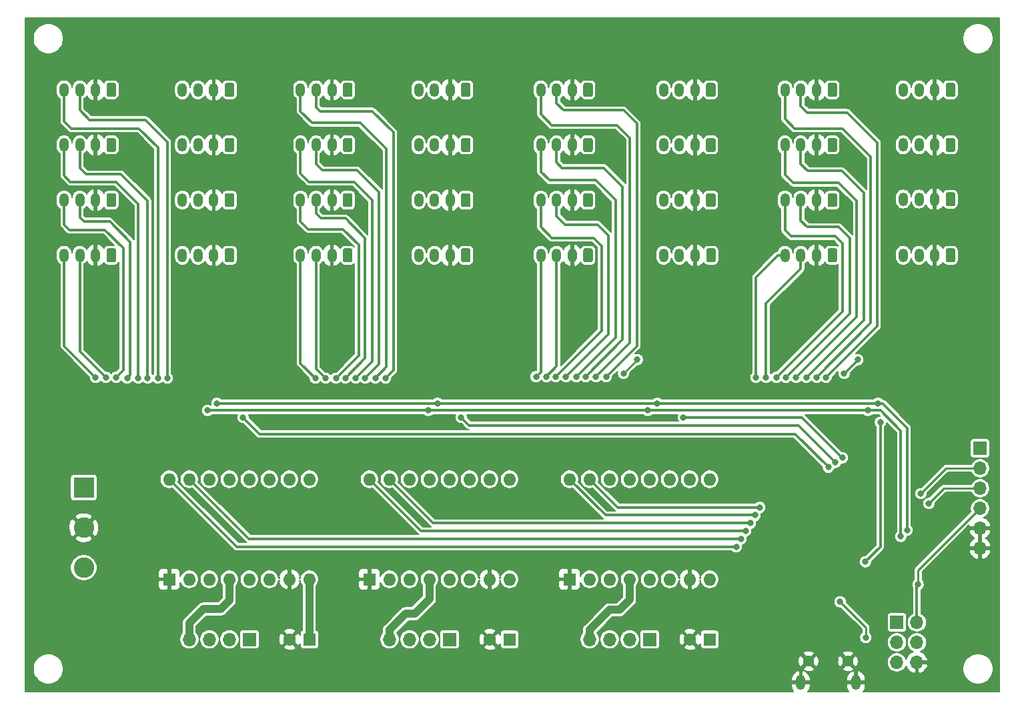
<source format=gbr>
G04 #@! TF.GenerationSoftware,KiCad,Pcbnew,(5.1.5)-3*
G04 #@! TF.CreationDate,2020-05-12T10:10:31+02:00*
G04 #@! TF.ProjectId,piggyback,70696767-7962-4616-936b-2e6b69636164,rev?*
G04 #@! TF.SameCoordinates,Original*
G04 #@! TF.FileFunction,Copper,L2,Bot*
G04 #@! TF.FilePolarity,Positive*
%FSLAX46Y46*%
G04 Gerber Fmt 4.6, Leading zero omitted, Abs format (unit mm)*
G04 Created by KiCad (PCBNEW (5.1.5)-3) date 2020-05-12 10:10:31*
%MOMM*%
%LPD*%
G04 APERTURE LIST*
%ADD10O,1.200000X1.750000*%
%ADD11C,0.100000*%
%ADD12R,1.600000X1.600000*%
%ADD13O,1.600000X1.600000*%
%ADD14R,1.700000X1.700000*%
%ADD15O,1.700000X1.700000*%
%ADD16C,1.450000*%
%ADD17O,1.200000X1.900000*%
%ADD18C,1.600000*%
%ADD19R,2.600000X2.600000*%
%ADD20C,2.600000*%
%ADD21C,0.800000*%
%ADD22C,1.000000*%
%ADD23C,0.300000*%
%ADD24C,0.250000*%
%ADD25C,0.200000*%
G04 APERTURE END LIST*
D10*
X46000000Y-82000000D03*
X48000000Y-82000000D03*
X50000000Y-82000000D03*
G04 #@! TA.AperFunction,ComponentPad*
D11*
G36*
X52374505Y-81126204D02*
G01*
X52398773Y-81129804D01*
X52422572Y-81135765D01*
X52445671Y-81144030D01*
X52467850Y-81154520D01*
X52488893Y-81167132D01*
X52508599Y-81181747D01*
X52526777Y-81198223D01*
X52543253Y-81216401D01*
X52557868Y-81236107D01*
X52570480Y-81257150D01*
X52580970Y-81279329D01*
X52589235Y-81302428D01*
X52595196Y-81326227D01*
X52598796Y-81350495D01*
X52600000Y-81374999D01*
X52600000Y-82625001D01*
X52598796Y-82649505D01*
X52595196Y-82673773D01*
X52589235Y-82697572D01*
X52580970Y-82720671D01*
X52570480Y-82742850D01*
X52557868Y-82763893D01*
X52543253Y-82783599D01*
X52526777Y-82801777D01*
X52508599Y-82818253D01*
X52488893Y-82832868D01*
X52467850Y-82845480D01*
X52445671Y-82855970D01*
X52422572Y-82864235D01*
X52398773Y-82870196D01*
X52374505Y-82873796D01*
X52350001Y-82875000D01*
X51649999Y-82875000D01*
X51625495Y-82873796D01*
X51601227Y-82870196D01*
X51577428Y-82864235D01*
X51554329Y-82855970D01*
X51532150Y-82845480D01*
X51511107Y-82832868D01*
X51491401Y-82818253D01*
X51473223Y-82801777D01*
X51456747Y-82783599D01*
X51442132Y-82763893D01*
X51429520Y-82742850D01*
X51419030Y-82720671D01*
X51410765Y-82697572D01*
X51404804Y-82673773D01*
X51401204Y-82649505D01*
X51400000Y-82625001D01*
X51400000Y-81374999D01*
X51401204Y-81350495D01*
X51404804Y-81326227D01*
X51410765Y-81302428D01*
X51419030Y-81279329D01*
X51429520Y-81257150D01*
X51442132Y-81236107D01*
X51456747Y-81216401D01*
X51473223Y-81198223D01*
X51491401Y-81181747D01*
X51511107Y-81167132D01*
X51532150Y-81154520D01*
X51554329Y-81144030D01*
X51577428Y-81135765D01*
X51601227Y-81129804D01*
X51625495Y-81126204D01*
X51649999Y-81125000D01*
X52350001Y-81125000D01*
X52374505Y-81126204D01*
G37*
G04 #@! TD.AperFunction*
D12*
X59360000Y-130140000D03*
D13*
X77140000Y-117440000D03*
X61900000Y-130140000D03*
X74600000Y-117440000D03*
X64440000Y-130140000D03*
X72060000Y-117440000D03*
X66980000Y-130140000D03*
X69520000Y-117440000D03*
X69520000Y-130140000D03*
X66980000Y-117440000D03*
X72060000Y-130140000D03*
X64440000Y-117440000D03*
X74600000Y-130140000D03*
X61900000Y-117440000D03*
X77140000Y-130140000D03*
X59360000Y-117440000D03*
X84760000Y-117440000D03*
X102540000Y-130140000D03*
X87300000Y-117440000D03*
X100000000Y-130140000D03*
X89840000Y-117440000D03*
X97460000Y-130140000D03*
X92380000Y-117440000D03*
X94920000Y-130140000D03*
X94920000Y-117440000D03*
X92380000Y-130140000D03*
X97460000Y-117440000D03*
X89840000Y-130140000D03*
X100000000Y-117440000D03*
X87300000Y-130140000D03*
X102540000Y-117440000D03*
D12*
X84760000Y-130140000D03*
X110160000Y-130140000D03*
D13*
X127940000Y-117440000D03*
X112700000Y-130140000D03*
X125400000Y-117440000D03*
X115240000Y-130140000D03*
X122860000Y-117440000D03*
X117780000Y-130140000D03*
X120320000Y-117440000D03*
X120320000Y-130140000D03*
X117780000Y-117440000D03*
X122860000Y-130140000D03*
X115240000Y-117440000D03*
X125400000Y-130140000D03*
X112700000Y-117440000D03*
X127940000Y-130140000D03*
X110160000Y-117440000D03*
D14*
X69520000Y-137760000D03*
D15*
X66980000Y-137760000D03*
X64440000Y-137760000D03*
X61900000Y-137760000D03*
D14*
X94920000Y-137760000D03*
D15*
X92380000Y-137760000D03*
X89840000Y-137760000D03*
X87300000Y-137760000D03*
X112700000Y-137760000D03*
X115240000Y-137760000D03*
X117780000Y-137760000D03*
D14*
X120320000Y-137760000D03*
D16*
X140500000Y-140537500D03*
X145500000Y-140537500D03*
D17*
X139500000Y-143237500D03*
X146500000Y-143237500D03*
D18*
X74640000Y-137760000D03*
D12*
X77140000Y-137760000D03*
X102540000Y-137760000D03*
D18*
X100040000Y-137760000D03*
D12*
X127940000Y-137760000D03*
D18*
X125440000Y-137760000D03*
D10*
X46000000Y-68000000D03*
X48000000Y-68000000D03*
X50000000Y-68000000D03*
G04 #@! TA.AperFunction,ComponentPad*
D11*
G36*
X52374505Y-67126204D02*
G01*
X52398773Y-67129804D01*
X52422572Y-67135765D01*
X52445671Y-67144030D01*
X52467850Y-67154520D01*
X52488893Y-67167132D01*
X52508599Y-67181747D01*
X52526777Y-67198223D01*
X52543253Y-67216401D01*
X52557868Y-67236107D01*
X52570480Y-67257150D01*
X52580970Y-67279329D01*
X52589235Y-67302428D01*
X52595196Y-67326227D01*
X52598796Y-67350495D01*
X52600000Y-67374999D01*
X52600000Y-68625001D01*
X52598796Y-68649505D01*
X52595196Y-68673773D01*
X52589235Y-68697572D01*
X52580970Y-68720671D01*
X52570480Y-68742850D01*
X52557868Y-68763893D01*
X52543253Y-68783599D01*
X52526777Y-68801777D01*
X52508599Y-68818253D01*
X52488893Y-68832868D01*
X52467850Y-68845480D01*
X52445671Y-68855970D01*
X52422572Y-68864235D01*
X52398773Y-68870196D01*
X52374505Y-68873796D01*
X52350001Y-68875000D01*
X51649999Y-68875000D01*
X51625495Y-68873796D01*
X51601227Y-68870196D01*
X51577428Y-68864235D01*
X51554329Y-68855970D01*
X51532150Y-68845480D01*
X51511107Y-68832868D01*
X51491401Y-68818253D01*
X51473223Y-68801777D01*
X51456747Y-68783599D01*
X51442132Y-68763893D01*
X51429520Y-68742850D01*
X51419030Y-68720671D01*
X51410765Y-68697572D01*
X51404804Y-68673773D01*
X51401204Y-68649505D01*
X51400000Y-68625001D01*
X51400000Y-67374999D01*
X51401204Y-67350495D01*
X51404804Y-67326227D01*
X51410765Y-67302428D01*
X51419030Y-67279329D01*
X51429520Y-67257150D01*
X51442132Y-67236107D01*
X51456747Y-67216401D01*
X51473223Y-67198223D01*
X51491401Y-67181747D01*
X51511107Y-67167132D01*
X51532150Y-67154520D01*
X51554329Y-67144030D01*
X51577428Y-67135765D01*
X51601227Y-67129804D01*
X51625495Y-67126204D01*
X51649999Y-67125000D01*
X52350001Y-67125000D01*
X52374505Y-67126204D01*
G37*
G04 #@! TD.AperFunction*
G04 #@! TA.AperFunction,ComponentPad*
G36*
X52374505Y-74126204D02*
G01*
X52398773Y-74129804D01*
X52422572Y-74135765D01*
X52445671Y-74144030D01*
X52467850Y-74154520D01*
X52488893Y-74167132D01*
X52508599Y-74181747D01*
X52526777Y-74198223D01*
X52543253Y-74216401D01*
X52557868Y-74236107D01*
X52570480Y-74257150D01*
X52580970Y-74279329D01*
X52589235Y-74302428D01*
X52595196Y-74326227D01*
X52598796Y-74350495D01*
X52600000Y-74374999D01*
X52600000Y-75625001D01*
X52598796Y-75649505D01*
X52595196Y-75673773D01*
X52589235Y-75697572D01*
X52580970Y-75720671D01*
X52570480Y-75742850D01*
X52557868Y-75763893D01*
X52543253Y-75783599D01*
X52526777Y-75801777D01*
X52508599Y-75818253D01*
X52488893Y-75832868D01*
X52467850Y-75845480D01*
X52445671Y-75855970D01*
X52422572Y-75864235D01*
X52398773Y-75870196D01*
X52374505Y-75873796D01*
X52350001Y-75875000D01*
X51649999Y-75875000D01*
X51625495Y-75873796D01*
X51601227Y-75870196D01*
X51577428Y-75864235D01*
X51554329Y-75855970D01*
X51532150Y-75845480D01*
X51511107Y-75832868D01*
X51491401Y-75818253D01*
X51473223Y-75801777D01*
X51456747Y-75783599D01*
X51442132Y-75763893D01*
X51429520Y-75742850D01*
X51419030Y-75720671D01*
X51410765Y-75697572D01*
X51404804Y-75673773D01*
X51401204Y-75649505D01*
X51400000Y-75625001D01*
X51400000Y-74374999D01*
X51401204Y-74350495D01*
X51404804Y-74326227D01*
X51410765Y-74302428D01*
X51419030Y-74279329D01*
X51429520Y-74257150D01*
X51442132Y-74236107D01*
X51456747Y-74216401D01*
X51473223Y-74198223D01*
X51491401Y-74181747D01*
X51511107Y-74167132D01*
X51532150Y-74154520D01*
X51554329Y-74144030D01*
X51577428Y-74135765D01*
X51601227Y-74129804D01*
X51625495Y-74126204D01*
X51649999Y-74125000D01*
X52350001Y-74125000D01*
X52374505Y-74126204D01*
G37*
G04 #@! TD.AperFunction*
D10*
X50000000Y-75000000D03*
X48000000Y-75000000D03*
X46000000Y-75000000D03*
G04 #@! TA.AperFunction,ComponentPad*
D11*
G36*
X52374505Y-88126204D02*
G01*
X52398773Y-88129804D01*
X52422572Y-88135765D01*
X52445671Y-88144030D01*
X52467850Y-88154520D01*
X52488893Y-88167132D01*
X52508599Y-88181747D01*
X52526777Y-88198223D01*
X52543253Y-88216401D01*
X52557868Y-88236107D01*
X52570480Y-88257150D01*
X52580970Y-88279329D01*
X52589235Y-88302428D01*
X52595196Y-88326227D01*
X52598796Y-88350495D01*
X52600000Y-88374999D01*
X52600000Y-89625001D01*
X52598796Y-89649505D01*
X52595196Y-89673773D01*
X52589235Y-89697572D01*
X52580970Y-89720671D01*
X52570480Y-89742850D01*
X52557868Y-89763893D01*
X52543253Y-89783599D01*
X52526777Y-89801777D01*
X52508599Y-89818253D01*
X52488893Y-89832868D01*
X52467850Y-89845480D01*
X52445671Y-89855970D01*
X52422572Y-89864235D01*
X52398773Y-89870196D01*
X52374505Y-89873796D01*
X52350001Y-89875000D01*
X51649999Y-89875000D01*
X51625495Y-89873796D01*
X51601227Y-89870196D01*
X51577428Y-89864235D01*
X51554329Y-89855970D01*
X51532150Y-89845480D01*
X51511107Y-89832868D01*
X51491401Y-89818253D01*
X51473223Y-89801777D01*
X51456747Y-89783599D01*
X51442132Y-89763893D01*
X51429520Y-89742850D01*
X51419030Y-89720671D01*
X51410765Y-89697572D01*
X51404804Y-89673773D01*
X51401204Y-89649505D01*
X51400000Y-89625001D01*
X51400000Y-88374999D01*
X51401204Y-88350495D01*
X51404804Y-88326227D01*
X51410765Y-88302428D01*
X51419030Y-88279329D01*
X51429520Y-88257150D01*
X51442132Y-88236107D01*
X51456747Y-88216401D01*
X51473223Y-88198223D01*
X51491401Y-88181747D01*
X51511107Y-88167132D01*
X51532150Y-88154520D01*
X51554329Y-88144030D01*
X51577428Y-88135765D01*
X51601227Y-88129804D01*
X51625495Y-88126204D01*
X51649999Y-88125000D01*
X52350001Y-88125000D01*
X52374505Y-88126204D01*
G37*
G04 #@! TD.AperFunction*
D10*
X50000000Y-89000000D03*
X48000000Y-89000000D03*
X46000000Y-89000000D03*
X61000000Y-68000000D03*
X63000000Y-68000000D03*
X65000000Y-68000000D03*
G04 #@! TA.AperFunction,ComponentPad*
D11*
G36*
X67374505Y-67126204D02*
G01*
X67398773Y-67129804D01*
X67422572Y-67135765D01*
X67445671Y-67144030D01*
X67467850Y-67154520D01*
X67488893Y-67167132D01*
X67508599Y-67181747D01*
X67526777Y-67198223D01*
X67543253Y-67216401D01*
X67557868Y-67236107D01*
X67570480Y-67257150D01*
X67580970Y-67279329D01*
X67589235Y-67302428D01*
X67595196Y-67326227D01*
X67598796Y-67350495D01*
X67600000Y-67374999D01*
X67600000Y-68625001D01*
X67598796Y-68649505D01*
X67595196Y-68673773D01*
X67589235Y-68697572D01*
X67580970Y-68720671D01*
X67570480Y-68742850D01*
X67557868Y-68763893D01*
X67543253Y-68783599D01*
X67526777Y-68801777D01*
X67508599Y-68818253D01*
X67488893Y-68832868D01*
X67467850Y-68845480D01*
X67445671Y-68855970D01*
X67422572Y-68864235D01*
X67398773Y-68870196D01*
X67374505Y-68873796D01*
X67350001Y-68875000D01*
X66649999Y-68875000D01*
X66625495Y-68873796D01*
X66601227Y-68870196D01*
X66577428Y-68864235D01*
X66554329Y-68855970D01*
X66532150Y-68845480D01*
X66511107Y-68832868D01*
X66491401Y-68818253D01*
X66473223Y-68801777D01*
X66456747Y-68783599D01*
X66442132Y-68763893D01*
X66429520Y-68742850D01*
X66419030Y-68720671D01*
X66410765Y-68697572D01*
X66404804Y-68673773D01*
X66401204Y-68649505D01*
X66400000Y-68625001D01*
X66400000Y-67374999D01*
X66401204Y-67350495D01*
X66404804Y-67326227D01*
X66410765Y-67302428D01*
X66419030Y-67279329D01*
X66429520Y-67257150D01*
X66442132Y-67236107D01*
X66456747Y-67216401D01*
X66473223Y-67198223D01*
X66491401Y-67181747D01*
X66511107Y-67167132D01*
X66532150Y-67154520D01*
X66554329Y-67144030D01*
X66577428Y-67135765D01*
X66601227Y-67129804D01*
X66625495Y-67126204D01*
X66649999Y-67125000D01*
X67350001Y-67125000D01*
X67374505Y-67126204D01*
G37*
G04 #@! TD.AperFunction*
G04 #@! TA.AperFunction,ComponentPad*
G36*
X67374505Y-74126204D02*
G01*
X67398773Y-74129804D01*
X67422572Y-74135765D01*
X67445671Y-74144030D01*
X67467850Y-74154520D01*
X67488893Y-74167132D01*
X67508599Y-74181747D01*
X67526777Y-74198223D01*
X67543253Y-74216401D01*
X67557868Y-74236107D01*
X67570480Y-74257150D01*
X67580970Y-74279329D01*
X67589235Y-74302428D01*
X67595196Y-74326227D01*
X67598796Y-74350495D01*
X67600000Y-74374999D01*
X67600000Y-75625001D01*
X67598796Y-75649505D01*
X67595196Y-75673773D01*
X67589235Y-75697572D01*
X67580970Y-75720671D01*
X67570480Y-75742850D01*
X67557868Y-75763893D01*
X67543253Y-75783599D01*
X67526777Y-75801777D01*
X67508599Y-75818253D01*
X67488893Y-75832868D01*
X67467850Y-75845480D01*
X67445671Y-75855970D01*
X67422572Y-75864235D01*
X67398773Y-75870196D01*
X67374505Y-75873796D01*
X67350001Y-75875000D01*
X66649999Y-75875000D01*
X66625495Y-75873796D01*
X66601227Y-75870196D01*
X66577428Y-75864235D01*
X66554329Y-75855970D01*
X66532150Y-75845480D01*
X66511107Y-75832868D01*
X66491401Y-75818253D01*
X66473223Y-75801777D01*
X66456747Y-75783599D01*
X66442132Y-75763893D01*
X66429520Y-75742850D01*
X66419030Y-75720671D01*
X66410765Y-75697572D01*
X66404804Y-75673773D01*
X66401204Y-75649505D01*
X66400000Y-75625001D01*
X66400000Y-74374999D01*
X66401204Y-74350495D01*
X66404804Y-74326227D01*
X66410765Y-74302428D01*
X66419030Y-74279329D01*
X66429520Y-74257150D01*
X66442132Y-74236107D01*
X66456747Y-74216401D01*
X66473223Y-74198223D01*
X66491401Y-74181747D01*
X66511107Y-74167132D01*
X66532150Y-74154520D01*
X66554329Y-74144030D01*
X66577428Y-74135765D01*
X66601227Y-74129804D01*
X66625495Y-74126204D01*
X66649999Y-74125000D01*
X67350001Y-74125000D01*
X67374505Y-74126204D01*
G37*
G04 #@! TD.AperFunction*
D10*
X65000000Y-75000000D03*
X63000000Y-75000000D03*
X61000000Y-75000000D03*
X61000000Y-82000000D03*
X63000000Y-82000000D03*
X65000000Y-82000000D03*
G04 #@! TA.AperFunction,ComponentPad*
D11*
G36*
X67374505Y-81126204D02*
G01*
X67398773Y-81129804D01*
X67422572Y-81135765D01*
X67445671Y-81144030D01*
X67467850Y-81154520D01*
X67488893Y-81167132D01*
X67508599Y-81181747D01*
X67526777Y-81198223D01*
X67543253Y-81216401D01*
X67557868Y-81236107D01*
X67570480Y-81257150D01*
X67580970Y-81279329D01*
X67589235Y-81302428D01*
X67595196Y-81326227D01*
X67598796Y-81350495D01*
X67600000Y-81374999D01*
X67600000Y-82625001D01*
X67598796Y-82649505D01*
X67595196Y-82673773D01*
X67589235Y-82697572D01*
X67580970Y-82720671D01*
X67570480Y-82742850D01*
X67557868Y-82763893D01*
X67543253Y-82783599D01*
X67526777Y-82801777D01*
X67508599Y-82818253D01*
X67488893Y-82832868D01*
X67467850Y-82845480D01*
X67445671Y-82855970D01*
X67422572Y-82864235D01*
X67398773Y-82870196D01*
X67374505Y-82873796D01*
X67350001Y-82875000D01*
X66649999Y-82875000D01*
X66625495Y-82873796D01*
X66601227Y-82870196D01*
X66577428Y-82864235D01*
X66554329Y-82855970D01*
X66532150Y-82845480D01*
X66511107Y-82832868D01*
X66491401Y-82818253D01*
X66473223Y-82801777D01*
X66456747Y-82783599D01*
X66442132Y-82763893D01*
X66429520Y-82742850D01*
X66419030Y-82720671D01*
X66410765Y-82697572D01*
X66404804Y-82673773D01*
X66401204Y-82649505D01*
X66400000Y-82625001D01*
X66400000Y-81374999D01*
X66401204Y-81350495D01*
X66404804Y-81326227D01*
X66410765Y-81302428D01*
X66419030Y-81279329D01*
X66429520Y-81257150D01*
X66442132Y-81236107D01*
X66456747Y-81216401D01*
X66473223Y-81198223D01*
X66491401Y-81181747D01*
X66511107Y-81167132D01*
X66532150Y-81154520D01*
X66554329Y-81144030D01*
X66577428Y-81135765D01*
X66601227Y-81129804D01*
X66625495Y-81126204D01*
X66649999Y-81125000D01*
X67350001Y-81125000D01*
X67374505Y-81126204D01*
G37*
G04 #@! TD.AperFunction*
G04 #@! TA.AperFunction,ComponentPad*
G36*
X67374505Y-88126204D02*
G01*
X67398773Y-88129804D01*
X67422572Y-88135765D01*
X67445671Y-88144030D01*
X67467850Y-88154520D01*
X67488893Y-88167132D01*
X67508599Y-88181747D01*
X67526777Y-88198223D01*
X67543253Y-88216401D01*
X67557868Y-88236107D01*
X67570480Y-88257150D01*
X67580970Y-88279329D01*
X67589235Y-88302428D01*
X67595196Y-88326227D01*
X67598796Y-88350495D01*
X67600000Y-88374999D01*
X67600000Y-89625001D01*
X67598796Y-89649505D01*
X67595196Y-89673773D01*
X67589235Y-89697572D01*
X67580970Y-89720671D01*
X67570480Y-89742850D01*
X67557868Y-89763893D01*
X67543253Y-89783599D01*
X67526777Y-89801777D01*
X67508599Y-89818253D01*
X67488893Y-89832868D01*
X67467850Y-89845480D01*
X67445671Y-89855970D01*
X67422572Y-89864235D01*
X67398773Y-89870196D01*
X67374505Y-89873796D01*
X67350001Y-89875000D01*
X66649999Y-89875000D01*
X66625495Y-89873796D01*
X66601227Y-89870196D01*
X66577428Y-89864235D01*
X66554329Y-89855970D01*
X66532150Y-89845480D01*
X66511107Y-89832868D01*
X66491401Y-89818253D01*
X66473223Y-89801777D01*
X66456747Y-89783599D01*
X66442132Y-89763893D01*
X66429520Y-89742850D01*
X66419030Y-89720671D01*
X66410765Y-89697572D01*
X66404804Y-89673773D01*
X66401204Y-89649505D01*
X66400000Y-89625001D01*
X66400000Y-88374999D01*
X66401204Y-88350495D01*
X66404804Y-88326227D01*
X66410765Y-88302428D01*
X66419030Y-88279329D01*
X66429520Y-88257150D01*
X66442132Y-88236107D01*
X66456747Y-88216401D01*
X66473223Y-88198223D01*
X66491401Y-88181747D01*
X66511107Y-88167132D01*
X66532150Y-88154520D01*
X66554329Y-88144030D01*
X66577428Y-88135765D01*
X66601227Y-88129804D01*
X66625495Y-88126204D01*
X66649999Y-88125000D01*
X67350001Y-88125000D01*
X67374505Y-88126204D01*
G37*
G04 #@! TD.AperFunction*
D10*
X65000000Y-89000000D03*
X63000000Y-89000000D03*
X61000000Y-89000000D03*
X76000000Y-68000000D03*
X78000000Y-68000000D03*
X80000000Y-68000000D03*
G04 #@! TA.AperFunction,ComponentPad*
D11*
G36*
X82374505Y-67126204D02*
G01*
X82398773Y-67129804D01*
X82422572Y-67135765D01*
X82445671Y-67144030D01*
X82467850Y-67154520D01*
X82488893Y-67167132D01*
X82508599Y-67181747D01*
X82526777Y-67198223D01*
X82543253Y-67216401D01*
X82557868Y-67236107D01*
X82570480Y-67257150D01*
X82580970Y-67279329D01*
X82589235Y-67302428D01*
X82595196Y-67326227D01*
X82598796Y-67350495D01*
X82600000Y-67374999D01*
X82600000Y-68625001D01*
X82598796Y-68649505D01*
X82595196Y-68673773D01*
X82589235Y-68697572D01*
X82580970Y-68720671D01*
X82570480Y-68742850D01*
X82557868Y-68763893D01*
X82543253Y-68783599D01*
X82526777Y-68801777D01*
X82508599Y-68818253D01*
X82488893Y-68832868D01*
X82467850Y-68845480D01*
X82445671Y-68855970D01*
X82422572Y-68864235D01*
X82398773Y-68870196D01*
X82374505Y-68873796D01*
X82350001Y-68875000D01*
X81649999Y-68875000D01*
X81625495Y-68873796D01*
X81601227Y-68870196D01*
X81577428Y-68864235D01*
X81554329Y-68855970D01*
X81532150Y-68845480D01*
X81511107Y-68832868D01*
X81491401Y-68818253D01*
X81473223Y-68801777D01*
X81456747Y-68783599D01*
X81442132Y-68763893D01*
X81429520Y-68742850D01*
X81419030Y-68720671D01*
X81410765Y-68697572D01*
X81404804Y-68673773D01*
X81401204Y-68649505D01*
X81400000Y-68625001D01*
X81400000Y-67374999D01*
X81401204Y-67350495D01*
X81404804Y-67326227D01*
X81410765Y-67302428D01*
X81419030Y-67279329D01*
X81429520Y-67257150D01*
X81442132Y-67236107D01*
X81456747Y-67216401D01*
X81473223Y-67198223D01*
X81491401Y-67181747D01*
X81511107Y-67167132D01*
X81532150Y-67154520D01*
X81554329Y-67144030D01*
X81577428Y-67135765D01*
X81601227Y-67129804D01*
X81625495Y-67126204D01*
X81649999Y-67125000D01*
X82350001Y-67125000D01*
X82374505Y-67126204D01*
G37*
G04 #@! TD.AperFunction*
G04 #@! TA.AperFunction,ComponentPad*
G36*
X82374505Y-74126204D02*
G01*
X82398773Y-74129804D01*
X82422572Y-74135765D01*
X82445671Y-74144030D01*
X82467850Y-74154520D01*
X82488893Y-74167132D01*
X82508599Y-74181747D01*
X82526777Y-74198223D01*
X82543253Y-74216401D01*
X82557868Y-74236107D01*
X82570480Y-74257150D01*
X82580970Y-74279329D01*
X82589235Y-74302428D01*
X82595196Y-74326227D01*
X82598796Y-74350495D01*
X82600000Y-74374999D01*
X82600000Y-75625001D01*
X82598796Y-75649505D01*
X82595196Y-75673773D01*
X82589235Y-75697572D01*
X82580970Y-75720671D01*
X82570480Y-75742850D01*
X82557868Y-75763893D01*
X82543253Y-75783599D01*
X82526777Y-75801777D01*
X82508599Y-75818253D01*
X82488893Y-75832868D01*
X82467850Y-75845480D01*
X82445671Y-75855970D01*
X82422572Y-75864235D01*
X82398773Y-75870196D01*
X82374505Y-75873796D01*
X82350001Y-75875000D01*
X81649999Y-75875000D01*
X81625495Y-75873796D01*
X81601227Y-75870196D01*
X81577428Y-75864235D01*
X81554329Y-75855970D01*
X81532150Y-75845480D01*
X81511107Y-75832868D01*
X81491401Y-75818253D01*
X81473223Y-75801777D01*
X81456747Y-75783599D01*
X81442132Y-75763893D01*
X81429520Y-75742850D01*
X81419030Y-75720671D01*
X81410765Y-75697572D01*
X81404804Y-75673773D01*
X81401204Y-75649505D01*
X81400000Y-75625001D01*
X81400000Y-74374999D01*
X81401204Y-74350495D01*
X81404804Y-74326227D01*
X81410765Y-74302428D01*
X81419030Y-74279329D01*
X81429520Y-74257150D01*
X81442132Y-74236107D01*
X81456747Y-74216401D01*
X81473223Y-74198223D01*
X81491401Y-74181747D01*
X81511107Y-74167132D01*
X81532150Y-74154520D01*
X81554329Y-74144030D01*
X81577428Y-74135765D01*
X81601227Y-74129804D01*
X81625495Y-74126204D01*
X81649999Y-74125000D01*
X82350001Y-74125000D01*
X82374505Y-74126204D01*
G37*
G04 #@! TD.AperFunction*
D10*
X80000000Y-75000000D03*
X78000000Y-75000000D03*
X76000000Y-75000000D03*
X76000000Y-82000000D03*
X78000000Y-82000000D03*
X80000000Y-82000000D03*
G04 #@! TA.AperFunction,ComponentPad*
D11*
G36*
X82374505Y-81126204D02*
G01*
X82398773Y-81129804D01*
X82422572Y-81135765D01*
X82445671Y-81144030D01*
X82467850Y-81154520D01*
X82488893Y-81167132D01*
X82508599Y-81181747D01*
X82526777Y-81198223D01*
X82543253Y-81216401D01*
X82557868Y-81236107D01*
X82570480Y-81257150D01*
X82580970Y-81279329D01*
X82589235Y-81302428D01*
X82595196Y-81326227D01*
X82598796Y-81350495D01*
X82600000Y-81374999D01*
X82600000Y-82625001D01*
X82598796Y-82649505D01*
X82595196Y-82673773D01*
X82589235Y-82697572D01*
X82580970Y-82720671D01*
X82570480Y-82742850D01*
X82557868Y-82763893D01*
X82543253Y-82783599D01*
X82526777Y-82801777D01*
X82508599Y-82818253D01*
X82488893Y-82832868D01*
X82467850Y-82845480D01*
X82445671Y-82855970D01*
X82422572Y-82864235D01*
X82398773Y-82870196D01*
X82374505Y-82873796D01*
X82350001Y-82875000D01*
X81649999Y-82875000D01*
X81625495Y-82873796D01*
X81601227Y-82870196D01*
X81577428Y-82864235D01*
X81554329Y-82855970D01*
X81532150Y-82845480D01*
X81511107Y-82832868D01*
X81491401Y-82818253D01*
X81473223Y-82801777D01*
X81456747Y-82783599D01*
X81442132Y-82763893D01*
X81429520Y-82742850D01*
X81419030Y-82720671D01*
X81410765Y-82697572D01*
X81404804Y-82673773D01*
X81401204Y-82649505D01*
X81400000Y-82625001D01*
X81400000Y-81374999D01*
X81401204Y-81350495D01*
X81404804Y-81326227D01*
X81410765Y-81302428D01*
X81419030Y-81279329D01*
X81429520Y-81257150D01*
X81442132Y-81236107D01*
X81456747Y-81216401D01*
X81473223Y-81198223D01*
X81491401Y-81181747D01*
X81511107Y-81167132D01*
X81532150Y-81154520D01*
X81554329Y-81144030D01*
X81577428Y-81135765D01*
X81601227Y-81129804D01*
X81625495Y-81126204D01*
X81649999Y-81125000D01*
X82350001Y-81125000D01*
X82374505Y-81126204D01*
G37*
G04 #@! TD.AperFunction*
G04 #@! TA.AperFunction,ComponentPad*
G36*
X82374505Y-88126204D02*
G01*
X82398773Y-88129804D01*
X82422572Y-88135765D01*
X82445671Y-88144030D01*
X82467850Y-88154520D01*
X82488893Y-88167132D01*
X82508599Y-88181747D01*
X82526777Y-88198223D01*
X82543253Y-88216401D01*
X82557868Y-88236107D01*
X82570480Y-88257150D01*
X82580970Y-88279329D01*
X82589235Y-88302428D01*
X82595196Y-88326227D01*
X82598796Y-88350495D01*
X82600000Y-88374999D01*
X82600000Y-89625001D01*
X82598796Y-89649505D01*
X82595196Y-89673773D01*
X82589235Y-89697572D01*
X82580970Y-89720671D01*
X82570480Y-89742850D01*
X82557868Y-89763893D01*
X82543253Y-89783599D01*
X82526777Y-89801777D01*
X82508599Y-89818253D01*
X82488893Y-89832868D01*
X82467850Y-89845480D01*
X82445671Y-89855970D01*
X82422572Y-89864235D01*
X82398773Y-89870196D01*
X82374505Y-89873796D01*
X82350001Y-89875000D01*
X81649999Y-89875000D01*
X81625495Y-89873796D01*
X81601227Y-89870196D01*
X81577428Y-89864235D01*
X81554329Y-89855970D01*
X81532150Y-89845480D01*
X81511107Y-89832868D01*
X81491401Y-89818253D01*
X81473223Y-89801777D01*
X81456747Y-89783599D01*
X81442132Y-89763893D01*
X81429520Y-89742850D01*
X81419030Y-89720671D01*
X81410765Y-89697572D01*
X81404804Y-89673773D01*
X81401204Y-89649505D01*
X81400000Y-89625001D01*
X81400000Y-88374999D01*
X81401204Y-88350495D01*
X81404804Y-88326227D01*
X81410765Y-88302428D01*
X81419030Y-88279329D01*
X81429520Y-88257150D01*
X81442132Y-88236107D01*
X81456747Y-88216401D01*
X81473223Y-88198223D01*
X81491401Y-88181747D01*
X81511107Y-88167132D01*
X81532150Y-88154520D01*
X81554329Y-88144030D01*
X81577428Y-88135765D01*
X81601227Y-88129804D01*
X81625495Y-88126204D01*
X81649999Y-88125000D01*
X82350001Y-88125000D01*
X82374505Y-88126204D01*
G37*
G04 #@! TD.AperFunction*
D10*
X80000000Y-89000000D03*
X78000000Y-89000000D03*
X76000000Y-89000000D03*
G04 #@! TA.AperFunction,ComponentPad*
D11*
G36*
X97374505Y-67126204D02*
G01*
X97398773Y-67129804D01*
X97422572Y-67135765D01*
X97445671Y-67144030D01*
X97467850Y-67154520D01*
X97488893Y-67167132D01*
X97508599Y-67181747D01*
X97526777Y-67198223D01*
X97543253Y-67216401D01*
X97557868Y-67236107D01*
X97570480Y-67257150D01*
X97580970Y-67279329D01*
X97589235Y-67302428D01*
X97595196Y-67326227D01*
X97598796Y-67350495D01*
X97600000Y-67374999D01*
X97600000Y-68625001D01*
X97598796Y-68649505D01*
X97595196Y-68673773D01*
X97589235Y-68697572D01*
X97580970Y-68720671D01*
X97570480Y-68742850D01*
X97557868Y-68763893D01*
X97543253Y-68783599D01*
X97526777Y-68801777D01*
X97508599Y-68818253D01*
X97488893Y-68832868D01*
X97467850Y-68845480D01*
X97445671Y-68855970D01*
X97422572Y-68864235D01*
X97398773Y-68870196D01*
X97374505Y-68873796D01*
X97350001Y-68875000D01*
X96649999Y-68875000D01*
X96625495Y-68873796D01*
X96601227Y-68870196D01*
X96577428Y-68864235D01*
X96554329Y-68855970D01*
X96532150Y-68845480D01*
X96511107Y-68832868D01*
X96491401Y-68818253D01*
X96473223Y-68801777D01*
X96456747Y-68783599D01*
X96442132Y-68763893D01*
X96429520Y-68742850D01*
X96419030Y-68720671D01*
X96410765Y-68697572D01*
X96404804Y-68673773D01*
X96401204Y-68649505D01*
X96400000Y-68625001D01*
X96400000Y-67374999D01*
X96401204Y-67350495D01*
X96404804Y-67326227D01*
X96410765Y-67302428D01*
X96419030Y-67279329D01*
X96429520Y-67257150D01*
X96442132Y-67236107D01*
X96456747Y-67216401D01*
X96473223Y-67198223D01*
X96491401Y-67181747D01*
X96511107Y-67167132D01*
X96532150Y-67154520D01*
X96554329Y-67144030D01*
X96577428Y-67135765D01*
X96601227Y-67129804D01*
X96625495Y-67126204D01*
X96649999Y-67125000D01*
X97350001Y-67125000D01*
X97374505Y-67126204D01*
G37*
G04 #@! TD.AperFunction*
D10*
X95000000Y-68000000D03*
X93000000Y-68000000D03*
X91000000Y-68000000D03*
G04 #@! TA.AperFunction,ComponentPad*
D11*
G36*
X97374505Y-74126204D02*
G01*
X97398773Y-74129804D01*
X97422572Y-74135765D01*
X97445671Y-74144030D01*
X97467850Y-74154520D01*
X97488893Y-74167132D01*
X97508599Y-74181747D01*
X97526777Y-74198223D01*
X97543253Y-74216401D01*
X97557868Y-74236107D01*
X97570480Y-74257150D01*
X97580970Y-74279329D01*
X97589235Y-74302428D01*
X97595196Y-74326227D01*
X97598796Y-74350495D01*
X97600000Y-74374999D01*
X97600000Y-75625001D01*
X97598796Y-75649505D01*
X97595196Y-75673773D01*
X97589235Y-75697572D01*
X97580970Y-75720671D01*
X97570480Y-75742850D01*
X97557868Y-75763893D01*
X97543253Y-75783599D01*
X97526777Y-75801777D01*
X97508599Y-75818253D01*
X97488893Y-75832868D01*
X97467850Y-75845480D01*
X97445671Y-75855970D01*
X97422572Y-75864235D01*
X97398773Y-75870196D01*
X97374505Y-75873796D01*
X97350001Y-75875000D01*
X96649999Y-75875000D01*
X96625495Y-75873796D01*
X96601227Y-75870196D01*
X96577428Y-75864235D01*
X96554329Y-75855970D01*
X96532150Y-75845480D01*
X96511107Y-75832868D01*
X96491401Y-75818253D01*
X96473223Y-75801777D01*
X96456747Y-75783599D01*
X96442132Y-75763893D01*
X96429520Y-75742850D01*
X96419030Y-75720671D01*
X96410765Y-75697572D01*
X96404804Y-75673773D01*
X96401204Y-75649505D01*
X96400000Y-75625001D01*
X96400000Y-74374999D01*
X96401204Y-74350495D01*
X96404804Y-74326227D01*
X96410765Y-74302428D01*
X96419030Y-74279329D01*
X96429520Y-74257150D01*
X96442132Y-74236107D01*
X96456747Y-74216401D01*
X96473223Y-74198223D01*
X96491401Y-74181747D01*
X96511107Y-74167132D01*
X96532150Y-74154520D01*
X96554329Y-74144030D01*
X96577428Y-74135765D01*
X96601227Y-74129804D01*
X96625495Y-74126204D01*
X96649999Y-74125000D01*
X97350001Y-74125000D01*
X97374505Y-74126204D01*
G37*
G04 #@! TD.AperFunction*
D10*
X95000000Y-75000000D03*
X93000000Y-75000000D03*
X91000000Y-75000000D03*
X91000000Y-82000000D03*
X93000000Y-82000000D03*
X95000000Y-82000000D03*
G04 #@! TA.AperFunction,ComponentPad*
D11*
G36*
X97374505Y-81126204D02*
G01*
X97398773Y-81129804D01*
X97422572Y-81135765D01*
X97445671Y-81144030D01*
X97467850Y-81154520D01*
X97488893Y-81167132D01*
X97508599Y-81181747D01*
X97526777Y-81198223D01*
X97543253Y-81216401D01*
X97557868Y-81236107D01*
X97570480Y-81257150D01*
X97580970Y-81279329D01*
X97589235Y-81302428D01*
X97595196Y-81326227D01*
X97598796Y-81350495D01*
X97600000Y-81374999D01*
X97600000Y-82625001D01*
X97598796Y-82649505D01*
X97595196Y-82673773D01*
X97589235Y-82697572D01*
X97580970Y-82720671D01*
X97570480Y-82742850D01*
X97557868Y-82763893D01*
X97543253Y-82783599D01*
X97526777Y-82801777D01*
X97508599Y-82818253D01*
X97488893Y-82832868D01*
X97467850Y-82845480D01*
X97445671Y-82855970D01*
X97422572Y-82864235D01*
X97398773Y-82870196D01*
X97374505Y-82873796D01*
X97350001Y-82875000D01*
X96649999Y-82875000D01*
X96625495Y-82873796D01*
X96601227Y-82870196D01*
X96577428Y-82864235D01*
X96554329Y-82855970D01*
X96532150Y-82845480D01*
X96511107Y-82832868D01*
X96491401Y-82818253D01*
X96473223Y-82801777D01*
X96456747Y-82783599D01*
X96442132Y-82763893D01*
X96429520Y-82742850D01*
X96419030Y-82720671D01*
X96410765Y-82697572D01*
X96404804Y-82673773D01*
X96401204Y-82649505D01*
X96400000Y-82625001D01*
X96400000Y-81374999D01*
X96401204Y-81350495D01*
X96404804Y-81326227D01*
X96410765Y-81302428D01*
X96419030Y-81279329D01*
X96429520Y-81257150D01*
X96442132Y-81236107D01*
X96456747Y-81216401D01*
X96473223Y-81198223D01*
X96491401Y-81181747D01*
X96511107Y-81167132D01*
X96532150Y-81154520D01*
X96554329Y-81144030D01*
X96577428Y-81135765D01*
X96601227Y-81129804D01*
X96625495Y-81126204D01*
X96649999Y-81125000D01*
X97350001Y-81125000D01*
X97374505Y-81126204D01*
G37*
G04 #@! TD.AperFunction*
G04 #@! TA.AperFunction,ComponentPad*
G36*
X97374505Y-88126204D02*
G01*
X97398773Y-88129804D01*
X97422572Y-88135765D01*
X97445671Y-88144030D01*
X97467850Y-88154520D01*
X97488893Y-88167132D01*
X97508599Y-88181747D01*
X97526777Y-88198223D01*
X97543253Y-88216401D01*
X97557868Y-88236107D01*
X97570480Y-88257150D01*
X97580970Y-88279329D01*
X97589235Y-88302428D01*
X97595196Y-88326227D01*
X97598796Y-88350495D01*
X97600000Y-88374999D01*
X97600000Y-89625001D01*
X97598796Y-89649505D01*
X97595196Y-89673773D01*
X97589235Y-89697572D01*
X97580970Y-89720671D01*
X97570480Y-89742850D01*
X97557868Y-89763893D01*
X97543253Y-89783599D01*
X97526777Y-89801777D01*
X97508599Y-89818253D01*
X97488893Y-89832868D01*
X97467850Y-89845480D01*
X97445671Y-89855970D01*
X97422572Y-89864235D01*
X97398773Y-89870196D01*
X97374505Y-89873796D01*
X97350001Y-89875000D01*
X96649999Y-89875000D01*
X96625495Y-89873796D01*
X96601227Y-89870196D01*
X96577428Y-89864235D01*
X96554329Y-89855970D01*
X96532150Y-89845480D01*
X96511107Y-89832868D01*
X96491401Y-89818253D01*
X96473223Y-89801777D01*
X96456747Y-89783599D01*
X96442132Y-89763893D01*
X96429520Y-89742850D01*
X96419030Y-89720671D01*
X96410765Y-89697572D01*
X96404804Y-89673773D01*
X96401204Y-89649505D01*
X96400000Y-89625001D01*
X96400000Y-88374999D01*
X96401204Y-88350495D01*
X96404804Y-88326227D01*
X96410765Y-88302428D01*
X96419030Y-88279329D01*
X96429520Y-88257150D01*
X96442132Y-88236107D01*
X96456747Y-88216401D01*
X96473223Y-88198223D01*
X96491401Y-88181747D01*
X96511107Y-88167132D01*
X96532150Y-88154520D01*
X96554329Y-88144030D01*
X96577428Y-88135765D01*
X96601227Y-88129804D01*
X96625495Y-88126204D01*
X96649999Y-88125000D01*
X97350001Y-88125000D01*
X97374505Y-88126204D01*
G37*
G04 #@! TD.AperFunction*
D10*
X95000000Y-89000000D03*
X93000000Y-89000000D03*
X91000000Y-89000000D03*
X106500000Y-68000000D03*
X108500000Y-68000000D03*
X110500000Y-68000000D03*
G04 #@! TA.AperFunction,ComponentPad*
D11*
G36*
X112874505Y-67126204D02*
G01*
X112898773Y-67129804D01*
X112922572Y-67135765D01*
X112945671Y-67144030D01*
X112967850Y-67154520D01*
X112988893Y-67167132D01*
X113008599Y-67181747D01*
X113026777Y-67198223D01*
X113043253Y-67216401D01*
X113057868Y-67236107D01*
X113070480Y-67257150D01*
X113080970Y-67279329D01*
X113089235Y-67302428D01*
X113095196Y-67326227D01*
X113098796Y-67350495D01*
X113100000Y-67374999D01*
X113100000Y-68625001D01*
X113098796Y-68649505D01*
X113095196Y-68673773D01*
X113089235Y-68697572D01*
X113080970Y-68720671D01*
X113070480Y-68742850D01*
X113057868Y-68763893D01*
X113043253Y-68783599D01*
X113026777Y-68801777D01*
X113008599Y-68818253D01*
X112988893Y-68832868D01*
X112967850Y-68845480D01*
X112945671Y-68855970D01*
X112922572Y-68864235D01*
X112898773Y-68870196D01*
X112874505Y-68873796D01*
X112850001Y-68875000D01*
X112149999Y-68875000D01*
X112125495Y-68873796D01*
X112101227Y-68870196D01*
X112077428Y-68864235D01*
X112054329Y-68855970D01*
X112032150Y-68845480D01*
X112011107Y-68832868D01*
X111991401Y-68818253D01*
X111973223Y-68801777D01*
X111956747Y-68783599D01*
X111942132Y-68763893D01*
X111929520Y-68742850D01*
X111919030Y-68720671D01*
X111910765Y-68697572D01*
X111904804Y-68673773D01*
X111901204Y-68649505D01*
X111900000Y-68625001D01*
X111900000Y-67374999D01*
X111901204Y-67350495D01*
X111904804Y-67326227D01*
X111910765Y-67302428D01*
X111919030Y-67279329D01*
X111929520Y-67257150D01*
X111942132Y-67236107D01*
X111956747Y-67216401D01*
X111973223Y-67198223D01*
X111991401Y-67181747D01*
X112011107Y-67167132D01*
X112032150Y-67154520D01*
X112054329Y-67144030D01*
X112077428Y-67135765D01*
X112101227Y-67129804D01*
X112125495Y-67126204D01*
X112149999Y-67125000D01*
X112850001Y-67125000D01*
X112874505Y-67126204D01*
G37*
G04 #@! TD.AperFunction*
G04 #@! TA.AperFunction,ComponentPad*
G36*
X112874505Y-74126204D02*
G01*
X112898773Y-74129804D01*
X112922572Y-74135765D01*
X112945671Y-74144030D01*
X112967850Y-74154520D01*
X112988893Y-74167132D01*
X113008599Y-74181747D01*
X113026777Y-74198223D01*
X113043253Y-74216401D01*
X113057868Y-74236107D01*
X113070480Y-74257150D01*
X113080970Y-74279329D01*
X113089235Y-74302428D01*
X113095196Y-74326227D01*
X113098796Y-74350495D01*
X113100000Y-74374999D01*
X113100000Y-75625001D01*
X113098796Y-75649505D01*
X113095196Y-75673773D01*
X113089235Y-75697572D01*
X113080970Y-75720671D01*
X113070480Y-75742850D01*
X113057868Y-75763893D01*
X113043253Y-75783599D01*
X113026777Y-75801777D01*
X113008599Y-75818253D01*
X112988893Y-75832868D01*
X112967850Y-75845480D01*
X112945671Y-75855970D01*
X112922572Y-75864235D01*
X112898773Y-75870196D01*
X112874505Y-75873796D01*
X112850001Y-75875000D01*
X112149999Y-75875000D01*
X112125495Y-75873796D01*
X112101227Y-75870196D01*
X112077428Y-75864235D01*
X112054329Y-75855970D01*
X112032150Y-75845480D01*
X112011107Y-75832868D01*
X111991401Y-75818253D01*
X111973223Y-75801777D01*
X111956747Y-75783599D01*
X111942132Y-75763893D01*
X111929520Y-75742850D01*
X111919030Y-75720671D01*
X111910765Y-75697572D01*
X111904804Y-75673773D01*
X111901204Y-75649505D01*
X111900000Y-75625001D01*
X111900000Y-74374999D01*
X111901204Y-74350495D01*
X111904804Y-74326227D01*
X111910765Y-74302428D01*
X111919030Y-74279329D01*
X111929520Y-74257150D01*
X111942132Y-74236107D01*
X111956747Y-74216401D01*
X111973223Y-74198223D01*
X111991401Y-74181747D01*
X112011107Y-74167132D01*
X112032150Y-74154520D01*
X112054329Y-74144030D01*
X112077428Y-74135765D01*
X112101227Y-74129804D01*
X112125495Y-74126204D01*
X112149999Y-74125000D01*
X112850001Y-74125000D01*
X112874505Y-74126204D01*
G37*
G04 #@! TD.AperFunction*
D10*
X110500000Y-75000000D03*
X108500000Y-75000000D03*
X106500000Y-75000000D03*
X106500000Y-82000000D03*
X108500000Y-82000000D03*
X110500000Y-82000000D03*
G04 #@! TA.AperFunction,ComponentPad*
D11*
G36*
X112874505Y-81126204D02*
G01*
X112898773Y-81129804D01*
X112922572Y-81135765D01*
X112945671Y-81144030D01*
X112967850Y-81154520D01*
X112988893Y-81167132D01*
X113008599Y-81181747D01*
X113026777Y-81198223D01*
X113043253Y-81216401D01*
X113057868Y-81236107D01*
X113070480Y-81257150D01*
X113080970Y-81279329D01*
X113089235Y-81302428D01*
X113095196Y-81326227D01*
X113098796Y-81350495D01*
X113100000Y-81374999D01*
X113100000Y-82625001D01*
X113098796Y-82649505D01*
X113095196Y-82673773D01*
X113089235Y-82697572D01*
X113080970Y-82720671D01*
X113070480Y-82742850D01*
X113057868Y-82763893D01*
X113043253Y-82783599D01*
X113026777Y-82801777D01*
X113008599Y-82818253D01*
X112988893Y-82832868D01*
X112967850Y-82845480D01*
X112945671Y-82855970D01*
X112922572Y-82864235D01*
X112898773Y-82870196D01*
X112874505Y-82873796D01*
X112850001Y-82875000D01*
X112149999Y-82875000D01*
X112125495Y-82873796D01*
X112101227Y-82870196D01*
X112077428Y-82864235D01*
X112054329Y-82855970D01*
X112032150Y-82845480D01*
X112011107Y-82832868D01*
X111991401Y-82818253D01*
X111973223Y-82801777D01*
X111956747Y-82783599D01*
X111942132Y-82763893D01*
X111929520Y-82742850D01*
X111919030Y-82720671D01*
X111910765Y-82697572D01*
X111904804Y-82673773D01*
X111901204Y-82649505D01*
X111900000Y-82625001D01*
X111900000Y-81374999D01*
X111901204Y-81350495D01*
X111904804Y-81326227D01*
X111910765Y-81302428D01*
X111919030Y-81279329D01*
X111929520Y-81257150D01*
X111942132Y-81236107D01*
X111956747Y-81216401D01*
X111973223Y-81198223D01*
X111991401Y-81181747D01*
X112011107Y-81167132D01*
X112032150Y-81154520D01*
X112054329Y-81144030D01*
X112077428Y-81135765D01*
X112101227Y-81129804D01*
X112125495Y-81126204D01*
X112149999Y-81125000D01*
X112850001Y-81125000D01*
X112874505Y-81126204D01*
G37*
G04 #@! TD.AperFunction*
G04 #@! TA.AperFunction,ComponentPad*
G36*
X112874505Y-88126204D02*
G01*
X112898773Y-88129804D01*
X112922572Y-88135765D01*
X112945671Y-88144030D01*
X112967850Y-88154520D01*
X112988893Y-88167132D01*
X113008599Y-88181747D01*
X113026777Y-88198223D01*
X113043253Y-88216401D01*
X113057868Y-88236107D01*
X113070480Y-88257150D01*
X113080970Y-88279329D01*
X113089235Y-88302428D01*
X113095196Y-88326227D01*
X113098796Y-88350495D01*
X113100000Y-88374999D01*
X113100000Y-89625001D01*
X113098796Y-89649505D01*
X113095196Y-89673773D01*
X113089235Y-89697572D01*
X113080970Y-89720671D01*
X113070480Y-89742850D01*
X113057868Y-89763893D01*
X113043253Y-89783599D01*
X113026777Y-89801777D01*
X113008599Y-89818253D01*
X112988893Y-89832868D01*
X112967850Y-89845480D01*
X112945671Y-89855970D01*
X112922572Y-89864235D01*
X112898773Y-89870196D01*
X112874505Y-89873796D01*
X112850001Y-89875000D01*
X112149999Y-89875000D01*
X112125495Y-89873796D01*
X112101227Y-89870196D01*
X112077428Y-89864235D01*
X112054329Y-89855970D01*
X112032150Y-89845480D01*
X112011107Y-89832868D01*
X111991401Y-89818253D01*
X111973223Y-89801777D01*
X111956747Y-89783599D01*
X111942132Y-89763893D01*
X111929520Y-89742850D01*
X111919030Y-89720671D01*
X111910765Y-89697572D01*
X111904804Y-89673773D01*
X111901204Y-89649505D01*
X111900000Y-89625001D01*
X111900000Y-88374999D01*
X111901204Y-88350495D01*
X111904804Y-88326227D01*
X111910765Y-88302428D01*
X111919030Y-88279329D01*
X111929520Y-88257150D01*
X111942132Y-88236107D01*
X111956747Y-88216401D01*
X111973223Y-88198223D01*
X111991401Y-88181747D01*
X112011107Y-88167132D01*
X112032150Y-88154520D01*
X112054329Y-88144030D01*
X112077428Y-88135765D01*
X112101227Y-88129804D01*
X112125495Y-88126204D01*
X112149999Y-88125000D01*
X112850001Y-88125000D01*
X112874505Y-88126204D01*
G37*
G04 #@! TD.AperFunction*
D10*
X110500000Y-89000000D03*
X108500000Y-89000000D03*
X106500000Y-89000000D03*
X137500000Y-68000000D03*
X139500000Y-68000000D03*
X141500000Y-68000000D03*
G04 #@! TA.AperFunction,ComponentPad*
D11*
G36*
X143874505Y-67126204D02*
G01*
X143898773Y-67129804D01*
X143922572Y-67135765D01*
X143945671Y-67144030D01*
X143967850Y-67154520D01*
X143988893Y-67167132D01*
X144008599Y-67181747D01*
X144026777Y-67198223D01*
X144043253Y-67216401D01*
X144057868Y-67236107D01*
X144070480Y-67257150D01*
X144080970Y-67279329D01*
X144089235Y-67302428D01*
X144095196Y-67326227D01*
X144098796Y-67350495D01*
X144100000Y-67374999D01*
X144100000Y-68625001D01*
X144098796Y-68649505D01*
X144095196Y-68673773D01*
X144089235Y-68697572D01*
X144080970Y-68720671D01*
X144070480Y-68742850D01*
X144057868Y-68763893D01*
X144043253Y-68783599D01*
X144026777Y-68801777D01*
X144008599Y-68818253D01*
X143988893Y-68832868D01*
X143967850Y-68845480D01*
X143945671Y-68855970D01*
X143922572Y-68864235D01*
X143898773Y-68870196D01*
X143874505Y-68873796D01*
X143850001Y-68875000D01*
X143149999Y-68875000D01*
X143125495Y-68873796D01*
X143101227Y-68870196D01*
X143077428Y-68864235D01*
X143054329Y-68855970D01*
X143032150Y-68845480D01*
X143011107Y-68832868D01*
X142991401Y-68818253D01*
X142973223Y-68801777D01*
X142956747Y-68783599D01*
X142942132Y-68763893D01*
X142929520Y-68742850D01*
X142919030Y-68720671D01*
X142910765Y-68697572D01*
X142904804Y-68673773D01*
X142901204Y-68649505D01*
X142900000Y-68625001D01*
X142900000Y-67374999D01*
X142901204Y-67350495D01*
X142904804Y-67326227D01*
X142910765Y-67302428D01*
X142919030Y-67279329D01*
X142929520Y-67257150D01*
X142942132Y-67236107D01*
X142956747Y-67216401D01*
X142973223Y-67198223D01*
X142991401Y-67181747D01*
X143011107Y-67167132D01*
X143032150Y-67154520D01*
X143054329Y-67144030D01*
X143077428Y-67135765D01*
X143101227Y-67129804D01*
X143125495Y-67126204D01*
X143149999Y-67125000D01*
X143850001Y-67125000D01*
X143874505Y-67126204D01*
G37*
G04 #@! TD.AperFunction*
G04 #@! TA.AperFunction,ComponentPad*
G36*
X143874505Y-74126204D02*
G01*
X143898773Y-74129804D01*
X143922572Y-74135765D01*
X143945671Y-74144030D01*
X143967850Y-74154520D01*
X143988893Y-74167132D01*
X144008599Y-74181747D01*
X144026777Y-74198223D01*
X144043253Y-74216401D01*
X144057868Y-74236107D01*
X144070480Y-74257150D01*
X144080970Y-74279329D01*
X144089235Y-74302428D01*
X144095196Y-74326227D01*
X144098796Y-74350495D01*
X144100000Y-74374999D01*
X144100000Y-75625001D01*
X144098796Y-75649505D01*
X144095196Y-75673773D01*
X144089235Y-75697572D01*
X144080970Y-75720671D01*
X144070480Y-75742850D01*
X144057868Y-75763893D01*
X144043253Y-75783599D01*
X144026777Y-75801777D01*
X144008599Y-75818253D01*
X143988893Y-75832868D01*
X143967850Y-75845480D01*
X143945671Y-75855970D01*
X143922572Y-75864235D01*
X143898773Y-75870196D01*
X143874505Y-75873796D01*
X143850001Y-75875000D01*
X143149999Y-75875000D01*
X143125495Y-75873796D01*
X143101227Y-75870196D01*
X143077428Y-75864235D01*
X143054329Y-75855970D01*
X143032150Y-75845480D01*
X143011107Y-75832868D01*
X142991401Y-75818253D01*
X142973223Y-75801777D01*
X142956747Y-75783599D01*
X142942132Y-75763893D01*
X142929520Y-75742850D01*
X142919030Y-75720671D01*
X142910765Y-75697572D01*
X142904804Y-75673773D01*
X142901204Y-75649505D01*
X142900000Y-75625001D01*
X142900000Y-74374999D01*
X142901204Y-74350495D01*
X142904804Y-74326227D01*
X142910765Y-74302428D01*
X142919030Y-74279329D01*
X142929520Y-74257150D01*
X142942132Y-74236107D01*
X142956747Y-74216401D01*
X142973223Y-74198223D01*
X142991401Y-74181747D01*
X143011107Y-74167132D01*
X143032150Y-74154520D01*
X143054329Y-74144030D01*
X143077428Y-74135765D01*
X143101227Y-74129804D01*
X143125495Y-74126204D01*
X143149999Y-74125000D01*
X143850001Y-74125000D01*
X143874505Y-74126204D01*
G37*
G04 #@! TD.AperFunction*
D10*
X141500000Y-75000000D03*
X139500000Y-75000000D03*
X137500000Y-75000000D03*
X137500000Y-82000000D03*
X139500000Y-82000000D03*
X141500000Y-82000000D03*
G04 #@! TA.AperFunction,ComponentPad*
D11*
G36*
X143874505Y-81126204D02*
G01*
X143898773Y-81129804D01*
X143922572Y-81135765D01*
X143945671Y-81144030D01*
X143967850Y-81154520D01*
X143988893Y-81167132D01*
X144008599Y-81181747D01*
X144026777Y-81198223D01*
X144043253Y-81216401D01*
X144057868Y-81236107D01*
X144070480Y-81257150D01*
X144080970Y-81279329D01*
X144089235Y-81302428D01*
X144095196Y-81326227D01*
X144098796Y-81350495D01*
X144100000Y-81374999D01*
X144100000Y-82625001D01*
X144098796Y-82649505D01*
X144095196Y-82673773D01*
X144089235Y-82697572D01*
X144080970Y-82720671D01*
X144070480Y-82742850D01*
X144057868Y-82763893D01*
X144043253Y-82783599D01*
X144026777Y-82801777D01*
X144008599Y-82818253D01*
X143988893Y-82832868D01*
X143967850Y-82845480D01*
X143945671Y-82855970D01*
X143922572Y-82864235D01*
X143898773Y-82870196D01*
X143874505Y-82873796D01*
X143850001Y-82875000D01*
X143149999Y-82875000D01*
X143125495Y-82873796D01*
X143101227Y-82870196D01*
X143077428Y-82864235D01*
X143054329Y-82855970D01*
X143032150Y-82845480D01*
X143011107Y-82832868D01*
X142991401Y-82818253D01*
X142973223Y-82801777D01*
X142956747Y-82783599D01*
X142942132Y-82763893D01*
X142929520Y-82742850D01*
X142919030Y-82720671D01*
X142910765Y-82697572D01*
X142904804Y-82673773D01*
X142901204Y-82649505D01*
X142900000Y-82625001D01*
X142900000Y-81374999D01*
X142901204Y-81350495D01*
X142904804Y-81326227D01*
X142910765Y-81302428D01*
X142919030Y-81279329D01*
X142929520Y-81257150D01*
X142942132Y-81236107D01*
X142956747Y-81216401D01*
X142973223Y-81198223D01*
X142991401Y-81181747D01*
X143011107Y-81167132D01*
X143032150Y-81154520D01*
X143054329Y-81144030D01*
X143077428Y-81135765D01*
X143101227Y-81129804D01*
X143125495Y-81126204D01*
X143149999Y-81125000D01*
X143850001Y-81125000D01*
X143874505Y-81126204D01*
G37*
G04 #@! TD.AperFunction*
D10*
X137500000Y-89000000D03*
X139500000Y-89000000D03*
X141500000Y-89000000D03*
G04 #@! TA.AperFunction,ComponentPad*
D11*
G36*
X143874505Y-88126204D02*
G01*
X143898773Y-88129804D01*
X143922572Y-88135765D01*
X143945671Y-88144030D01*
X143967850Y-88154520D01*
X143988893Y-88167132D01*
X144008599Y-88181747D01*
X144026777Y-88198223D01*
X144043253Y-88216401D01*
X144057868Y-88236107D01*
X144070480Y-88257150D01*
X144080970Y-88279329D01*
X144089235Y-88302428D01*
X144095196Y-88326227D01*
X144098796Y-88350495D01*
X144100000Y-88374999D01*
X144100000Y-89625001D01*
X144098796Y-89649505D01*
X144095196Y-89673773D01*
X144089235Y-89697572D01*
X144080970Y-89720671D01*
X144070480Y-89742850D01*
X144057868Y-89763893D01*
X144043253Y-89783599D01*
X144026777Y-89801777D01*
X144008599Y-89818253D01*
X143988893Y-89832868D01*
X143967850Y-89845480D01*
X143945671Y-89855970D01*
X143922572Y-89864235D01*
X143898773Y-89870196D01*
X143874505Y-89873796D01*
X143850001Y-89875000D01*
X143149999Y-89875000D01*
X143125495Y-89873796D01*
X143101227Y-89870196D01*
X143077428Y-89864235D01*
X143054329Y-89855970D01*
X143032150Y-89845480D01*
X143011107Y-89832868D01*
X142991401Y-89818253D01*
X142973223Y-89801777D01*
X142956747Y-89783599D01*
X142942132Y-89763893D01*
X142929520Y-89742850D01*
X142919030Y-89720671D01*
X142910765Y-89697572D01*
X142904804Y-89673773D01*
X142901204Y-89649505D01*
X142900000Y-89625001D01*
X142900000Y-88374999D01*
X142901204Y-88350495D01*
X142904804Y-88326227D01*
X142910765Y-88302428D01*
X142919030Y-88279329D01*
X142929520Y-88257150D01*
X142942132Y-88236107D01*
X142956747Y-88216401D01*
X142973223Y-88198223D01*
X142991401Y-88181747D01*
X143011107Y-88167132D01*
X143032150Y-88154520D01*
X143054329Y-88144030D01*
X143077428Y-88135765D01*
X143101227Y-88129804D01*
X143125495Y-88126204D01*
X143149999Y-88125000D01*
X143850001Y-88125000D01*
X143874505Y-88126204D01*
G37*
G04 #@! TD.AperFunction*
D10*
X122080000Y-68000000D03*
X124080000Y-68000000D03*
X126080000Y-68000000D03*
G04 #@! TA.AperFunction,ComponentPad*
D11*
G36*
X128454505Y-67126204D02*
G01*
X128478773Y-67129804D01*
X128502572Y-67135765D01*
X128525671Y-67144030D01*
X128547850Y-67154520D01*
X128568893Y-67167132D01*
X128588599Y-67181747D01*
X128606777Y-67198223D01*
X128623253Y-67216401D01*
X128637868Y-67236107D01*
X128650480Y-67257150D01*
X128660970Y-67279329D01*
X128669235Y-67302428D01*
X128675196Y-67326227D01*
X128678796Y-67350495D01*
X128680000Y-67374999D01*
X128680000Y-68625001D01*
X128678796Y-68649505D01*
X128675196Y-68673773D01*
X128669235Y-68697572D01*
X128660970Y-68720671D01*
X128650480Y-68742850D01*
X128637868Y-68763893D01*
X128623253Y-68783599D01*
X128606777Y-68801777D01*
X128588599Y-68818253D01*
X128568893Y-68832868D01*
X128547850Y-68845480D01*
X128525671Y-68855970D01*
X128502572Y-68864235D01*
X128478773Y-68870196D01*
X128454505Y-68873796D01*
X128430001Y-68875000D01*
X127729999Y-68875000D01*
X127705495Y-68873796D01*
X127681227Y-68870196D01*
X127657428Y-68864235D01*
X127634329Y-68855970D01*
X127612150Y-68845480D01*
X127591107Y-68832868D01*
X127571401Y-68818253D01*
X127553223Y-68801777D01*
X127536747Y-68783599D01*
X127522132Y-68763893D01*
X127509520Y-68742850D01*
X127499030Y-68720671D01*
X127490765Y-68697572D01*
X127484804Y-68673773D01*
X127481204Y-68649505D01*
X127480000Y-68625001D01*
X127480000Y-67374999D01*
X127481204Y-67350495D01*
X127484804Y-67326227D01*
X127490765Y-67302428D01*
X127499030Y-67279329D01*
X127509520Y-67257150D01*
X127522132Y-67236107D01*
X127536747Y-67216401D01*
X127553223Y-67198223D01*
X127571401Y-67181747D01*
X127591107Y-67167132D01*
X127612150Y-67154520D01*
X127634329Y-67144030D01*
X127657428Y-67135765D01*
X127681227Y-67129804D01*
X127705495Y-67126204D01*
X127729999Y-67125000D01*
X128430001Y-67125000D01*
X128454505Y-67126204D01*
G37*
G04 #@! TD.AperFunction*
G04 #@! TA.AperFunction,ComponentPad*
G36*
X128454505Y-74126204D02*
G01*
X128478773Y-74129804D01*
X128502572Y-74135765D01*
X128525671Y-74144030D01*
X128547850Y-74154520D01*
X128568893Y-74167132D01*
X128588599Y-74181747D01*
X128606777Y-74198223D01*
X128623253Y-74216401D01*
X128637868Y-74236107D01*
X128650480Y-74257150D01*
X128660970Y-74279329D01*
X128669235Y-74302428D01*
X128675196Y-74326227D01*
X128678796Y-74350495D01*
X128680000Y-74374999D01*
X128680000Y-75625001D01*
X128678796Y-75649505D01*
X128675196Y-75673773D01*
X128669235Y-75697572D01*
X128660970Y-75720671D01*
X128650480Y-75742850D01*
X128637868Y-75763893D01*
X128623253Y-75783599D01*
X128606777Y-75801777D01*
X128588599Y-75818253D01*
X128568893Y-75832868D01*
X128547850Y-75845480D01*
X128525671Y-75855970D01*
X128502572Y-75864235D01*
X128478773Y-75870196D01*
X128454505Y-75873796D01*
X128430001Y-75875000D01*
X127729999Y-75875000D01*
X127705495Y-75873796D01*
X127681227Y-75870196D01*
X127657428Y-75864235D01*
X127634329Y-75855970D01*
X127612150Y-75845480D01*
X127591107Y-75832868D01*
X127571401Y-75818253D01*
X127553223Y-75801777D01*
X127536747Y-75783599D01*
X127522132Y-75763893D01*
X127509520Y-75742850D01*
X127499030Y-75720671D01*
X127490765Y-75697572D01*
X127484804Y-75673773D01*
X127481204Y-75649505D01*
X127480000Y-75625001D01*
X127480000Y-74374999D01*
X127481204Y-74350495D01*
X127484804Y-74326227D01*
X127490765Y-74302428D01*
X127499030Y-74279329D01*
X127509520Y-74257150D01*
X127522132Y-74236107D01*
X127536747Y-74216401D01*
X127553223Y-74198223D01*
X127571401Y-74181747D01*
X127591107Y-74167132D01*
X127612150Y-74154520D01*
X127634329Y-74144030D01*
X127657428Y-74135765D01*
X127681227Y-74129804D01*
X127705495Y-74126204D01*
X127729999Y-74125000D01*
X128430001Y-74125000D01*
X128454505Y-74126204D01*
G37*
G04 #@! TD.AperFunction*
D10*
X126080000Y-75000000D03*
X124080000Y-75000000D03*
X122080000Y-75000000D03*
X122080000Y-82000000D03*
X124080000Y-82000000D03*
X126080000Y-82000000D03*
G04 #@! TA.AperFunction,ComponentPad*
D11*
G36*
X128454505Y-81126204D02*
G01*
X128478773Y-81129804D01*
X128502572Y-81135765D01*
X128525671Y-81144030D01*
X128547850Y-81154520D01*
X128568893Y-81167132D01*
X128588599Y-81181747D01*
X128606777Y-81198223D01*
X128623253Y-81216401D01*
X128637868Y-81236107D01*
X128650480Y-81257150D01*
X128660970Y-81279329D01*
X128669235Y-81302428D01*
X128675196Y-81326227D01*
X128678796Y-81350495D01*
X128680000Y-81374999D01*
X128680000Y-82625001D01*
X128678796Y-82649505D01*
X128675196Y-82673773D01*
X128669235Y-82697572D01*
X128660970Y-82720671D01*
X128650480Y-82742850D01*
X128637868Y-82763893D01*
X128623253Y-82783599D01*
X128606777Y-82801777D01*
X128588599Y-82818253D01*
X128568893Y-82832868D01*
X128547850Y-82845480D01*
X128525671Y-82855970D01*
X128502572Y-82864235D01*
X128478773Y-82870196D01*
X128454505Y-82873796D01*
X128430001Y-82875000D01*
X127729999Y-82875000D01*
X127705495Y-82873796D01*
X127681227Y-82870196D01*
X127657428Y-82864235D01*
X127634329Y-82855970D01*
X127612150Y-82845480D01*
X127591107Y-82832868D01*
X127571401Y-82818253D01*
X127553223Y-82801777D01*
X127536747Y-82783599D01*
X127522132Y-82763893D01*
X127509520Y-82742850D01*
X127499030Y-82720671D01*
X127490765Y-82697572D01*
X127484804Y-82673773D01*
X127481204Y-82649505D01*
X127480000Y-82625001D01*
X127480000Y-81374999D01*
X127481204Y-81350495D01*
X127484804Y-81326227D01*
X127490765Y-81302428D01*
X127499030Y-81279329D01*
X127509520Y-81257150D01*
X127522132Y-81236107D01*
X127536747Y-81216401D01*
X127553223Y-81198223D01*
X127571401Y-81181747D01*
X127591107Y-81167132D01*
X127612150Y-81154520D01*
X127634329Y-81144030D01*
X127657428Y-81135765D01*
X127681227Y-81129804D01*
X127705495Y-81126204D01*
X127729999Y-81125000D01*
X128430001Y-81125000D01*
X128454505Y-81126204D01*
G37*
G04 #@! TD.AperFunction*
G04 #@! TA.AperFunction,ComponentPad*
G36*
X128474505Y-88126204D02*
G01*
X128498773Y-88129804D01*
X128522572Y-88135765D01*
X128545671Y-88144030D01*
X128567850Y-88154520D01*
X128588893Y-88167132D01*
X128608599Y-88181747D01*
X128626777Y-88198223D01*
X128643253Y-88216401D01*
X128657868Y-88236107D01*
X128670480Y-88257150D01*
X128680970Y-88279329D01*
X128689235Y-88302428D01*
X128695196Y-88326227D01*
X128698796Y-88350495D01*
X128700000Y-88374999D01*
X128700000Y-89625001D01*
X128698796Y-89649505D01*
X128695196Y-89673773D01*
X128689235Y-89697572D01*
X128680970Y-89720671D01*
X128670480Y-89742850D01*
X128657868Y-89763893D01*
X128643253Y-89783599D01*
X128626777Y-89801777D01*
X128608599Y-89818253D01*
X128588893Y-89832868D01*
X128567850Y-89845480D01*
X128545671Y-89855970D01*
X128522572Y-89864235D01*
X128498773Y-89870196D01*
X128474505Y-89873796D01*
X128450001Y-89875000D01*
X127749999Y-89875000D01*
X127725495Y-89873796D01*
X127701227Y-89870196D01*
X127677428Y-89864235D01*
X127654329Y-89855970D01*
X127632150Y-89845480D01*
X127611107Y-89832868D01*
X127591401Y-89818253D01*
X127573223Y-89801777D01*
X127556747Y-89783599D01*
X127542132Y-89763893D01*
X127529520Y-89742850D01*
X127519030Y-89720671D01*
X127510765Y-89697572D01*
X127504804Y-89673773D01*
X127501204Y-89649505D01*
X127500000Y-89625001D01*
X127500000Y-88374999D01*
X127501204Y-88350495D01*
X127504804Y-88326227D01*
X127510765Y-88302428D01*
X127519030Y-88279329D01*
X127529520Y-88257150D01*
X127542132Y-88236107D01*
X127556747Y-88216401D01*
X127573223Y-88198223D01*
X127591401Y-88181747D01*
X127611107Y-88167132D01*
X127632150Y-88154520D01*
X127654329Y-88144030D01*
X127677428Y-88135765D01*
X127701227Y-88129804D01*
X127725495Y-88126204D01*
X127749999Y-88125000D01*
X128450001Y-88125000D01*
X128474505Y-88126204D01*
G37*
G04 #@! TD.AperFunction*
D10*
X126100000Y-89000000D03*
X124100000Y-89000000D03*
X122100000Y-89000000D03*
X152500000Y-68000000D03*
X154500000Y-68000000D03*
X156500000Y-68000000D03*
G04 #@! TA.AperFunction,ComponentPad*
D11*
G36*
X158874505Y-67126204D02*
G01*
X158898773Y-67129804D01*
X158922572Y-67135765D01*
X158945671Y-67144030D01*
X158967850Y-67154520D01*
X158988893Y-67167132D01*
X159008599Y-67181747D01*
X159026777Y-67198223D01*
X159043253Y-67216401D01*
X159057868Y-67236107D01*
X159070480Y-67257150D01*
X159080970Y-67279329D01*
X159089235Y-67302428D01*
X159095196Y-67326227D01*
X159098796Y-67350495D01*
X159100000Y-67374999D01*
X159100000Y-68625001D01*
X159098796Y-68649505D01*
X159095196Y-68673773D01*
X159089235Y-68697572D01*
X159080970Y-68720671D01*
X159070480Y-68742850D01*
X159057868Y-68763893D01*
X159043253Y-68783599D01*
X159026777Y-68801777D01*
X159008599Y-68818253D01*
X158988893Y-68832868D01*
X158967850Y-68845480D01*
X158945671Y-68855970D01*
X158922572Y-68864235D01*
X158898773Y-68870196D01*
X158874505Y-68873796D01*
X158850001Y-68875000D01*
X158149999Y-68875000D01*
X158125495Y-68873796D01*
X158101227Y-68870196D01*
X158077428Y-68864235D01*
X158054329Y-68855970D01*
X158032150Y-68845480D01*
X158011107Y-68832868D01*
X157991401Y-68818253D01*
X157973223Y-68801777D01*
X157956747Y-68783599D01*
X157942132Y-68763893D01*
X157929520Y-68742850D01*
X157919030Y-68720671D01*
X157910765Y-68697572D01*
X157904804Y-68673773D01*
X157901204Y-68649505D01*
X157900000Y-68625001D01*
X157900000Y-67374999D01*
X157901204Y-67350495D01*
X157904804Y-67326227D01*
X157910765Y-67302428D01*
X157919030Y-67279329D01*
X157929520Y-67257150D01*
X157942132Y-67236107D01*
X157956747Y-67216401D01*
X157973223Y-67198223D01*
X157991401Y-67181747D01*
X158011107Y-67167132D01*
X158032150Y-67154520D01*
X158054329Y-67144030D01*
X158077428Y-67135765D01*
X158101227Y-67129804D01*
X158125495Y-67126204D01*
X158149999Y-67125000D01*
X158850001Y-67125000D01*
X158874505Y-67126204D01*
G37*
G04 #@! TD.AperFunction*
D10*
X152500000Y-75000000D03*
X154500000Y-75000000D03*
X156500000Y-75000000D03*
G04 #@! TA.AperFunction,ComponentPad*
D11*
G36*
X158874505Y-74126204D02*
G01*
X158898773Y-74129804D01*
X158922572Y-74135765D01*
X158945671Y-74144030D01*
X158967850Y-74154520D01*
X158988893Y-74167132D01*
X159008599Y-74181747D01*
X159026777Y-74198223D01*
X159043253Y-74216401D01*
X159057868Y-74236107D01*
X159070480Y-74257150D01*
X159080970Y-74279329D01*
X159089235Y-74302428D01*
X159095196Y-74326227D01*
X159098796Y-74350495D01*
X159100000Y-74374999D01*
X159100000Y-75625001D01*
X159098796Y-75649505D01*
X159095196Y-75673773D01*
X159089235Y-75697572D01*
X159080970Y-75720671D01*
X159070480Y-75742850D01*
X159057868Y-75763893D01*
X159043253Y-75783599D01*
X159026777Y-75801777D01*
X159008599Y-75818253D01*
X158988893Y-75832868D01*
X158967850Y-75845480D01*
X158945671Y-75855970D01*
X158922572Y-75864235D01*
X158898773Y-75870196D01*
X158874505Y-75873796D01*
X158850001Y-75875000D01*
X158149999Y-75875000D01*
X158125495Y-75873796D01*
X158101227Y-75870196D01*
X158077428Y-75864235D01*
X158054329Y-75855970D01*
X158032150Y-75845480D01*
X158011107Y-75832868D01*
X157991401Y-75818253D01*
X157973223Y-75801777D01*
X157956747Y-75783599D01*
X157942132Y-75763893D01*
X157929520Y-75742850D01*
X157919030Y-75720671D01*
X157910765Y-75697572D01*
X157904804Y-75673773D01*
X157901204Y-75649505D01*
X157900000Y-75625001D01*
X157900000Y-74374999D01*
X157901204Y-74350495D01*
X157904804Y-74326227D01*
X157910765Y-74302428D01*
X157919030Y-74279329D01*
X157929520Y-74257150D01*
X157942132Y-74236107D01*
X157956747Y-74216401D01*
X157973223Y-74198223D01*
X157991401Y-74181747D01*
X158011107Y-74167132D01*
X158032150Y-74154520D01*
X158054329Y-74144030D01*
X158077428Y-74135765D01*
X158101227Y-74129804D01*
X158125495Y-74126204D01*
X158149999Y-74125000D01*
X158850001Y-74125000D01*
X158874505Y-74126204D01*
G37*
G04 #@! TD.AperFunction*
G04 #@! TA.AperFunction,ComponentPad*
G36*
X158874505Y-81006204D02*
G01*
X158898773Y-81009804D01*
X158922572Y-81015765D01*
X158945671Y-81024030D01*
X158967850Y-81034520D01*
X158988893Y-81047132D01*
X159008599Y-81061747D01*
X159026777Y-81078223D01*
X159043253Y-81096401D01*
X159057868Y-81116107D01*
X159070480Y-81137150D01*
X159080970Y-81159329D01*
X159089235Y-81182428D01*
X159095196Y-81206227D01*
X159098796Y-81230495D01*
X159100000Y-81254999D01*
X159100000Y-82505001D01*
X159098796Y-82529505D01*
X159095196Y-82553773D01*
X159089235Y-82577572D01*
X159080970Y-82600671D01*
X159070480Y-82622850D01*
X159057868Y-82643893D01*
X159043253Y-82663599D01*
X159026777Y-82681777D01*
X159008599Y-82698253D01*
X158988893Y-82712868D01*
X158967850Y-82725480D01*
X158945671Y-82735970D01*
X158922572Y-82744235D01*
X158898773Y-82750196D01*
X158874505Y-82753796D01*
X158850001Y-82755000D01*
X158149999Y-82755000D01*
X158125495Y-82753796D01*
X158101227Y-82750196D01*
X158077428Y-82744235D01*
X158054329Y-82735970D01*
X158032150Y-82725480D01*
X158011107Y-82712868D01*
X157991401Y-82698253D01*
X157973223Y-82681777D01*
X157956747Y-82663599D01*
X157942132Y-82643893D01*
X157929520Y-82622850D01*
X157919030Y-82600671D01*
X157910765Y-82577572D01*
X157904804Y-82553773D01*
X157901204Y-82529505D01*
X157900000Y-82505001D01*
X157900000Y-81254999D01*
X157901204Y-81230495D01*
X157904804Y-81206227D01*
X157910765Y-81182428D01*
X157919030Y-81159329D01*
X157929520Y-81137150D01*
X157942132Y-81116107D01*
X157956747Y-81096401D01*
X157973223Y-81078223D01*
X157991401Y-81061747D01*
X158011107Y-81047132D01*
X158032150Y-81034520D01*
X158054329Y-81024030D01*
X158077428Y-81015765D01*
X158101227Y-81009804D01*
X158125495Y-81006204D01*
X158149999Y-81005000D01*
X158850001Y-81005000D01*
X158874505Y-81006204D01*
G37*
G04 #@! TD.AperFunction*
D10*
X156500000Y-81880000D03*
X154500000Y-81880000D03*
X152500000Y-81880000D03*
G04 #@! TA.AperFunction,ComponentPad*
D11*
G36*
X158874505Y-88126204D02*
G01*
X158898773Y-88129804D01*
X158922572Y-88135765D01*
X158945671Y-88144030D01*
X158967850Y-88154520D01*
X158988893Y-88167132D01*
X159008599Y-88181747D01*
X159026777Y-88198223D01*
X159043253Y-88216401D01*
X159057868Y-88236107D01*
X159070480Y-88257150D01*
X159080970Y-88279329D01*
X159089235Y-88302428D01*
X159095196Y-88326227D01*
X159098796Y-88350495D01*
X159100000Y-88374999D01*
X159100000Y-89625001D01*
X159098796Y-89649505D01*
X159095196Y-89673773D01*
X159089235Y-89697572D01*
X159080970Y-89720671D01*
X159070480Y-89742850D01*
X159057868Y-89763893D01*
X159043253Y-89783599D01*
X159026777Y-89801777D01*
X159008599Y-89818253D01*
X158988893Y-89832868D01*
X158967850Y-89845480D01*
X158945671Y-89855970D01*
X158922572Y-89864235D01*
X158898773Y-89870196D01*
X158874505Y-89873796D01*
X158850001Y-89875000D01*
X158149999Y-89875000D01*
X158125495Y-89873796D01*
X158101227Y-89870196D01*
X158077428Y-89864235D01*
X158054329Y-89855970D01*
X158032150Y-89845480D01*
X158011107Y-89832868D01*
X157991401Y-89818253D01*
X157973223Y-89801777D01*
X157956747Y-89783599D01*
X157942132Y-89763893D01*
X157929520Y-89742850D01*
X157919030Y-89720671D01*
X157910765Y-89697572D01*
X157904804Y-89673773D01*
X157901204Y-89649505D01*
X157900000Y-89625001D01*
X157900000Y-88374999D01*
X157901204Y-88350495D01*
X157904804Y-88326227D01*
X157910765Y-88302428D01*
X157919030Y-88279329D01*
X157929520Y-88257150D01*
X157942132Y-88236107D01*
X157956747Y-88216401D01*
X157973223Y-88198223D01*
X157991401Y-88181747D01*
X158011107Y-88167132D01*
X158032150Y-88154520D01*
X158054329Y-88144030D01*
X158077428Y-88135765D01*
X158101227Y-88129804D01*
X158125495Y-88126204D01*
X158149999Y-88125000D01*
X158850001Y-88125000D01*
X158874505Y-88126204D01*
G37*
G04 #@! TD.AperFunction*
D10*
X156500000Y-89000000D03*
X154500000Y-89000000D03*
X152500000Y-89000000D03*
D19*
X48500000Y-118500000D03*
D20*
X48500000Y-123580000D03*
X48500000Y-128660000D03*
D14*
X151700000Y-135600000D03*
D15*
X154240000Y-135600000D03*
X151700000Y-138140000D03*
X154240000Y-138140000D03*
X151700000Y-140680000D03*
X154240000Y-140680000D03*
D14*
X162250000Y-113500000D03*
D15*
X162250000Y-116040000D03*
X162250000Y-118580000D03*
X162250000Y-121120000D03*
X162250000Y-123660000D03*
X162250000Y-126200000D03*
D21*
X69200000Y-98800000D03*
X69200000Y-102400000D03*
X71700000Y-109600000D03*
X97100000Y-102100000D03*
X97100000Y-97800000D03*
X99100000Y-109700000D03*
X125700000Y-106700000D03*
X125000000Y-102200000D03*
X125000000Y-97500000D03*
X152100000Y-127100000D03*
X144000000Y-129250000D03*
X157100000Y-109600000D03*
X156900000Y-104200000D03*
X152600000Y-98500000D03*
X144400000Y-138700000D03*
X145500000Y-110000000D03*
X154400000Y-130800000D03*
X145000000Y-104000000D03*
X146750000Y-102250000D03*
X117000000Y-104000000D03*
X118750000Y-102250000D03*
X131900000Y-125000000D03*
X131300000Y-126000000D03*
X132500000Y-124000000D03*
X133100000Y-123000000D03*
X134300000Y-121000000D03*
X133700000Y-122000000D03*
X64200000Y-108700000D03*
X148000000Y-108700000D03*
X120100000Y-108700000D03*
X92200000Y-108700000D03*
X152200000Y-124700000D03*
X65400000Y-107800000D03*
X93400000Y-107800000D03*
X121300000Y-107800000D03*
X149300000Y-107800000D03*
X153000000Y-123900000D03*
X59100000Y-104600000D03*
X57900000Y-104600000D03*
X55400000Y-104600000D03*
X56600000Y-104600000D03*
X54000000Y-104600000D03*
X52600000Y-104500000D03*
X51300000Y-104500000D03*
X50000000Y-104500000D03*
X84200000Y-104600000D03*
X83000000Y-104600000D03*
X80500000Y-104600000D03*
X81700000Y-104600000D03*
X79200000Y-104600000D03*
X77900000Y-104600000D03*
X86800000Y-104600000D03*
X85500000Y-104600000D03*
X114800000Y-104400000D03*
X113500000Y-104400000D03*
X111000000Y-104400000D03*
X112200000Y-104400000D03*
X109700000Y-104400000D03*
X108400000Y-104400000D03*
X105900000Y-104400000D03*
X107200000Y-104400000D03*
X142700000Y-104500000D03*
X141500000Y-104500000D03*
X138900000Y-104500000D03*
X140200000Y-104500000D03*
X137600000Y-104500000D03*
X136400000Y-104500000D03*
X133800000Y-104500000D03*
X135100000Y-104500000D03*
X96400000Y-109600000D03*
X143900000Y-115300000D03*
X68700000Y-109600000D03*
X143000000Y-115900000D03*
X124600000Y-109600000D03*
X144800000Y-114700000D03*
X147700000Y-127900000D03*
X149600000Y-110200000D03*
X154750000Y-119250000D03*
X155750000Y-120500000D03*
X144500000Y-133000000D03*
X147750000Y-137500000D03*
D22*
X61900000Y-137760000D02*
X61900000Y-135700000D01*
X61900000Y-135700000D02*
X63700000Y-133900000D01*
X63700000Y-133900000D02*
X65900000Y-133900000D01*
X66980000Y-132820000D02*
X66980000Y-130140000D01*
X65900000Y-133900000D02*
X66980000Y-132820000D01*
D23*
X154240000Y-130960000D02*
X154400000Y-130800000D01*
X154240000Y-135600000D02*
X154240000Y-130960000D01*
D24*
X154400000Y-128970000D02*
X154400000Y-130800000D01*
X162250000Y-121120000D02*
X154400000Y-128970000D01*
X145000000Y-104000000D02*
X146750000Y-102250000D01*
X117000000Y-104000000D02*
X118750000Y-102250000D01*
D23*
X61900000Y-117440000D02*
X69460000Y-125000000D01*
X69460000Y-125000000D02*
X130000000Y-125000000D01*
X130000000Y-125000000D02*
X131900000Y-125000000D01*
D22*
X77140000Y-130140000D02*
X77140000Y-137760000D01*
D23*
X59360000Y-117440000D02*
X67920000Y-126000000D01*
X67920000Y-126000000D02*
X130000000Y-126000000D01*
X130000000Y-126000000D02*
X131300000Y-126000000D01*
X84760000Y-117440000D02*
X91320000Y-124000000D01*
X91320000Y-124000000D02*
X130000000Y-124000000D01*
X130000000Y-124000000D02*
X132500000Y-124000000D01*
X87300000Y-117440000D02*
X92860000Y-123000000D01*
X92860000Y-123000000D02*
X130000000Y-123000000D01*
X130000000Y-123000000D02*
X133100000Y-123000000D01*
D22*
X87300000Y-136557919D02*
X89357919Y-134500000D01*
X87300000Y-137760000D02*
X87300000Y-136557919D01*
X89357919Y-134500000D02*
X90500000Y-134500000D01*
X92380000Y-132620000D02*
X92380000Y-130140000D01*
X90500000Y-134500000D02*
X92380000Y-132620000D01*
X112700000Y-136557919D02*
X115257919Y-134000000D01*
X112700000Y-137760000D02*
X112700000Y-136557919D01*
X115257919Y-134000000D02*
X116500000Y-134000000D01*
X117780000Y-132720000D02*
X117780000Y-130140000D01*
X116500000Y-134000000D02*
X117780000Y-132720000D01*
D23*
X112700000Y-117440000D02*
X116260000Y-121000000D01*
X116260000Y-121000000D02*
X130000000Y-121000000D01*
X130000000Y-121000000D02*
X134300000Y-121000000D01*
X110160000Y-117440000D02*
X114720000Y-122000000D01*
X114720000Y-122000000D02*
X130000000Y-122000000D01*
X130000000Y-122000000D02*
X133700000Y-122000000D01*
X148000000Y-108700000D02*
X149300000Y-108700000D01*
X120100000Y-108700000D02*
X148000000Y-108700000D01*
X92200000Y-108700000D02*
X120100000Y-108700000D01*
X64200000Y-108700000D02*
X92200000Y-108700000D01*
X149300000Y-108700000D02*
X149500000Y-108700000D01*
X149500000Y-108700000D02*
X149600000Y-108700000D01*
X152200000Y-111300000D02*
X152200000Y-124700000D01*
X149600000Y-108700000D02*
X152200000Y-111300000D01*
X65400000Y-107800000D02*
X93400000Y-107800000D01*
X121300000Y-107800000D02*
X149300000Y-107800000D01*
X93400000Y-107800000D02*
X121300000Y-107800000D01*
X149865685Y-107800000D02*
X153000000Y-110934315D01*
X149300000Y-107800000D02*
X149865685Y-107800000D01*
X153000000Y-110934315D02*
X153000000Y-123900000D01*
X49200000Y-71800000D02*
X48000000Y-70600000D01*
X48000000Y-70600000D02*
X48000000Y-68000000D01*
X56300000Y-71800000D02*
X49200000Y-71800000D01*
X59100000Y-74600000D02*
X56300000Y-71800000D01*
X59100000Y-104600000D02*
X59100000Y-74600000D01*
X55500000Y-72900000D02*
X46900000Y-72900000D01*
X57900000Y-75300000D02*
X55500000Y-72900000D01*
X46000000Y-72000000D02*
X46000000Y-68000000D01*
X46900000Y-72900000D02*
X46000000Y-72000000D01*
X57900000Y-104600000D02*
X57900000Y-75300000D01*
X46800000Y-79700000D02*
X46000000Y-78900000D01*
X46000000Y-78900000D02*
X46000000Y-75000000D01*
X52600000Y-79700000D02*
X46800000Y-79700000D01*
X55400000Y-82500000D02*
X52600000Y-79700000D01*
X55400000Y-104600000D02*
X55400000Y-82500000D01*
X56600000Y-104600000D02*
X56600000Y-82100000D01*
X56600000Y-82100000D02*
X53200000Y-78700000D01*
X53200000Y-78700000D02*
X48800000Y-78700000D01*
X48000000Y-77900000D02*
X48000000Y-75000000D01*
X48800000Y-78700000D02*
X48000000Y-77900000D01*
X54000000Y-104600000D02*
X54400000Y-104200000D01*
X54400000Y-104200000D02*
X54400000Y-87300000D01*
X54400000Y-87300000D02*
X51800000Y-84700000D01*
X51800000Y-84700000D02*
X48500000Y-84700000D01*
X48000000Y-84200000D02*
X48000000Y-82000000D01*
X48500000Y-84700000D02*
X48000000Y-84200000D01*
X46000000Y-85100000D02*
X46000000Y-82000000D01*
X46700000Y-85800000D02*
X46000000Y-85100000D01*
X51200000Y-85800000D02*
X46700000Y-85800000D01*
X53500000Y-88100000D02*
X51200000Y-85800000D01*
X53500000Y-103600000D02*
X53500000Y-88100000D01*
X52600000Y-104500000D02*
X53500000Y-103600000D01*
X51300000Y-104500000D02*
X48000000Y-101200000D01*
X48000000Y-101200000D02*
X48000000Y-89000000D01*
X46000000Y-100500000D02*
X46000000Y-89000000D01*
X50000000Y-104500000D02*
X46000000Y-100500000D01*
X84200000Y-104600000D02*
X86000000Y-102800000D01*
X86000000Y-102800000D02*
X86000000Y-81000000D01*
X86000000Y-81000000D02*
X83200000Y-78200000D01*
X83200000Y-78200000D02*
X78800000Y-78200000D01*
X78000000Y-77400000D02*
X78000000Y-75000000D01*
X78800000Y-78200000D02*
X78000000Y-77400000D01*
X83000000Y-104600000D02*
X85100000Y-102500000D01*
X85100000Y-102500000D02*
X85100000Y-82000000D01*
X85100000Y-82000000D02*
X82800000Y-79700000D01*
X82800000Y-79700000D02*
X77100000Y-79700000D01*
X76000000Y-78600000D02*
X76000000Y-75000000D01*
X77100000Y-79700000D02*
X76000000Y-78600000D01*
X80500000Y-104600000D02*
X83400000Y-101700000D01*
X83400000Y-101700000D02*
X83400000Y-87700000D01*
X83400000Y-87700000D02*
X81400000Y-85700000D01*
X81400000Y-85700000D02*
X77000000Y-85700000D01*
X76000000Y-84700000D02*
X76000000Y-82000000D01*
X77000000Y-85700000D02*
X76000000Y-84700000D01*
X81700000Y-104600000D02*
X84200000Y-102100000D01*
X84200000Y-102100000D02*
X84200000Y-86800000D01*
X84200000Y-86800000D02*
X81700000Y-84300000D01*
X81700000Y-84300000D02*
X78600000Y-84300000D01*
X78000000Y-83700000D02*
X78000000Y-82000000D01*
X78600000Y-84300000D02*
X78000000Y-83700000D01*
X79200000Y-104600000D02*
X78000000Y-103400000D01*
X78000000Y-103400000D02*
X78000000Y-89000000D01*
X76000000Y-102700000D02*
X76000000Y-89000000D01*
X77900000Y-104600000D02*
X76000000Y-102700000D01*
X86800000Y-104600000D02*
X87800000Y-103600000D01*
X87800000Y-103600000D02*
X87800000Y-73400000D01*
X87800000Y-73400000D02*
X85100000Y-70700000D01*
X85100000Y-70700000D02*
X78500000Y-70700000D01*
X78000000Y-70200000D02*
X78000000Y-68000000D01*
X78500000Y-70700000D02*
X78000000Y-70200000D01*
X85500000Y-104600000D02*
X86900000Y-103200000D01*
X86900000Y-103200000D02*
X86900000Y-75500000D01*
X86900000Y-75500000D02*
X83600000Y-72200000D01*
X83600000Y-72200000D02*
X77500000Y-72200000D01*
X76000000Y-70700000D02*
X76000000Y-68000000D01*
X77500000Y-72200000D02*
X76000000Y-70700000D01*
X114800000Y-104400000D02*
X118700000Y-100500000D01*
X118700000Y-100500000D02*
X118700000Y-72300000D01*
X118700000Y-72300000D02*
X117000000Y-70600000D01*
X117000000Y-70600000D02*
X109400000Y-70600000D01*
X108500000Y-69700000D02*
X108500000Y-68000000D01*
X109400000Y-70600000D02*
X108500000Y-69700000D01*
X113500000Y-104400000D02*
X117800000Y-100100000D01*
X117800000Y-100100000D02*
X117800000Y-74100000D01*
X117800000Y-74100000D02*
X116200000Y-72500000D01*
X116200000Y-72500000D02*
X107900000Y-72500000D01*
X106500000Y-71100000D02*
X106500000Y-68000000D01*
X107900000Y-72500000D02*
X106500000Y-71100000D01*
X111000000Y-104400000D02*
X116000000Y-99400000D01*
X116000000Y-99400000D02*
X116000000Y-82000000D01*
X116000000Y-82000000D02*
X113500000Y-79500000D01*
X113500000Y-79500000D02*
X107600000Y-79500000D01*
X106500000Y-78400000D02*
X106500000Y-75000000D01*
X107600000Y-79500000D02*
X106500000Y-78400000D01*
X108500000Y-77200000D02*
X108500000Y-75000000D01*
X114500000Y-77900000D02*
X109200000Y-77900000D01*
X116900000Y-80300000D02*
X114500000Y-77900000D01*
X116900000Y-99700000D02*
X116900000Y-80300000D01*
X109200000Y-77900000D02*
X108500000Y-77200000D01*
X112200000Y-104400000D02*
X116900000Y-99700000D01*
X109700000Y-104400000D02*
X115100000Y-99000000D01*
X115100000Y-99000000D02*
X115100000Y-86500000D01*
X115100000Y-86500000D02*
X113700000Y-85100000D01*
X113700000Y-85100000D02*
X109600000Y-85100000D01*
X108500000Y-84000000D02*
X108500000Y-82000000D01*
X109600000Y-85100000D02*
X108500000Y-84000000D01*
X108400000Y-104400000D02*
X114200000Y-98600000D01*
X114200000Y-98600000D02*
X114200000Y-87800000D01*
X114200000Y-87800000D02*
X113200000Y-86800000D01*
X113200000Y-86800000D02*
X107900000Y-86800000D01*
X106500000Y-85400000D02*
X106500000Y-82000000D01*
X107900000Y-86800000D02*
X106500000Y-85400000D01*
X106500000Y-103800000D02*
X106500000Y-89000000D01*
X105900000Y-104400000D02*
X106500000Y-103800000D01*
X108500000Y-103100000D02*
X108500000Y-89000000D01*
X107200000Y-104400000D02*
X108500000Y-103100000D01*
X142700000Y-104500000D02*
X149200000Y-98000000D01*
X149200000Y-98000000D02*
X149200000Y-74700000D01*
X149200000Y-74700000D02*
X145400000Y-70900000D01*
X145400000Y-70900000D02*
X140300000Y-70900000D01*
X139500000Y-70100000D02*
X139500000Y-68000000D01*
X140300000Y-70900000D02*
X139500000Y-70100000D01*
X141500000Y-104500000D02*
X148400000Y-97600000D01*
X148400000Y-97600000D02*
X148400000Y-76500000D01*
X148400000Y-76500000D02*
X144800000Y-72900000D01*
X144800000Y-72900000D02*
X138700000Y-72900000D01*
X137500000Y-71700000D02*
X137500000Y-68000000D01*
X138700000Y-72900000D02*
X137500000Y-71700000D01*
X138900000Y-104500000D02*
X146600000Y-96800000D01*
X146600000Y-96800000D02*
X146600000Y-82100000D01*
X146600000Y-82100000D02*
X144300000Y-79800000D01*
X144300000Y-79800000D02*
X138500000Y-79800000D01*
X138500000Y-79800000D02*
X137500000Y-78800000D01*
X137500000Y-78800000D02*
X137500000Y-75000000D01*
X140200000Y-104500000D02*
X147500000Y-97200000D01*
X147500000Y-97200000D02*
X147500000Y-81100000D01*
X147500000Y-81100000D02*
X144700000Y-78300000D01*
X144700000Y-78300000D02*
X140400000Y-78300000D01*
X139500000Y-77400000D02*
X139500000Y-75000000D01*
X140400000Y-78300000D02*
X139500000Y-77400000D01*
X137600000Y-104500000D02*
X145700000Y-96400000D01*
X145700000Y-96400000D02*
X145700000Y-86800000D01*
X145700000Y-86800000D02*
X144300000Y-85400000D01*
X144300000Y-85400000D02*
X140300000Y-85400000D01*
X139500000Y-84600000D02*
X139500000Y-82000000D01*
X140300000Y-85400000D02*
X139500000Y-84600000D01*
X136400000Y-104500000D02*
X144800000Y-96100000D01*
X144800000Y-96100000D02*
X144800000Y-87500000D01*
X144800000Y-87500000D02*
X143900000Y-86600000D01*
X143900000Y-86600000D02*
X138300000Y-86600000D01*
X137500000Y-85800000D02*
X137500000Y-82000000D01*
X138300000Y-86600000D02*
X137500000Y-85800000D01*
X136600000Y-89000000D02*
X137500000Y-89000000D01*
X133800000Y-91800000D02*
X136600000Y-89000000D01*
X133800000Y-104500000D02*
X133800000Y-91800000D01*
X139500000Y-90700000D02*
X139500000Y-89000000D01*
X135100000Y-95100000D02*
X139500000Y-90700000D01*
X135100000Y-104500000D02*
X135100000Y-95100000D01*
X96400000Y-109600000D02*
X97400000Y-110600000D01*
X97400000Y-110600000D02*
X139200000Y-110600000D01*
X139200000Y-110600000D02*
X143900000Y-115300000D01*
X68700000Y-109600000D02*
X70800000Y-111700000D01*
X70800000Y-111700000D02*
X137200000Y-111700000D01*
X137200000Y-111700000D02*
X138700000Y-111700000D01*
X138800000Y-111700000D02*
X143000000Y-115900000D01*
X138700000Y-111700000D02*
X138800000Y-111700000D01*
X124600000Y-109600000D02*
X139600000Y-109600000D01*
X144700000Y-114700000D02*
X144800000Y-114700000D01*
X139600000Y-109600000D02*
X144700000Y-114700000D01*
X149600000Y-126000000D02*
X149600000Y-110200000D01*
X147700000Y-127900000D02*
X149600000Y-126000000D01*
D24*
X157960000Y-116040000D02*
X162250000Y-116040000D01*
X154750000Y-119250000D02*
X157960000Y-116040000D01*
X157670000Y-118580000D02*
X162250000Y-118580000D01*
X155750000Y-120500000D02*
X157670000Y-118580000D01*
X147750000Y-136250000D02*
X147750000Y-137500000D01*
X144500000Y-133000000D02*
X147750000Y-136250000D01*
D25*
G36*
X164675000Y-144355000D02*
G01*
X147441360Y-144355000D01*
X147557114Y-144192059D01*
X147654745Y-143974210D01*
X147708000Y-143741500D01*
X147708000Y-143391500D01*
X146654000Y-143391500D01*
X146654000Y-143411500D01*
X146346000Y-143411500D01*
X146346000Y-143391500D01*
X145292000Y-143391500D01*
X145292000Y-143741500D01*
X145345255Y-143974210D01*
X145442886Y-144192059D01*
X145558640Y-144355000D01*
X140441360Y-144355000D01*
X140557114Y-144192059D01*
X140654745Y-143974210D01*
X140708000Y-143741500D01*
X140708000Y-143391500D01*
X139654000Y-143391500D01*
X139654000Y-143411500D01*
X139346000Y-143411500D01*
X139346000Y-143391500D01*
X138292000Y-143391500D01*
X138292000Y-143741500D01*
X138345255Y-143974210D01*
X138442886Y-144192059D01*
X138558640Y-144355000D01*
X41065000Y-144355000D01*
X41065000Y-141309357D01*
X42064366Y-141309357D01*
X42064366Y-141690643D01*
X42138751Y-142064604D01*
X42284663Y-142416867D01*
X42496495Y-142733895D01*
X42766105Y-143003505D01*
X43083133Y-143215337D01*
X43435396Y-143361249D01*
X43809357Y-143435634D01*
X44190643Y-143435634D01*
X44564604Y-143361249D01*
X44916867Y-143215337D01*
X45233895Y-143003505D01*
X45503505Y-142733895D01*
X45503768Y-142733500D01*
X138292000Y-142733500D01*
X138292000Y-143083500D01*
X139346000Y-143083500D01*
X139346000Y-141842790D01*
X139654000Y-141842790D01*
X139654000Y-143083500D01*
X140708000Y-143083500D01*
X140708000Y-142733500D01*
X145292000Y-142733500D01*
X145292000Y-143083500D01*
X146346000Y-143083500D01*
X146346000Y-141842790D01*
X146654000Y-141842790D01*
X146654000Y-143083500D01*
X147708000Y-143083500D01*
X147708000Y-142733500D01*
X147654745Y-142500790D01*
X147557114Y-142282941D01*
X147418858Y-142088325D01*
X147245291Y-141924421D01*
X147043083Y-141797527D01*
X146839535Y-141728198D01*
X146654000Y-141842790D01*
X146346000Y-141842790D01*
X146160465Y-141728198D01*
X145956917Y-141797527D01*
X145754709Y-141924421D01*
X145581142Y-142088325D01*
X145442886Y-142282941D01*
X145345255Y-142500790D01*
X145292000Y-142733500D01*
X140708000Y-142733500D01*
X140654745Y-142500790D01*
X140557114Y-142282941D01*
X140418858Y-142088325D01*
X140245291Y-141924421D01*
X140043083Y-141797527D01*
X139839535Y-141728198D01*
X139654000Y-141842790D01*
X139346000Y-141842790D01*
X139160465Y-141728198D01*
X138956917Y-141797527D01*
X138754709Y-141924421D01*
X138581142Y-142088325D01*
X138442886Y-142282941D01*
X138345255Y-142500790D01*
X138292000Y-142733500D01*
X45503768Y-142733500D01*
X45715337Y-142416867D01*
X45861249Y-142064604D01*
X45935634Y-141690643D01*
X45935634Y-141478958D01*
X139776331Y-141478958D01*
X139842500Y-141704472D01*
X140082799Y-141810320D01*
X140339130Y-141867256D01*
X140601643Y-141873090D01*
X140860250Y-141827597D01*
X141105014Y-141732527D01*
X141157500Y-141704472D01*
X141223669Y-141478958D01*
X144776331Y-141478958D01*
X144842500Y-141704472D01*
X145082799Y-141810320D01*
X145339130Y-141867256D01*
X145601643Y-141873090D01*
X145860250Y-141827597D01*
X146105014Y-141732527D01*
X146157500Y-141704472D01*
X146223669Y-141478958D01*
X145500000Y-140755289D01*
X144776331Y-141478958D01*
X141223669Y-141478958D01*
X140500000Y-140755289D01*
X139776331Y-141478958D01*
X45935634Y-141478958D01*
X45935634Y-141309357D01*
X45861249Y-140935396D01*
X45738538Y-140639143D01*
X139164410Y-140639143D01*
X139209903Y-140897750D01*
X139304973Y-141142514D01*
X139333028Y-141195000D01*
X139558542Y-141261169D01*
X140282211Y-140537500D01*
X140717789Y-140537500D01*
X141441458Y-141261169D01*
X141666972Y-141195000D01*
X141772820Y-140954701D01*
X141829756Y-140698370D01*
X141831072Y-140639143D01*
X144164410Y-140639143D01*
X144209903Y-140897750D01*
X144304973Y-141142514D01*
X144333028Y-141195000D01*
X144558542Y-141261169D01*
X145282211Y-140537500D01*
X145717789Y-140537500D01*
X146441458Y-141261169D01*
X146666972Y-141195000D01*
X146772820Y-140954701D01*
X146829756Y-140698370D01*
X146832900Y-140556886D01*
X150450000Y-140556886D01*
X150450000Y-140803114D01*
X150498037Y-141044611D01*
X150592265Y-141272097D01*
X150729062Y-141476828D01*
X150903172Y-141650938D01*
X151107903Y-141787735D01*
X151335389Y-141881963D01*
X151576886Y-141930000D01*
X151823114Y-141930000D01*
X152064611Y-141881963D01*
X152292097Y-141787735D01*
X152496828Y-141650938D01*
X152670938Y-141476828D01*
X152807735Y-141272097D01*
X152859188Y-141147879D01*
X152976527Y-141407611D01*
X153142754Y-141640122D01*
X153351148Y-141835736D01*
X153593700Y-141986935D01*
X153861089Y-142087909D01*
X154086000Y-141977850D01*
X154086000Y-140834000D01*
X154394000Y-140834000D01*
X154394000Y-141977850D01*
X154618911Y-142087909D01*
X154886300Y-141986935D01*
X155128852Y-141835736D01*
X155337246Y-141640122D01*
X155503473Y-141407611D01*
X155547861Y-141309357D01*
X160064366Y-141309357D01*
X160064366Y-141690643D01*
X160138751Y-142064604D01*
X160284663Y-142416867D01*
X160496495Y-142733895D01*
X160766105Y-143003505D01*
X161083133Y-143215337D01*
X161435396Y-143361249D01*
X161809357Y-143435634D01*
X162190643Y-143435634D01*
X162564604Y-143361249D01*
X162916867Y-143215337D01*
X163233895Y-143003505D01*
X163503505Y-142733895D01*
X163715337Y-142416867D01*
X163861249Y-142064604D01*
X163935634Y-141690643D01*
X163935634Y-141309357D01*
X163861249Y-140935396D01*
X163715337Y-140583133D01*
X163503505Y-140266105D01*
X163233895Y-139996495D01*
X162916867Y-139784663D01*
X162564604Y-139638751D01*
X162190643Y-139564366D01*
X161809357Y-139564366D01*
X161435396Y-139638751D01*
X161083133Y-139784663D01*
X160766105Y-139996495D01*
X160496495Y-140266105D01*
X160284663Y-140583133D01*
X160138751Y-140935396D01*
X160064366Y-141309357D01*
X155547861Y-141309357D01*
X155621146Y-141147139D01*
X155647903Y-141058910D01*
X155536889Y-140834000D01*
X154394000Y-140834000D01*
X154086000Y-140834000D01*
X154066000Y-140834000D01*
X154066000Y-140526000D01*
X154086000Y-140526000D01*
X154086000Y-140506000D01*
X154394000Y-140506000D01*
X154394000Y-140526000D01*
X155536889Y-140526000D01*
X155647903Y-140301090D01*
X155621146Y-140212861D01*
X155503473Y-139952389D01*
X155337246Y-139719878D01*
X155128852Y-139524264D01*
X154886300Y-139373065D01*
X154699670Y-139302588D01*
X154832097Y-139247735D01*
X155036828Y-139110938D01*
X155210938Y-138936828D01*
X155347735Y-138732097D01*
X155441963Y-138504611D01*
X155490000Y-138263114D01*
X155490000Y-138016886D01*
X155441963Y-137775389D01*
X155347735Y-137547903D01*
X155210938Y-137343172D01*
X155036828Y-137169062D01*
X154832097Y-137032265D01*
X154604611Y-136938037D01*
X154363114Y-136890000D01*
X154116886Y-136890000D01*
X153875389Y-136938037D01*
X153647903Y-137032265D01*
X153443172Y-137169062D01*
X153269062Y-137343172D01*
X153132265Y-137547903D01*
X153038037Y-137775389D01*
X152990000Y-138016886D01*
X152990000Y-138263114D01*
X153038037Y-138504611D01*
X153132265Y-138732097D01*
X153269062Y-138936828D01*
X153443172Y-139110938D01*
X153647903Y-139247735D01*
X153780330Y-139302588D01*
X153593700Y-139373065D01*
X153351148Y-139524264D01*
X153142754Y-139719878D01*
X152976527Y-139952389D01*
X152859188Y-140212121D01*
X152807735Y-140087903D01*
X152670938Y-139883172D01*
X152496828Y-139709062D01*
X152292097Y-139572265D01*
X152064611Y-139478037D01*
X151823114Y-139430000D01*
X151576886Y-139430000D01*
X151335389Y-139478037D01*
X151107903Y-139572265D01*
X150903172Y-139709062D01*
X150729062Y-139883172D01*
X150592265Y-140087903D01*
X150498037Y-140315389D01*
X150450000Y-140556886D01*
X146832900Y-140556886D01*
X146835590Y-140435857D01*
X146790097Y-140177250D01*
X146695027Y-139932486D01*
X146666972Y-139880000D01*
X146441458Y-139813831D01*
X145717789Y-140537500D01*
X145282211Y-140537500D01*
X144558542Y-139813831D01*
X144333028Y-139880000D01*
X144227180Y-140120299D01*
X144170244Y-140376630D01*
X144164410Y-140639143D01*
X141831072Y-140639143D01*
X141835590Y-140435857D01*
X141790097Y-140177250D01*
X141695027Y-139932486D01*
X141666972Y-139880000D01*
X141441458Y-139813831D01*
X140717789Y-140537500D01*
X140282211Y-140537500D01*
X139558542Y-139813831D01*
X139333028Y-139880000D01*
X139227180Y-140120299D01*
X139170244Y-140376630D01*
X139164410Y-140639143D01*
X45738538Y-140639143D01*
X45715337Y-140583133D01*
X45503505Y-140266105D01*
X45233895Y-139996495D01*
X44916867Y-139784663D01*
X44564604Y-139638751D01*
X44349891Y-139596042D01*
X139776331Y-139596042D01*
X140500000Y-140319711D01*
X141223669Y-139596042D01*
X144776331Y-139596042D01*
X145500000Y-140319711D01*
X146223669Y-139596042D01*
X146157500Y-139370528D01*
X145917201Y-139264680D01*
X145660870Y-139207744D01*
X145398357Y-139201910D01*
X145139750Y-139247403D01*
X144894986Y-139342473D01*
X144842500Y-139370528D01*
X144776331Y-139596042D01*
X141223669Y-139596042D01*
X141157500Y-139370528D01*
X140917201Y-139264680D01*
X140660870Y-139207744D01*
X140398357Y-139201910D01*
X140139750Y-139247403D01*
X139894986Y-139342473D01*
X139842500Y-139370528D01*
X139776331Y-139596042D01*
X44349891Y-139596042D01*
X44190643Y-139564366D01*
X43809357Y-139564366D01*
X43435396Y-139638751D01*
X43083133Y-139784663D01*
X42766105Y-139996495D01*
X42496495Y-140266105D01*
X42284663Y-140583133D01*
X42138751Y-140935396D01*
X42064366Y-141309357D01*
X41065000Y-141309357D01*
X41065000Y-137636886D01*
X60650000Y-137636886D01*
X60650000Y-137883114D01*
X60698037Y-138124611D01*
X60792265Y-138352097D01*
X60929062Y-138556828D01*
X61103172Y-138730938D01*
X61307903Y-138867735D01*
X61535389Y-138961963D01*
X61776886Y-139010000D01*
X62023114Y-139010000D01*
X62264611Y-138961963D01*
X62492097Y-138867735D01*
X62696828Y-138730938D01*
X62870938Y-138556828D01*
X63007735Y-138352097D01*
X63101963Y-138124611D01*
X63150000Y-137883114D01*
X63150000Y-137636886D01*
X63190000Y-137636886D01*
X63190000Y-137883114D01*
X63238037Y-138124611D01*
X63332265Y-138352097D01*
X63469062Y-138556828D01*
X63643172Y-138730938D01*
X63847903Y-138867735D01*
X64075389Y-138961963D01*
X64316886Y-139010000D01*
X64563114Y-139010000D01*
X64804611Y-138961963D01*
X65032097Y-138867735D01*
X65236828Y-138730938D01*
X65410938Y-138556828D01*
X65547735Y-138352097D01*
X65641963Y-138124611D01*
X65690000Y-137883114D01*
X65690000Y-137636886D01*
X65730000Y-137636886D01*
X65730000Y-137883114D01*
X65778037Y-138124611D01*
X65872265Y-138352097D01*
X66009062Y-138556828D01*
X66183172Y-138730938D01*
X66387903Y-138867735D01*
X66615389Y-138961963D01*
X66856886Y-139010000D01*
X67103114Y-139010000D01*
X67344611Y-138961963D01*
X67572097Y-138867735D01*
X67776828Y-138730938D01*
X67950938Y-138556828D01*
X68087735Y-138352097D01*
X68181963Y-138124611D01*
X68230000Y-137883114D01*
X68230000Y-137636886D01*
X68181963Y-137395389D01*
X68087735Y-137167903D01*
X67950938Y-136963172D01*
X67897766Y-136910000D01*
X68268065Y-136910000D01*
X68268065Y-138610000D01*
X68275788Y-138688414D01*
X68298660Y-138763814D01*
X68335803Y-138833303D01*
X68385789Y-138894211D01*
X68446697Y-138944197D01*
X68516186Y-138981340D01*
X68591586Y-139004212D01*
X68670000Y-139011935D01*
X70370000Y-139011935D01*
X70448414Y-139004212D01*
X70523814Y-138981340D01*
X70593303Y-138944197D01*
X70654211Y-138894211D01*
X70704197Y-138833303D01*
X70741340Y-138763814D01*
X70743960Y-138755174D01*
X73862615Y-138755174D01*
X73937924Y-138988327D01*
X74191048Y-139101693D01*
X74461426Y-139163498D01*
X74738666Y-139171369D01*
X75012114Y-139125001D01*
X75271263Y-139026177D01*
X75342076Y-138988327D01*
X75417385Y-138755174D01*
X74640000Y-137977789D01*
X73862615Y-138755174D01*
X70743960Y-138755174D01*
X70764212Y-138688414D01*
X70771935Y-138610000D01*
X70771935Y-137858666D01*
X73228631Y-137858666D01*
X73274999Y-138132114D01*
X73373823Y-138391263D01*
X73411673Y-138462076D01*
X73644826Y-138537385D01*
X74422211Y-137760000D01*
X73644826Y-136982615D01*
X73411673Y-137057924D01*
X73298307Y-137311048D01*
X73236502Y-137581426D01*
X73228631Y-137858666D01*
X70771935Y-137858666D01*
X70771935Y-136910000D01*
X70764212Y-136831586D01*
X70743961Y-136764826D01*
X73862615Y-136764826D01*
X74640000Y-137542211D01*
X75417385Y-136764826D01*
X75342076Y-136531673D01*
X75088952Y-136418307D01*
X74818574Y-136356502D01*
X74541334Y-136348631D01*
X74267886Y-136394999D01*
X74008737Y-136493823D01*
X73937924Y-136531673D01*
X73862615Y-136764826D01*
X70743961Y-136764826D01*
X70741340Y-136756186D01*
X70704197Y-136686697D01*
X70654211Y-136625789D01*
X70593303Y-136575803D01*
X70523814Y-136538660D01*
X70448414Y-136515788D01*
X70370000Y-136508065D01*
X68670000Y-136508065D01*
X68591586Y-136515788D01*
X68516186Y-136538660D01*
X68446697Y-136575803D01*
X68385789Y-136625789D01*
X68335803Y-136686697D01*
X68298660Y-136756186D01*
X68275788Y-136831586D01*
X68268065Y-136910000D01*
X67897766Y-136910000D01*
X67776828Y-136789062D01*
X67572097Y-136652265D01*
X67344611Y-136558037D01*
X67103114Y-136510000D01*
X66856886Y-136510000D01*
X66615389Y-136558037D01*
X66387903Y-136652265D01*
X66183172Y-136789062D01*
X66009062Y-136963172D01*
X65872265Y-137167903D01*
X65778037Y-137395389D01*
X65730000Y-137636886D01*
X65690000Y-137636886D01*
X65641963Y-137395389D01*
X65547735Y-137167903D01*
X65410938Y-136963172D01*
X65236828Y-136789062D01*
X65032097Y-136652265D01*
X64804611Y-136558037D01*
X64563114Y-136510000D01*
X64316886Y-136510000D01*
X64075389Y-136558037D01*
X63847903Y-136652265D01*
X63643172Y-136789062D01*
X63469062Y-136963172D01*
X63332265Y-137167903D01*
X63238037Y-137395389D01*
X63190000Y-137636886D01*
X63150000Y-137636886D01*
X63101963Y-137395389D01*
X63007735Y-137167903D01*
X62870938Y-136963172D01*
X62800000Y-136892234D01*
X62800000Y-136072792D01*
X64072792Y-134800000D01*
X65855794Y-134800000D01*
X65900000Y-134804354D01*
X65944206Y-134800000D01*
X65944207Y-134800000D01*
X66076431Y-134786977D01*
X66246081Y-134735514D01*
X66402432Y-134651943D01*
X66539475Y-134539475D01*
X66567657Y-134505135D01*
X67585136Y-133487656D01*
X67619475Y-133459475D01*
X67731943Y-133322432D01*
X67747629Y-133293085D01*
X67815514Y-133166082D01*
X67866977Y-132996431D01*
X67884354Y-132820000D01*
X67880000Y-132775793D01*
X67880000Y-130937056D01*
X67912101Y-130904955D01*
X68043426Y-130708413D01*
X68133884Y-130490027D01*
X68180000Y-130258190D01*
X68180000Y-130021810D01*
X68320000Y-130021810D01*
X68320000Y-130258190D01*
X68366116Y-130490027D01*
X68456574Y-130708413D01*
X68587899Y-130904955D01*
X68755045Y-131072101D01*
X68951587Y-131203426D01*
X69169973Y-131293884D01*
X69401810Y-131340000D01*
X69638190Y-131340000D01*
X69870027Y-131293884D01*
X70088413Y-131203426D01*
X70284955Y-131072101D01*
X70452101Y-130904955D01*
X70583426Y-130708413D01*
X70673884Y-130490027D01*
X70720000Y-130258190D01*
X70720000Y-130021810D01*
X70860000Y-130021810D01*
X70860000Y-130258190D01*
X70906116Y-130490027D01*
X70996574Y-130708413D01*
X71127899Y-130904955D01*
X71295045Y-131072101D01*
X71491587Y-131203426D01*
X71709973Y-131293884D01*
X71941810Y-131340000D01*
X72178190Y-131340000D01*
X72410027Y-131293884D01*
X72628413Y-131203426D01*
X72824955Y-131072101D01*
X72992101Y-130904955D01*
X73123426Y-130708413D01*
X73213884Y-130490027D01*
X73252876Y-130294002D01*
X73352440Y-130294002D01*
X73241763Y-130511043D01*
X73340248Y-130768892D01*
X73487145Y-131002573D01*
X73676808Y-131203106D01*
X73901949Y-131362785D01*
X74153915Y-131475473D01*
X74228958Y-131498231D01*
X74446000Y-131386523D01*
X74446000Y-130294000D01*
X74426000Y-130294000D01*
X74426000Y-129986000D01*
X74446000Y-129986000D01*
X74446000Y-128893477D01*
X74754000Y-128893477D01*
X74754000Y-129986000D01*
X74774000Y-129986000D01*
X74774000Y-130294000D01*
X74754000Y-130294000D01*
X74754000Y-131386523D01*
X74971042Y-131498231D01*
X75046085Y-131475473D01*
X75298051Y-131362785D01*
X75523192Y-131203106D01*
X75712855Y-131002573D01*
X75859752Y-130768892D01*
X75958237Y-130511043D01*
X75847560Y-130294002D01*
X75947124Y-130294002D01*
X75986116Y-130490027D01*
X76076574Y-130708413D01*
X76207899Y-130904955D01*
X76240000Y-130937056D01*
X76240001Y-136572336D01*
X76186186Y-136588660D01*
X76116697Y-136625803D01*
X76055789Y-136675789D01*
X76005803Y-136736697D01*
X75968660Y-136806186D01*
X75945788Y-136881586D01*
X75938065Y-136960000D01*
X75938065Y-137212358D01*
X75906177Y-137128737D01*
X75868327Y-137057924D01*
X75635174Y-136982615D01*
X74857789Y-137760000D01*
X75635174Y-138537385D01*
X75868327Y-138462076D01*
X75938065Y-138306365D01*
X75938065Y-138560000D01*
X75945788Y-138638414D01*
X75968660Y-138713814D01*
X76005803Y-138783303D01*
X76055789Y-138844211D01*
X76116697Y-138894197D01*
X76186186Y-138931340D01*
X76261586Y-138954212D01*
X76340000Y-138961935D01*
X77940000Y-138961935D01*
X78018414Y-138954212D01*
X78093814Y-138931340D01*
X78163303Y-138894197D01*
X78224211Y-138844211D01*
X78274197Y-138783303D01*
X78311340Y-138713814D01*
X78334212Y-138638414D01*
X78341935Y-138560000D01*
X78341935Y-137636886D01*
X86050000Y-137636886D01*
X86050000Y-137883114D01*
X86098037Y-138124611D01*
X86192265Y-138352097D01*
X86329062Y-138556828D01*
X86503172Y-138730938D01*
X86707903Y-138867735D01*
X86935389Y-138961963D01*
X87176886Y-139010000D01*
X87423114Y-139010000D01*
X87664611Y-138961963D01*
X87892097Y-138867735D01*
X88096828Y-138730938D01*
X88270938Y-138556828D01*
X88407735Y-138352097D01*
X88501963Y-138124611D01*
X88550000Y-137883114D01*
X88550000Y-137636886D01*
X88590000Y-137636886D01*
X88590000Y-137883114D01*
X88638037Y-138124611D01*
X88732265Y-138352097D01*
X88869062Y-138556828D01*
X89043172Y-138730938D01*
X89247903Y-138867735D01*
X89475389Y-138961963D01*
X89716886Y-139010000D01*
X89963114Y-139010000D01*
X90204611Y-138961963D01*
X90432097Y-138867735D01*
X90636828Y-138730938D01*
X90810938Y-138556828D01*
X90947735Y-138352097D01*
X91041963Y-138124611D01*
X91090000Y-137883114D01*
X91090000Y-137636886D01*
X91130000Y-137636886D01*
X91130000Y-137883114D01*
X91178037Y-138124611D01*
X91272265Y-138352097D01*
X91409062Y-138556828D01*
X91583172Y-138730938D01*
X91787903Y-138867735D01*
X92015389Y-138961963D01*
X92256886Y-139010000D01*
X92503114Y-139010000D01*
X92744611Y-138961963D01*
X92972097Y-138867735D01*
X93176828Y-138730938D01*
X93350938Y-138556828D01*
X93487735Y-138352097D01*
X93581963Y-138124611D01*
X93630000Y-137883114D01*
X93630000Y-137636886D01*
X93581963Y-137395389D01*
X93487735Y-137167903D01*
X93350938Y-136963172D01*
X93297766Y-136910000D01*
X93668065Y-136910000D01*
X93668065Y-138610000D01*
X93675788Y-138688414D01*
X93698660Y-138763814D01*
X93735803Y-138833303D01*
X93785789Y-138894211D01*
X93846697Y-138944197D01*
X93916186Y-138981340D01*
X93991586Y-139004212D01*
X94070000Y-139011935D01*
X95770000Y-139011935D01*
X95848414Y-139004212D01*
X95923814Y-138981340D01*
X95993303Y-138944197D01*
X96054211Y-138894211D01*
X96104197Y-138833303D01*
X96141340Y-138763814D01*
X96143960Y-138755174D01*
X99262615Y-138755174D01*
X99337924Y-138988327D01*
X99591048Y-139101693D01*
X99861426Y-139163498D01*
X100138666Y-139171369D01*
X100412114Y-139125001D01*
X100671263Y-139026177D01*
X100742076Y-138988327D01*
X100817385Y-138755174D01*
X100040000Y-137977789D01*
X99262615Y-138755174D01*
X96143960Y-138755174D01*
X96164212Y-138688414D01*
X96171935Y-138610000D01*
X96171935Y-137858666D01*
X98628631Y-137858666D01*
X98674999Y-138132114D01*
X98773823Y-138391263D01*
X98811673Y-138462076D01*
X99044826Y-138537385D01*
X99822211Y-137760000D01*
X100257789Y-137760000D01*
X101035174Y-138537385D01*
X101268327Y-138462076D01*
X101338065Y-138306365D01*
X101338065Y-138560000D01*
X101345788Y-138638414D01*
X101368660Y-138713814D01*
X101405803Y-138783303D01*
X101455789Y-138844211D01*
X101516697Y-138894197D01*
X101586186Y-138931340D01*
X101661586Y-138954212D01*
X101740000Y-138961935D01*
X103340000Y-138961935D01*
X103418414Y-138954212D01*
X103493814Y-138931340D01*
X103563303Y-138894197D01*
X103624211Y-138844211D01*
X103674197Y-138783303D01*
X103711340Y-138713814D01*
X103734212Y-138638414D01*
X103741935Y-138560000D01*
X103741935Y-137636886D01*
X111450000Y-137636886D01*
X111450000Y-137883114D01*
X111498037Y-138124611D01*
X111592265Y-138352097D01*
X111729062Y-138556828D01*
X111903172Y-138730938D01*
X112107903Y-138867735D01*
X112335389Y-138961963D01*
X112576886Y-139010000D01*
X112823114Y-139010000D01*
X113064611Y-138961963D01*
X113292097Y-138867735D01*
X113496828Y-138730938D01*
X113670938Y-138556828D01*
X113807735Y-138352097D01*
X113901963Y-138124611D01*
X113950000Y-137883114D01*
X113950000Y-137636886D01*
X113990000Y-137636886D01*
X113990000Y-137883114D01*
X114038037Y-138124611D01*
X114132265Y-138352097D01*
X114269062Y-138556828D01*
X114443172Y-138730938D01*
X114647903Y-138867735D01*
X114875389Y-138961963D01*
X115116886Y-139010000D01*
X115363114Y-139010000D01*
X115604611Y-138961963D01*
X115832097Y-138867735D01*
X116036828Y-138730938D01*
X116210938Y-138556828D01*
X116347735Y-138352097D01*
X116441963Y-138124611D01*
X116490000Y-137883114D01*
X116490000Y-137636886D01*
X116530000Y-137636886D01*
X116530000Y-137883114D01*
X116578037Y-138124611D01*
X116672265Y-138352097D01*
X116809062Y-138556828D01*
X116983172Y-138730938D01*
X117187903Y-138867735D01*
X117415389Y-138961963D01*
X117656886Y-139010000D01*
X117903114Y-139010000D01*
X118144611Y-138961963D01*
X118372097Y-138867735D01*
X118576828Y-138730938D01*
X118750938Y-138556828D01*
X118887735Y-138352097D01*
X118981963Y-138124611D01*
X119030000Y-137883114D01*
X119030000Y-137636886D01*
X118981963Y-137395389D01*
X118887735Y-137167903D01*
X118750938Y-136963172D01*
X118697766Y-136910000D01*
X119068065Y-136910000D01*
X119068065Y-138610000D01*
X119075788Y-138688414D01*
X119098660Y-138763814D01*
X119135803Y-138833303D01*
X119185789Y-138894211D01*
X119246697Y-138944197D01*
X119316186Y-138981340D01*
X119391586Y-139004212D01*
X119470000Y-139011935D01*
X121170000Y-139011935D01*
X121248414Y-139004212D01*
X121323814Y-138981340D01*
X121393303Y-138944197D01*
X121454211Y-138894211D01*
X121504197Y-138833303D01*
X121541340Y-138763814D01*
X121543960Y-138755174D01*
X124662615Y-138755174D01*
X124737924Y-138988327D01*
X124991048Y-139101693D01*
X125261426Y-139163498D01*
X125538666Y-139171369D01*
X125812114Y-139125001D01*
X126071263Y-139026177D01*
X126142076Y-138988327D01*
X126217385Y-138755174D01*
X125440000Y-137977789D01*
X124662615Y-138755174D01*
X121543960Y-138755174D01*
X121564212Y-138688414D01*
X121571935Y-138610000D01*
X121571935Y-137858666D01*
X124028631Y-137858666D01*
X124074999Y-138132114D01*
X124173823Y-138391263D01*
X124211673Y-138462076D01*
X124444826Y-138537385D01*
X125222211Y-137760000D01*
X125657789Y-137760000D01*
X126435174Y-138537385D01*
X126668327Y-138462076D01*
X126738065Y-138306365D01*
X126738065Y-138560000D01*
X126745788Y-138638414D01*
X126768660Y-138713814D01*
X126805803Y-138783303D01*
X126855789Y-138844211D01*
X126916697Y-138894197D01*
X126986186Y-138931340D01*
X127061586Y-138954212D01*
X127140000Y-138961935D01*
X128740000Y-138961935D01*
X128818414Y-138954212D01*
X128893814Y-138931340D01*
X128963303Y-138894197D01*
X129024211Y-138844211D01*
X129074197Y-138783303D01*
X129111340Y-138713814D01*
X129134212Y-138638414D01*
X129141935Y-138560000D01*
X129141935Y-136960000D01*
X129134212Y-136881586D01*
X129111340Y-136806186D01*
X129074197Y-136736697D01*
X129024211Y-136675789D01*
X128963303Y-136625803D01*
X128893814Y-136588660D01*
X128818414Y-136565788D01*
X128740000Y-136558065D01*
X127140000Y-136558065D01*
X127061586Y-136565788D01*
X126986186Y-136588660D01*
X126916697Y-136625803D01*
X126855789Y-136675789D01*
X126805803Y-136736697D01*
X126768660Y-136806186D01*
X126745788Y-136881586D01*
X126738065Y-136960000D01*
X126738065Y-137212358D01*
X126706177Y-137128737D01*
X126668327Y-137057924D01*
X126435174Y-136982615D01*
X125657789Y-137760000D01*
X125222211Y-137760000D01*
X124444826Y-136982615D01*
X124211673Y-137057924D01*
X124098307Y-137311048D01*
X124036502Y-137581426D01*
X124028631Y-137858666D01*
X121571935Y-137858666D01*
X121571935Y-136910000D01*
X121564212Y-136831586D01*
X121543961Y-136764826D01*
X124662615Y-136764826D01*
X125440000Y-137542211D01*
X126217385Y-136764826D01*
X126142076Y-136531673D01*
X125888952Y-136418307D01*
X125618574Y-136356502D01*
X125341334Y-136348631D01*
X125067886Y-136394999D01*
X124808737Y-136493823D01*
X124737924Y-136531673D01*
X124662615Y-136764826D01*
X121543961Y-136764826D01*
X121541340Y-136756186D01*
X121504197Y-136686697D01*
X121454211Y-136625789D01*
X121393303Y-136575803D01*
X121323814Y-136538660D01*
X121248414Y-136515788D01*
X121170000Y-136508065D01*
X119470000Y-136508065D01*
X119391586Y-136515788D01*
X119316186Y-136538660D01*
X119246697Y-136575803D01*
X119185789Y-136625789D01*
X119135803Y-136686697D01*
X119098660Y-136756186D01*
X119075788Y-136831586D01*
X119068065Y-136910000D01*
X118697766Y-136910000D01*
X118576828Y-136789062D01*
X118372097Y-136652265D01*
X118144611Y-136558037D01*
X117903114Y-136510000D01*
X117656886Y-136510000D01*
X117415389Y-136558037D01*
X117187903Y-136652265D01*
X116983172Y-136789062D01*
X116809062Y-136963172D01*
X116672265Y-137167903D01*
X116578037Y-137395389D01*
X116530000Y-137636886D01*
X116490000Y-137636886D01*
X116441963Y-137395389D01*
X116347735Y-137167903D01*
X116210938Y-136963172D01*
X116036828Y-136789062D01*
X115832097Y-136652265D01*
X115604611Y-136558037D01*
X115363114Y-136510000D01*
X115116886Y-136510000D01*
X114875389Y-136558037D01*
X114647903Y-136652265D01*
X114443172Y-136789062D01*
X114269062Y-136963172D01*
X114132265Y-137167903D01*
X114038037Y-137395389D01*
X113990000Y-137636886D01*
X113950000Y-137636886D01*
X113901963Y-137395389D01*
X113807735Y-137167903D01*
X113670938Y-136963172D01*
X113619239Y-136911473D01*
X115630711Y-134900000D01*
X116455794Y-134900000D01*
X116500000Y-134904354D01*
X116544206Y-134900000D01*
X116544207Y-134900000D01*
X116676431Y-134886977D01*
X116846081Y-134835514D01*
X117002432Y-134751943D01*
X117139475Y-134639475D01*
X117167657Y-134605135D01*
X118385136Y-133387656D01*
X118419475Y-133359475D01*
X118531943Y-133222432D01*
X118615514Y-133066081D01*
X118659461Y-132921207D01*
X143700000Y-132921207D01*
X143700000Y-133078793D01*
X143730743Y-133233351D01*
X143791049Y-133378942D01*
X143878599Y-133509970D01*
X143990030Y-133621401D01*
X144121058Y-133708951D01*
X144266649Y-133769257D01*
X144421207Y-133800000D01*
X144557539Y-133800000D01*
X147225000Y-136467462D01*
X147225001Y-136893628D01*
X147128599Y-136990030D01*
X147041049Y-137121058D01*
X146980743Y-137266649D01*
X146950000Y-137421207D01*
X146950000Y-137578793D01*
X146980743Y-137733351D01*
X147041049Y-137878942D01*
X147128599Y-138009970D01*
X147240030Y-138121401D01*
X147371058Y-138208951D01*
X147516649Y-138269257D01*
X147671207Y-138300000D01*
X147828793Y-138300000D01*
X147983351Y-138269257D01*
X148128942Y-138208951D01*
X148259970Y-138121401D01*
X148364485Y-138016886D01*
X150450000Y-138016886D01*
X150450000Y-138263114D01*
X150498037Y-138504611D01*
X150592265Y-138732097D01*
X150729062Y-138936828D01*
X150903172Y-139110938D01*
X151107903Y-139247735D01*
X151335389Y-139341963D01*
X151576886Y-139390000D01*
X151823114Y-139390000D01*
X152064611Y-139341963D01*
X152292097Y-139247735D01*
X152496828Y-139110938D01*
X152670938Y-138936828D01*
X152807735Y-138732097D01*
X152901963Y-138504611D01*
X152950000Y-138263114D01*
X152950000Y-138016886D01*
X152901963Y-137775389D01*
X152807735Y-137547903D01*
X152670938Y-137343172D01*
X152496828Y-137169062D01*
X152292097Y-137032265D01*
X152064611Y-136938037D01*
X151823114Y-136890000D01*
X151576886Y-136890000D01*
X151335389Y-136938037D01*
X151107903Y-137032265D01*
X150903172Y-137169062D01*
X150729062Y-137343172D01*
X150592265Y-137547903D01*
X150498037Y-137775389D01*
X150450000Y-138016886D01*
X148364485Y-138016886D01*
X148371401Y-138009970D01*
X148458951Y-137878942D01*
X148519257Y-137733351D01*
X148550000Y-137578793D01*
X148550000Y-137421207D01*
X148519257Y-137266649D01*
X148458951Y-137121058D01*
X148371401Y-136990030D01*
X148275000Y-136893629D01*
X148275000Y-136275779D01*
X148277539Y-136249999D01*
X148275000Y-136224219D01*
X148275000Y-136224212D01*
X148267403Y-136147082D01*
X148237383Y-136048119D01*
X148188633Y-135956914D01*
X148123027Y-135876973D01*
X148102996Y-135860534D01*
X146992462Y-134750000D01*
X150448065Y-134750000D01*
X150448065Y-136450000D01*
X150455788Y-136528414D01*
X150478660Y-136603814D01*
X150515803Y-136673303D01*
X150565789Y-136734211D01*
X150626697Y-136784197D01*
X150696186Y-136821340D01*
X150771586Y-136844212D01*
X150850000Y-136851935D01*
X152550000Y-136851935D01*
X152628414Y-136844212D01*
X152703814Y-136821340D01*
X152773303Y-136784197D01*
X152834211Y-136734211D01*
X152884197Y-136673303D01*
X152921340Y-136603814D01*
X152944212Y-136528414D01*
X152951935Y-136450000D01*
X152951935Y-135476886D01*
X152990000Y-135476886D01*
X152990000Y-135723114D01*
X153038037Y-135964611D01*
X153132265Y-136192097D01*
X153269062Y-136396828D01*
X153443172Y-136570938D01*
X153647903Y-136707735D01*
X153875389Y-136801963D01*
X154116886Y-136850000D01*
X154363114Y-136850000D01*
X154604611Y-136801963D01*
X154832097Y-136707735D01*
X155036828Y-136570938D01*
X155210938Y-136396828D01*
X155347735Y-136192097D01*
X155441963Y-135964611D01*
X155490000Y-135723114D01*
X155490000Y-135476886D01*
X155441963Y-135235389D01*
X155347735Y-135007903D01*
X155210938Y-134803172D01*
X155036828Y-134629062D01*
X154832097Y-134492265D01*
X154790000Y-134474828D01*
X154790000Y-131501562D01*
X154909970Y-131421401D01*
X155021401Y-131309970D01*
X155108951Y-131178942D01*
X155169257Y-131033351D01*
X155200000Y-130878793D01*
X155200000Y-130721207D01*
X155169257Y-130566649D01*
X155108951Y-130421058D01*
X155021401Y-130290030D01*
X154925000Y-130193629D01*
X154925000Y-129187461D01*
X157533551Y-126578910D01*
X160842097Y-126578910D01*
X160868854Y-126667139D01*
X160986527Y-126927611D01*
X161152754Y-127160122D01*
X161361148Y-127355736D01*
X161603700Y-127506935D01*
X161871089Y-127607909D01*
X162096000Y-127497850D01*
X162096000Y-126354000D01*
X162404000Y-126354000D01*
X162404000Y-127497850D01*
X162628911Y-127607909D01*
X162896300Y-127506935D01*
X163138852Y-127355736D01*
X163347246Y-127160122D01*
X163513473Y-126927611D01*
X163631146Y-126667139D01*
X163657903Y-126578910D01*
X163546889Y-126354000D01*
X162404000Y-126354000D01*
X162096000Y-126354000D01*
X160953111Y-126354000D01*
X160842097Y-126578910D01*
X157533551Y-126578910D01*
X160073551Y-124038910D01*
X160842097Y-124038910D01*
X160868854Y-124127139D01*
X160986527Y-124387611D01*
X161152754Y-124620122D01*
X161361148Y-124815736D01*
X161544449Y-124930000D01*
X161361148Y-125044264D01*
X161152754Y-125239878D01*
X160986527Y-125472389D01*
X160868854Y-125732861D01*
X160842097Y-125821090D01*
X160953111Y-126046000D01*
X162096000Y-126046000D01*
X162096000Y-123814000D01*
X162404000Y-123814000D01*
X162404000Y-126046000D01*
X163546889Y-126046000D01*
X163657903Y-125821090D01*
X163631146Y-125732861D01*
X163513473Y-125472389D01*
X163347246Y-125239878D01*
X163138852Y-125044264D01*
X162955551Y-124930000D01*
X163138852Y-124815736D01*
X163347246Y-124620122D01*
X163513473Y-124387611D01*
X163631146Y-124127139D01*
X163657903Y-124038910D01*
X163546889Y-123814000D01*
X162404000Y-123814000D01*
X162096000Y-123814000D01*
X160953111Y-123814000D01*
X160842097Y-124038910D01*
X160073551Y-124038910D01*
X160846765Y-123265696D01*
X160842097Y-123281090D01*
X160953111Y-123506000D01*
X162096000Y-123506000D01*
X162096000Y-123486000D01*
X162404000Y-123486000D01*
X162404000Y-123506000D01*
X163546889Y-123506000D01*
X163657903Y-123281090D01*
X163631146Y-123192861D01*
X163513473Y-122932389D01*
X163347246Y-122699878D01*
X163138852Y-122504264D01*
X162896300Y-122353065D01*
X162709670Y-122282588D01*
X162842097Y-122227735D01*
X163046828Y-122090938D01*
X163220938Y-121916828D01*
X163357735Y-121712097D01*
X163451963Y-121484611D01*
X163500000Y-121243114D01*
X163500000Y-120996886D01*
X163451963Y-120755389D01*
X163357735Y-120527903D01*
X163220938Y-120323172D01*
X163046828Y-120149062D01*
X162842097Y-120012265D01*
X162614611Y-119918037D01*
X162373114Y-119870000D01*
X162126886Y-119870000D01*
X161885389Y-119918037D01*
X161657903Y-120012265D01*
X161453172Y-120149062D01*
X161279062Y-120323172D01*
X161142265Y-120527903D01*
X161048037Y-120755389D01*
X161000000Y-120996886D01*
X161000000Y-121243114D01*
X161048037Y-121484611D01*
X161075830Y-121551708D01*
X154047010Y-128580529D01*
X154026973Y-128596973D01*
X153961367Y-128676914D01*
X153912617Y-128768120D01*
X153882597Y-128867083D01*
X153875000Y-128944213D01*
X153875000Y-128944220D01*
X153872461Y-128970000D01*
X153875000Y-128995780D01*
X153875001Y-130193628D01*
X153778599Y-130290030D01*
X153691049Y-130421058D01*
X153630743Y-130566649D01*
X153600000Y-130721207D01*
X153600000Y-130878793D01*
X153630743Y-131033351D01*
X153690001Y-131176412D01*
X153690000Y-134474828D01*
X153647903Y-134492265D01*
X153443172Y-134629062D01*
X153269062Y-134803172D01*
X153132265Y-135007903D01*
X153038037Y-135235389D01*
X152990000Y-135476886D01*
X152951935Y-135476886D01*
X152951935Y-134750000D01*
X152944212Y-134671586D01*
X152921340Y-134596186D01*
X152884197Y-134526697D01*
X152834211Y-134465789D01*
X152773303Y-134415803D01*
X152703814Y-134378660D01*
X152628414Y-134355788D01*
X152550000Y-134348065D01*
X150850000Y-134348065D01*
X150771586Y-134355788D01*
X150696186Y-134378660D01*
X150626697Y-134415803D01*
X150565789Y-134465789D01*
X150515803Y-134526697D01*
X150478660Y-134596186D01*
X150455788Y-134671586D01*
X150448065Y-134750000D01*
X146992462Y-134750000D01*
X145300000Y-133057539D01*
X145300000Y-132921207D01*
X145269257Y-132766649D01*
X145208951Y-132621058D01*
X145121401Y-132490030D01*
X145009970Y-132378599D01*
X144878942Y-132291049D01*
X144733351Y-132230743D01*
X144578793Y-132200000D01*
X144421207Y-132200000D01*
X144266649Y-132230743D01*
X144121058Y-132291049D01*
X143990030Y-132378599D01*
X143878599Y-132490030D01*
X143791049Y-132621058D01*
X143730743Y-132766649D01*
X143700000Y-132921207D01*
X118659461Y-132921207D01*
X118666977Y-132896431D01*
X118680000Y-132764207D01*
X118680000Y-132764198D01*
X118684353Y-132720001D01*
X118680000Y-132675804D01*
X118680000Y-130937056D01*
X118712101Y-130904955D01*
X118843426Y-130708413D01*
X118933884Y-130490027D01*
X118980000Y-130258190D01*
X118980000Y-130021810D01*
X119120000Y-130021810D01*
X119120000Y-130258190D01*
X119166116Y-130490027D01*
X119256574Y-130708413D01*
X119387899Y-130904955D01*
X119555045Y-131072101D01*
X119751587Y-131203426D01*
X119969973Y-131293884D01*
X120201810Y-131340000D01*
X120438190Y-131340000D01*
X120670027Y-131293884D01*
X120888413Y-131203426D01*
X121084955Y-131072101D01*
X121252101Y-130904955D01*
X121383426Y-130708413D01*
X121473884Y-130490027D01*
X121520000Y-130258190D01*
X121520000Y-130021810D01*
X121660000Y-130021810D01*
X121660000Y-130258190D01*
X121706116Y-130490027D01*
X121796574Y-130708413D01*
X121927899Y-130904955D01*
X122095045Y-131072101D01*
X122291587Y-131203426D01*
X122509973Y-131293884D01*
X122741810Y-131340000D01*
X122978190Y-131340000D01*
X123210027Y-131293884D01*
X123428413Y-131203426D01*
X123624955Y-131072101D01*
X123792101Y-130904955D01*
X123923426Y-130708413D01*
X124013884Y-130490027D01*
X124052876Y-130294002D01*
X124152440Y-130294002D01*
X124041763Y-130511043D01*
X124140248Y-130768892D01*
X124287145Y-131002573D01*
X124476808Y-131203106D01*
X124701949Y-131362785D01*
X124953915Y-131475473D01*
X125028958Y-131498231D01*
X125246000Y-131386523D01*
X125246000Y-130294000D01*
X125226000Y-130294000D01*
X125226000Y-129986000D01*
X125246000Y-129986000D01*
X125246000Y-128893477D01*
X125554000Y-128893477D01*
X125554000Y-129986000D01*
X125574000Y-129986000D01*
X125574000Y-130294000D01*
X125554000Y-130294000D01*
X125554000Y-131386523D01*
X125771042Y-131498231D01*
X125846085Y-131475473D01*
X126098051Y-131362785D01*
X126323192Y-131203106D01*
X126512855Y-131002573D01*
X126659752Y-130768892D01*
X126758237Y-130511043D01*
X126647560Y-130294002D01*
X126747124Y-130294002D01*
X126786116Y-130490027D01*
X126876574Y-130708413D01*
X127007899Y-130904955D01*
X127175045Y-131072101D01*
X127371587Y-131203426D01*
X127589973Y-131293884D01*
X127821810Y-131340000D01*
X128058190Y-131340000D01*
X128290027Y-131293884D01*
X128508413Y-131203426D01*
X128704955Y-131072101D01*
X128872101Y-130904955D01*
X129003426Y-130708413D01*
X129093884Y-130490027D01*
X129140000Y-130258190D01*
X129140000Y-130021810D01*
X129093884Y-129789973D01*
X129003426Y-129571587D01*
X128872101Y-129375045D01*
X128704955Y-129207899D01*
X128508413Y-129076574D01*
X128290027Y-128986116D01*
X128058190Y-128940000D01*
X127821810Y-128940000D01*
X127589973Y-128986116D01*
X127371587Y-129076574D01*
X127175045Y-129207899D01*
X127007899Y-129375045D01*
X126876574Y-129571587D01*
X126786116Y-129789973D01*
X126747124Y-129985998D01*
X126647560Y-129985998D01*
X126758237Y-129768957D01*
X126659752Y-129511108D01*
X126512855Y-129277427D01*
X126323192Y-129076894D01*
X126098051Y-128917215D01*
X125846085Y-128804527D01*
X125771042Y-128781769D01*
X125554000Y-128893477D01*
X125246000Y-128893477D01*
X125028958Y-128781769D01*
X124953915Y-128804527D01*
X124701949Y-128917215D01*
X124476808Y-129076894D01*
X124287145Y-129277427D01*
X124140248Y-129511108D01*
X124041763Y-129768957D01*
X124152440Y-129985998D01*
X124052876Y-129985998D01*
X124013884Y-129789973D01*
X123923426Y-129571587D01*
X123792101Y-129375045D01*
X123624955Y-129207899D01*
X123428413Y-129076574D01*
X123210027Y-128986116D01*
X122978190Y-128940000D01*
X122741810Y-128940000D01*
X122509973Y-128986116D01*
X122291587Y-129076574D01*
X122095045Y-129207899D01*
X121927899Y-129375045D01*
X121796574Y-129571587D01*
X121706116Y-129789973D01*
X121660000Y-130021810D01*
X121520000Y-130021810D01*
X121473884Y-129789973D01*
X121383426Y-129571587D01*
X121252101Y-129375045D01*
X121084955Y-129207899D01*
X120888413Y-129076574D01*
X120670027Y-128986116D01*
X120438190Y-128940000D01*
X120201810Y-128940000D01*
X119969973Y-128986116D01*
X119751587Y-129076574D01*
X119555045Y-129207899D01*
X119387899Y-129375045D01*
X119256574Y-129571587D01*
X119166116Y-129789973D01*
X119120000Y-130021810D01*
X118980000Y-130021810D01*
X118933884Y-129789973D01*
X118843426Y-129571587D01*
X118712101Y-129375045D01*
X118544955Y-129207899D01*
X118348413Y-129076574D01*
X118130027Y-128986116D01*
X117898190Y-128940000D01*
X117661810Y-128940000D01*
X117429973Y-128986116D01*
X117211587Y-129076574D01*
X117015045Y-129207899D01*
X116847899Y-129375045D01*
X116716574Y-129571587D01*
X116626116Y-129789973D01*
X116580000Y-130021810D01*
X116580000Y-130258190D01*
X116626116Y-130490027D01*
X116716574Y-130708413D01*
X116847899Y-130904955D01*
X116880001Y-130937057D01*
X116880000Y-132347208D01*
X116127208Y-133100000D01*
X115302126Y-133100000D01*
X115257919Y-133095646D01*
X115213712Y-133100000D01*
X115081488Y-133113023D01*
X114911837Y-133164486D01*
X114784880Y-133232346D01*
X114755487Y-133248057D01*
X114618444Y-133360525D01*
X114590264Y-133394863D01*
X112094861Y-135890266D01*
X112060526Y-135918444D01*
X112032348Y-135952779D01*
X112032345Y-135952782D01*
X111948057Y-136055488D01*
X111864487Y-136211838D01*
X111813023Y-136381489D01*
X111795646Y-136557919D01*
X111800001Y-136602135D01*
X111800001Y-136892233D01*
X111729062Y-136963172D01*
X111592265Y-137167903D01*
X111498037Y-137395389D01*
X111450000Y-137636886D01*
X103741935Y-137636886D01*
X103741935Y-136960000D01*
X103734212Y-136881586D01*
X103711340Y-136806186D01*
X103674197Y-136736697D01*
X103624211Y-136675789D01*
X103563303Y-136625803D01*
X103493814Y-136588660D01*
X103418414Y-136565788D01*
X103340000Y-136558065D01*
X101740000Y-136558065D01*
X101661586Y-136565788D01*
X101586186Y-136588660D01*
X101516697Y-136625803D01*
X101455789Y-136675789D01*
X101405803Y-136736697D01*
X101368660Y-136806186D01*
X101345788Y-136881586D01*
X101338065Y-136960000D01*
X101338065Y-137212358D01*
X101306177Y-137128737D01*
X101268327Y-137057924D01*
X101035174Y-136982615D01*
X100257789Y-137760000D01*
X99822211Y-137760000D01*
X99044826Y-136982615D01*
X98811673Y-137057924D01*
X98698307Y-137311048D01*
X98636502Y-137581426D01*
X98628631Y-137858666D01*
X96171935Y-137858666D01*
X96171935Y-136910000D01*
X96164212Y-136831586D01*
X96143961Y-136764826D01*
X99262615Y-136764826D01*
X100040000Y-137542211D01*
X100817385Y-136764826D01*
X100742076Y-136531673D01*
X100488952Y-136418307D01*
X100218574Y-136356502D01*
X99941334Y-136348631D01*
X99667886Y-136394999D01*
X99408737Y-136493823D01*
X99337924Y-136531673D01*
X99262615Y-136764826D01*
X96143961Y-136764826D01*
X96141340Y-136756186D01*
X96104197Y-136686697D01*
X96054211Y-136625789D01*
X95993303Y-136575803D01*
X95923814Y-136538660D01*
X95848414Y-136515788D01*
X95770000Y-136508065D01*
X94070000Y-136508065D01*
X93991586Y-136515788D01*
X93916186Y-136538660D01*
X93846697Y-136575803D01*
X93785789Y-136625789D01*
X93735803Y-136686697D01*
X93698660Y-136756186D01*
X93675788Y-136831586D01*
X93668065Y-136910000D01*
X93297766Y-136910000D01*
X93176828Y-136789062D01*
X92972097Y-136652265D01*
X92744611Y-136558037D01*
X92503114Y-136510000D01*
X92256886Y-136510000D01*
X92015389Y-136558037D01*
X91787903Y-136652265D01*
X91583172Y-136789062D01*
X91409062Y-136963172D01*
X91272265Y-137167903D01*
X91178037Y-137395389D01*
X91130000Y-137636886D01*
X91090000Y-137636886D01*
X91041963Y-137395389D01*
X90947735Y-137167903D01*
X90810938Y-136963172D01*
X90636828Y-136789062D01*
X90432097Y-136652265D01*
X90204611Y-136558037D01*
X89963114Y-136510000D01*
X89716886Y-136510000D01*
X89475389Y-136558037D01*
X89247903Y-136652265D01*
X89043172Y-136789062D01*
X88869062Y-136963172D01*
X88732265Y-137167903D01*
X88638037Y-137395389D01*
X88590000Y-137636886D01*
X88550000Y-137636886D01*
X88501963Y-137395389D01*
X88407735Y-137167903D01*
X88270938Y-136963172D01*
X88219239Y-136911473D01*
X89730712Y-135400000D01*
X90455794Y-135400000D01*
X90500000Y-135404354D01*
X90544206Y-135400000D01*
X90544207Y-135400000D01*
X90676431Y-135386977D01*
X90846081Y-135335514D01*
X91002432Y-135251943D01*
X91139475Y-135139475D01*
X91167657Y-135105135D01*
X92985136Y-133287656D01*
X93019475Y-133259475D01*
X93131943Y-133122432D01*
X93215514Y-132966081D01*
X93266977Y-132796431D01*
X93280000Y-132664207D01*
X93280000Y-132664198D01*
X93284353Y-132620001D01*
X93280000Y-132575804D01*
X93280000Y-130937056D01*
X93312101Y-130904955D01*
X93443426Y-130708413D01*
X93533884Y-130490027D01*
X93580000Y-130258190D01*
X93580000Y-130021810D01*
X93720000Y-130021810D01*
X93720000Y-130258190D01*
X93766116Y-130490027D01*
X93856574Y-130708413D01*
X93987899Y-130904955D01*
X94155045Y-131072101D01*
X94351587Y-131203426D01*
X94569973Y-131293884D01*
X94801810Y-131340000D01*
X95038190Y-131340000D01*
X95270027Y-131293884D01*
X95488413Y-131203426D01*
X95684955Y-131072101D01*
X95852101Y-130904955D01*
X95983426Y-130708413D01*
X96073884Y-130490027D01*
X96120000Y-130258190D01*
X96120000Y-130021810D01*
X96260000Y-130021810D01*
X96260000Y-130258190D01*
X96306116Y-130490027D01*
X96396574Y-130708413D01*
X96527899Y-130904955D01*
X96695045Y-131072101D01*
X96891587Y-131203426D01*
X97109973Y-131293884D01*
X97341810Y-131340000D01*
X97578190Y-131340000D01*
X97810027Y-131293884D01*
X98028413Y-131203426D01*
X98224955Y-131072101D01*
X98392101Y-130904955D01*
X98523426Y-130708413D01*
X98613884Y-130490027D01*
X98652876Y-130294002D01*
X98752440Y-130294002D01*
X98641763Y-130511043D01*
X98740248Y-130768892D01*
X98887145Y-131002573D01*
X99076808Y-131203106D01*
X99301949Y-131362785D01*
X99553915Y-131475473D01*
X99628958Y-131498231D01*
X99846000Y-131386523D01*
X99846000Y-130294000D01*
X99826000Y-130294000D01*
X99826000Y-129986000D01*
X99846000Y-129986000D01*
X99846000Y-128893477D01*
X100154000Y-128893477D01*
X100154000Y-129986000D01*
X100174000Y-129986000D01*
X100174000Y-130294000D01*
X100154000Y-130294000D01*
X100154000Y-131386523D01*
X100371042Y-131498231D01*
X100446085Y-131475473D01*
X100698051Y-131362785D01*
X100923192Y-131203106D01*
X101112855Y-131002573D01*
X101259752Y-130768892D01*
X101358237Y-130511043D01*
X101247560Y-130294002D01*
X101347124Y-130294002D01*
X101386116Y-130490027D01*
X101476574Y-130708413D01*
X101607899Y-130904955D01*
X101775045Y-131072101D01*
X101971587Y-131203426D01*
X102189973Y-131293884D01*
X102421810Y-131340000D01*
X102658190Y-131340000D01*
X102890027Y-131293884D01*
X103108413Y-131203426D01*
X103304955Y-131072101D01*
X103437056Y-130940000D01*
X108749058Y-130940000D01*
X108760797Y-131059189D01*
X108795563Y-131173797D01*
X108852020Y-131279421D01*
X108927999Y-131372001D01*
X109020579Y-131447980D01*
X109126203Y-131504437D01*
X109240811Y-131539203D01*
X109360000Y-131550942D01*
X109854000Y-131548000D01*
X110006000Y-131396000D01*
X110006000Y-130294000D01*
X108904000Y-130294000D01*
X108752000Y-130446000D01*
X108749058Y-130940000D01*
X103437056Y-130940000D01*
X103472101Y-130904955D01*
X103603426Y-130708413D01*
X103693884Y-130490027D01*
X103740000Y-130258190D01*
X103740000Y-130021810D01*
X103693884Y-129789973D01*
X103603426Y-129571587D01*
X103472101Y-129375045D01*
X103437056Y-129340000D01*
X108749058Y-129340000D01*
X108752000Y-129834000D01*
X108904000Y-129986000D01*
X110006000Y-129986000D01*
X110006000Y-128884000D01*
X110314000Y-128884000D01*
X110314000Y-129986000D01*
X110334000Y-129986000D01*
X110334000Y-130294000D01*
X110314000Y-130294000D01*
X110314000Y-131396000D01*
X110466000Y-131548000D01*
X110960000Y-131550942D01*
X111079189Y-131539203D01*
X111193797Y-131504437D01*
X111299421Y-131447980D01*
X111392001Y-131372001D01*
X111467980Y-131279421D01*
X111524437Y-131173797D01*
X111559203Y-131059189D01*
X111570942Y-130940000D01*
X111568585Y-130544273D01*
X111636574Y-130708413D01*
X111767899Y-130904955D01*
X111935045Y-131072101D01*
X112131587Y-131203426D01*
X112349973Y-131293884D01*
X112581810Y-131340000D01*
X112818190Y-131340000D01*
X113050027Y-131293884D01*
X113268413Y-131203426D01*
X113464955Y-131072101D01*
X113632101Y-130904955D01*
X113763426Y-130708413D01*
X113853884Y-130490027D01*
X113900000Y-130258190D01*
X113900000Y-130021810D01*
X114040000Y-130021810D01*
X114040000Y-130258190D01*
X114086116Y-130490027D01*
X114176574Y-130708413D01*
X114307899Y-130904955D01*
X114475045Y-131072101D01*
X114671587Y-131203426D01*
X114889973Y-131293884D01*
X115121810Y-131340000D01*
X115358190Y-131340000D01*
X115590027Y-131293884D01*
X115808413Y-131203426D01*
X116004955Y-131072101D01*
X116172101Y-130904955D01*
X116303426Y-130708413D01*
X116393884Y-130490027D01*
X116440000Y-130258190D01*
X116440000Y-130021810D01*
X116393884Y-129789973D01*
X116303426Y-129571587D01*
X116172101Y-129375045D01*
X116004955Y-129207899D01*
X115808413Y-129076574D01*
X115590027Y-128986116D01*
X115358190Y-128940000D01*
X115121810Y-128940000D01*
X114889973Y-128986116D01*
X114671587Y-129076574D01*
X114475045Y-129207899D01*
X114307899Y-129375045D01*
X114176574Y-129571587D01*
X114086116Y-129789973D01*
X114040000Y-130021810D01*
X113900000Y-130021810D01*
X113853884Y-129789973D01*
X113763426Y-129571587D01*
X113632101Y-129375045D01*
X113464955Y-129207899D01*
X113268413Y-129076574D01*
X113050027Y-128986116D01*
X112818190Y-128940000D01*
X112581810Y-128940000D01*
X112349973Y-128986116D01*
X112131587Y-129076574D01*
X111935045Y-129207899D01*
X111767899Y-129375045D01*
X111636574Y-129571587D01*
X111568585Y-129735727D01*
X111570942Y-129340000D01*
X111559203Y-129220811D01*
X111524437Y-129106203D01*
X111467980Y-129000579D01*
X111392001Y-128907999D01*
X111299421Y-128832020D01*
X111193797Y-128775563D01*
X111079189Y-128740797D01*
X110960000Y-128729058D01*
X110466000Y-128732000D01*
X110314000Y-128884000D01*
X110006000Y-128884000D01*
X109854000Y-128732000D01*
X109360000Y-128729058D01*
X109240811Y-128740797D01*
X109126203Y-128775563D01*
X109020579Y-128832020D01*
X108927999Y-128907999D01*
X108852020Y-129000579D01*
X108795563Y-129106203D01*
X108760797Y-129220811D01*
X108749058Y-129340000D01*
X103437056Y-129340000D01*
X103304955Y-129207899D01*
X103108413Y-129076574D01*
X102890027Y-128986116D01*
X102658190Y-128940000D01*
X102421810Y-128940000D01*
X102189973Y-128986116D01*
X101971587Y-129076574D01*
X101775045Y-129207899D01*
X101607899Y-129375045D01*
X101476574Y-129571587D01*
X101386116Y-129789973D01*
X101347124Y-129985998D01*
X101247560Y-129985998D01*
X101358237Y-129768957D01*
X101259752Y-129511108D01*
X101112855Y-129277427D01*
X100923192Y-129076894D01*
X100698051Y-128917215D01*
X100446085Y-128804527D01*
X100371042Y-128781769D01*
X100154000Y-128893477D01*
X99846000Y-128893477D01*
X99628958Y-128781769D01*
X99553915Y-128804527D01*
X99301949Y-128917215D01*
X99076808Y-129076894D01*
X98887145Y-129277427D01*
X98740248Y-129511108D01*
X98641763Y-129768957D01*
X98752440Y-129985998D01*
X98652876Y-129985998D01*
X98613884Y-129789973D01*
X98523426Y-129571587D01*
X98392101Y-129375045D01*
X98224955Y-129207899D01*
X98028413Y-129076574D01*
X97810027Y-128986116D01*
X97578190Y-128940000D01*
X97341810Y-128940000D01*
X97109973Y-128986116D01*
X96891587Y-129076574D01*
X96695045Y-129207899D01*
X96527899Y-129375045D01*
X96396574Y-129571587D01*
X96306116Y-129789973D01*
X96260000Y-130021810D01*
X96120000Y-130021810D01*
X96073884Y-129789973D01*
X95983426Y-129571587D01*
X95852101Y-129375045D01*
X95684955Y-129207899D01*
X95488413Y-129076574D01*
X95270027Y-128986116D01*
X95038190Y-128940000D01*
X94801810Y-128940000D01*
X94569973Y-128986116D01*
X94351587Y-129076574D01*
X94155045Y-129207899D01*
X93987899Y-129375045D01*
X93856574Y-129571587D01*
X93766116Y-129789973D01*
X93720000Y-130021810D01*
X93580000Y-130021810D01*
X93533884Y-129789973D01*
X93443426Y-129571587D01*
X93312101Y-129375045D01*
X93144955Y-129207899D01*
X92948413Y-129076574D01*
X92730027Y-128986116D01*
X92498190Y-128940000D01*
X92261810Y-128940000D01*
X92029973Y-128986116D01*
X91811587Y-129076574D01*
X91615045Y-129207899D01*
X91447899Y-129375045D01*
X91316574Y-129571587D01*
X91226116Y-129789973D01*
X91180000Y-130021810D01*
X91180000Y-130258190D01*
X91226116Y-130490027D01*
X91316574Y-130708413D01*
X91447899Y-130904955D01*
X91480001Y-130937057D01*
X91480000Y-132247208D01*
X90127208Y-133600000D01*
X89402125Y-133600000D01*
X89357919Y-133595646D01*
X89313712Y-133600000D01*
X89181488Y-133613023D01*
X89011838Y-133664486D01*
X88855487Y-133748057D01*
X88752781Y-133832345D01*
X88752779Y-133832347D01*
X88718444Y-133860525D01*
X88690266Y-133894860D01*
X86694860Y-135890266D01*
X86660526Y-135918444D01*
X86632348Y-135952779D01*
X86632345Y-135952782D01*
X86548057Y-136055488D01*
X86464487Y-136211838D01*
X86413023Y-136381489D01*
X86395646Y-136557919D01*
X86400001Y-136602135D01*
X86400001Y-136892233D01*
X86329062Y-136963172D01*
X86192265Y-137167903D01*
X86098037Y-137395389D01*
X86050000Y-137636886D01*
X78341935Y-137636886D01*
X78341935Y-136960000D01*
X78334212Y-136881586D01*
X78311340Y-136806186D01*
X78274197Y-136736697D01*
X78224211Y-136675789D01*
X78163303Y-136625803D01*
X78093814Y-136588660D01*
X78040000Y-136572336D01*
X78040000Y-130940000D01*
X83349058Y-130940000D01*
X83360797Y-131059189D01*
X83395563Y-131173797D01*
X83452020Y-131279421D01*
X83527999Y-131372001D01*
X83620579Y-131447980D01*
X83726203Y-131504437D01*
X83840811Y-131539203D01*
X83960000Y-131550942D01*
X84454000Y-131548000D01*
X84606000Y-131396000D01*
X84606000Y-130294000D01*
X83504000Y-130294000D01*
X83352000Y-130446000D01*
X83349058Y-130940000D01*
X78040000Y-130940000D01*
X78040000Y-130937056D01*
X78072101Y-130904955D01*
X78203426Y-130708413D01*
X78293884Y-130490027D01*
X78340000Y-130258190D01*
X78340000Y-130021810D01*
X78293884Y-129789973D01*
X78203426Y-129571587D01*
X78072101Y-129375045D01*
X78037056Y-129340000D01*
X83349058Y-129340000D01*
X83352000Y-129834000D01*
X83504000Y-129986000D01*
X84606000Y-129986000D01*
X84606000Y-128884000D01*
X84914000Y-128884000D01*
X84914000Y-129986000D01*
X84934000Y-129986000D01*
X84934000Y-130294000D01*
X84914000Y-130294000D01*
X84914000Y-131396000D01*
X85066000Y-131548000D01*
X85560000Y-131550942D01*
X85679189Y-131539203D01*
X85793797Y-131504437D01*
X85899421Y-131447980D01*
X85992001Y-131372001D01*
X86067980Y-131279421D01*
X86124437Y-131173797D01*
X86159203Y-131059189D01*
X86170942Y-130940000D01*
X86168585Y-130544273D01*
X86236574Y-130708413D01*
X86367899Y-130904955D01*
X86535045Y-131072101D01*
X86731587Y-131203426D01*
X86949973Y-131293884D01*
X87181810Y-131340000D01*
X87418190Y-131340000D01*
X87650027Y-131293884D01*
X87868413Y-131203426D01*
X88064955Y-131072101D01*
X88232101Y-130904955D01*
X88363426Y-130708413D01*
X88453884Y-130490027D01*
X88500000Y-130258190D01*
X88500000Y-130021810D01*
X88640000Y-130021810D01*
X88640000Y-130258190D01*
X88686116Y-130490027D01*
X88776574Y-130708413D01*
X88907899Y-130904955D01*
X89075045Y-131072101D01*
X89271587Y-131203426D01*
X89489973Y-131293884D01*
X89721810Y-131340000D01*
X89958190Y-131340000D01*
X90190027Y-131293884D01*
X90408413Y-131203426D01*
X90604955Y-131072101D01*
X90772101Y-130904955D01*
X90903426Y-130708413D01*
X90993884Y-130490027D01*
X91040000Y-130258190D01*
X91040000Y-130021810D01*
X90993884Y-129789973D01*
X90903426Y-129571587D01*
X90772101Y-129375045D01*
X90604955Y-129207899D01*
X90408413Y-129076574D01*
X90190027Y-128986116D01*
X89958190Y-128940000D01*
X89721810Y-128940000D01*
X89489973Y-128986116D01*
X89271587Y-129076574D01*
X89075045Y-129207899D01*
X88907899Y-129375045D01*
X88776574Y-129571587D01*
X88686116Y-129789973D01*
X88640000Y-130021810D01*
X88500000Y-130021810D01*
X88453884Y-129789973D01*
X88363426Y-129571587D01*
X88232101Y-129375045D01*
X88064955Y-129207899D01*
X87868413Y-129076574D01*
X87650027Y-128986116D01*
X87418190Y-128940000D01*
X87181810Y-128940000D01*
X86949973Y-128986116D01*
X86731587Y-129076574D01*
X86535045Y-129207899D01*
X86367899Y-129375045D01*
X86236574Y-129571587D01*
X86168585Y-129735727D01*
X86170942Y-129340000D01*
X86159203Y-129220811D01*
X86124437Y-129106203D01*
X86067980Y-129000579D01*
X85992001Y-128907999D01*
X85899421Y-128832020D01*
X85793797Y-128775563D01*
X85679189Y-128740797D01*
X85560000Y-128729058D01*
X85066000Y-128732000D01*
X84914000Y-128884000D01*
X84606000Y-128884000D01*
X84454000Y-128732000D01*
X83960000Y-128729058D01*
X83840811Y-128740797D01*
X83726203Y-128775563D01*
X83620579Y-128832020D01*
X83527999Y-128907999D01*
X83452020Y-129000579D01*
X83395563Y-129106203D01*
X83360797Y-129220811D01*
X83349058Y-129340000D01*
X78037056Y-129340000D01*
X77904955Y-129207899D01*
X77708413Y-129076574D01*
X77490027Y-128986116D01*
X77258190Y-128940000D01*
X77021810Y-128940000D01*
X76789973Y-128986116D01*
X76571587Y-129076574D01*
X76375045Y-129207899D01*
X76207899Y-129375045D01*
X76076574Y-129571587D01*
X75986116Y-129789973D01*
X75947124Y-129985998D01*
X75847560Y-129985998D01*
X75958237Y-129768957D01*
X75859752Y-129511108D01*
X75712855Y-129277427D01*
X75523192Y-129076894D01*
X75298051Y-128917215D01*
X75046085Y-128804527D01*
X74971042Y-128781769D01*
X74754000Y-128893477D01*
X74446000Y-128893477D01*
X74228958Y-128781769D01*
X74153915Y-128804527D01*
X73901949Y-128917215D01*
X73676808Y-129076894D01*
X73487145Y-129277427D01*
X73340248Y-129511108D01*
X73241763Y-129768957D01*
X73352440Y-129985998D01*
X73252876Y-129985998D01*
X73213884Y-129789973D01*
X73123426Y-129571587D01*
X72992101Y-129375045D01*
X72824955Y-129207899D01*
X72628413Y-129076574D01*
X72410027Y-128986116D01*
X72178190Y-128940000D01*
X71941810Y-128940000D01*
X71709973Y-128986116D01*
X71491587Y-129076574D01*
X71295045Y-129207899D01*
X71127899Y-129375045D01*
X70996574Y-129571587D01*
X70906116Y-129789973D01*
X70860000Y-130021810D01*
X70720000Y-130021810D01*
X70673884Y-129789973D01*
X70583426Y-129571587D01*
X70452101Y-129375045D01*
X70284955Y-129207899D01*
X70088413Y-129076574D01*
X69870027Y-128986116D01*
X69638190Y-128940000D01*
X69401810Y-128940000D01*
X69169973Y-128986116D01*
X68951587Y-129076574D01*
X68755045Y-129207899D01*
X68587899Y-129375045D01*
X68456574Y-129571587D01*
X68366116Y-129789973D01*
X68320000Y-130021810D01*
X68180000Y-130021810D01*
X68133884Y-129789973D01*
X68043426Y-129571587D01*
X67912101Y-129375045D01*
X67744955Y-129207899D01*
X67548413Y-129076574D01*
X67330027Y-128986116D01*
X67098190Y-128940000D01*
X66861810Y-128940000D01*
X66629973Y-128986116D01*
X66411587Y-129076574D01*
X66215045Y-129207899D01*
X66047899Y-129375045D01*
X65916574Y-129571587D01*
X65826116Y-129789973D01*
X65780000Y-130021810D01*
X65780000Y-130258190D01*
X65826116Y-130490027D01*
X65916574Y-130708413D01*
X66047899Y-130904955D01*
X66080001Y-130937057D01*
X66080000Y-132447208D01*
X65527208Y-133000000D01*
X63744196Y-133000000D01*
X63699999Y-132995647D01*
X63655802Y-133000000D01*
X63655793Y-133000000D01*
X63523569Y-133013023D01*
X63353919Y-133064486D01*
X63197568Y-133148057D01*
X63060525Y-133260525D01*
X63032345Y-133294863D01*
X61294861Y-135032347D01*
X61260526Y-135060525D01*
X61232348Y-135094860D01*
X61232345Y-135094863D01*
X61148057Y-135197569D01*
X61064487Y-135353919D01*
X61013023Y-135523570D01*
X60995646Y-135700000D01*
X61000001Y-135744216D01*
X61000000Y-136892234D01*
X60929062Y-136963172D01*
X60792265Y-137167903D01*
X60698037Y-137395389D01*
X60650000Y-137636886D01*
X41065000Y-137636886D01*
X41065000Y-130940000D01*
X57949058Y-130940000D01*
X57960797Y-131059189D01*
X57995563Y-131173797D01*
X58052020Y-131279421D01*
X58127999Y-131372001D01*
X58220579Y-131447980D01*
X58326203Y-131504437D01*
X58440811Y-131539203D01*
X58560000Y-131550942D01*
X59054000Y-131548000D01*
X59206000Y-131396000D01*
X59206000Y-130294000D01*
X58104000Y-130294000D01*
X57952000Y-130446000D01*
X57949058Y-130940000D01*
X41065000Y-130940000D01*
X41065000Y-128492565D01*
X46800000Y-128492565D01*
X46800000Y-128827435D01*
X46865330Y-129155872D01*
X46993479Y-129465252D01*
X47179523Y-129743687D01*
X47416313Y-129980477D01*
X47694748Y-130166521D01*
X48004128Y-130294670D01*
X48332565Y-130360000D01*
X48667435Y-130360000D01*
X48995872Y-130294670D01*
X49305252Y-130166521D01*
X49583687Y-129980477D01*
X49820477Y-129743687D01*
X50006521Y-129465252D01*
X50058401Y-129340000D01*
X57949058Y-129340000D01*
X57952000Y-129834000D01*
X58104000Y-129986000D01*
X59206000Y-129986000D01*
X59206000Y-128884000D01*
X59514000Y-128884000D01*
X59514000Y-129986000D01*
X59534000Y-129986000D01*
X59534000Y-130294000D01*
X59514000Y-130294000D01*
X59514000Y-131396000D01*
X59666000Y-131548000D01*
X60160000Y-131550942D01*
X60279189Y-131539203D01*
X60393797Y-131504437D01*
X60499421Y-131447980D01*
X60592001Y-131372001D01*
X60667980Y-131279421D01*
X60724437Y-131173797D01*
X60759203Y-131059189D01*
X60770942Y-130940000D01*
X60768585Y-130544273D01*
X60836574Y-130708413D01*
X60967899Y-130904955D01*
X61135045Y-131072101D01*
X61331587Y-131203426D01*
X61549973Y-131293884D01*
X61781810Y-131340000D01*
X62018190Y-131340000D01*
X62250027Y-131293884D01*
X62468413Y-131203426D01*
X62664955Y-131072101D01*
X62832101Y-130904955D01*
X62963426Y-130708413D01*
X63053884Y-130490027D01*
X63100000Y-130258190D01*
X63100000Y-130021810D01*
X63240000Y-130021810D01*
X63240000Y-130258190D01*
X63286116Y-130490027D01*
X63376574Y-130708413D01*
X63507899Y-130904955D01*
X63675045Y-131072101D01*
X63871587Y-131203426D01*
X64089973Y-131293884D01*
X64321810Y-131340000D01*
X64558190Y-131340000D01*
X64790027Y-131293884D01*
X65008413Y-131203426D01*
X65204955Y-131072101D01*
X65372101Y-130904955D01*
X65503426Y-130708413D01*
X65593884Y-130490027D01*
X65640000Y-130258190D01*
X65640000Y-130021810D01*
X65593884Y-129789973D01*
X65503426Y-129571587D01*
X65372101Y-129375045D01*
X65204955Y-129207899D01*
X65008413Y-129076574D01*
X64790027Y-128986116D01*
X64558190Y-128940000D01*
X64321810Y-128940000D01*
X64089973Y-128986116D01*
X63871587Y-129076574D01*
X63675045Y-129207899D01*
X63507899Y-129375045D01*
X63376574Y-129571587D01*
X63286116Y-129789973D01*
X63240000Y-130021810D01*
X63100000Y-130021810D01*
X63053884Y-129789973D01*
X62963426Y-129571587D01*
X62832101Y-129375045D01*
X62664955Y-129207899D01*
X62468413Y-129076574D01*
X62250027Y-128986116D01*
X62018190Y-128940000D01*
X61781810Y-128940000D01*
X61549973Y-128986116D01*
X61331587Y-129076574D01*
X61135045Y-129207899D01*
X60967899Y-129375045D01*
X60836574Y-129571587D01*
X60768585Y-129735727D01*
X60770942Y-129340000D01*
X60759203Y-129220811D01*
X60724437Y-129106203D01*
X60667980Y-129000579D01*
X60592001Y-128907999D01*
X60499421Y-128832020D01*
X60393797Y-128775563D01*
X60279189Y-128740797D01*
X60160000Y-128729058D01*
X59666000Y-128732000D01*
X59514000Y-128884000D01*
X59206000Y-128884000D01*
X59054000Y-128732000D01*
X58560000Y-128729058D01*
X58440811Y-128740797D01*
X58326203Y-128775563D01*
X58220579Y-128832020D01*
X58127999Y-128907999D01*
X58052020Y-129000579D01*
X57995563Y-129106203D01*
X57960797Y-129220811D01*
X57949058Y-129340000D01*
X50058401Y-129340000D01*
X50134670Y-129155872D01*
X50200000Y-128827435D01*
X50200000Y-128492565D01*
X50134670Y-128164128D01*
X50006521Y-127854748D01*
X49820477Y-127576313D01*
X49583687Y-127339523D01*
X49305252Y-127153479D01*
X48995872Y-127025330D01*
X48667435Y-126960000D01*
X48332565Y-126960000D01*
X48004128Y-127025330D01*
X47694748Y-127153479D01*
X47416313Y-127339523D01*
X47179523Y-127576313D01*
X46993479Y-127854748D01*
X46865330Y-128164128D01*
X46800000Y-128492565D01*
X41065000Y-128492565D01*
X41065000Y-124932343D01*
X47365446Y-124932343D01*
X47501309Y-125216580D01*
X47839780Y-125379969D01*
X48203623Y-125474186D01*
X48578854Y-125495610D01*
X48951056Y-125443418D01*
X49305924Y-125319617D01*
X49498691Y-125216580D01*
X49634554Y-124932343D01*
X48500000Y-123797789D01*
X47365446Y-124932343D01*
X41065000Y-124932343D01*
X41065000Y-123658854D01*
X46584390Y-123658854D01*
X46636582Y-124031056D01*
X46760383Y-124385924D01*
X46863420Y-124578691D01*
X47147657Y-124714554D01*
X48282211Y-123580000D01*
X48717789Y-123580000D01*
X49852343Y-124714554D01*
X50136580Y-124578691D01*
X50299969Y-124240220D01*
X50394186Y-123876377D01*
X50415610Y-123501146D01*
X50363418Y-123128944D01*
X50239617Y-122774076D01*
X50136580Y-122581309D01*
X49852343Y-122445446D01*
X48717789Y-123580000D01*
X48282211Y-123580000D01*
X47147657Y-122445446D01*
X46863420Y-122581309D01*
X46700031Y-122919780D01*
X46605814Y-123283623D01*
X46584390Y-123658854D01*
X41065000Y-123658854D01*
X41065000Y-122227657D01*
X47365446Y-122227657D01*
X48500000Y-123362211D01*
X49634554Y-122227657D01*
X49498691Y-121943420D01*
X49160220Y-121780031D01*
X48796377Y-121685814D01*
X48421146Y-121664390D01*
X48048944Y-121716582D01*
X47694076Y-121840383D01*
X47501309Y-121943420D01*
X47365446Y-122227657D01*
X41065000Y-122227657D01*
X41065000Y-117200000D01*
X46798065Y-117200000D01*
X46798065Y-119800000D01*
X46805788Y-119878414D01*
X46828660Y-119953814D01*
X46865803Y-120023303D01*
X46915789Y-120084211D01*
X46976697Y-120134197D01*
X47046186Y-120171340D01*
X47121586Y-120194212D01*
X47200000Y-120201935D01*
X49800000Y-120201935D01*
X49878414Y-120194212D01*
X49953814Y-120171340D01*
X50023303Y-120134197D01*
X50084211Y-120084211D01*
X50134197Y-120023303D01*
X50171340Y-119953814D01*
X50194212Y-119878414D01*
X50201935Y-119800000D01*
X50201935Y-117321810D01*
X58160000Y-117321810D01*
X58160000Y-117558190D01*
X58206116Y-117790027D01*
X58296574Y-118008413D01*
X58427899Y-118204955D01*
X58595045Y-118372101D01*
X58791587Y-118503426D01*
X59009973Y-118593884D01*
X59241810Y-118640000D01*
X59478190Y-118640000D01*
X59710027Y-118593884D01*
X59728440Y-118586257D01*
X67511992Y-126369810D01*
X67529210Y-126390790D01*
X67550190Y-126408008D01*
X67550195Y-126408013D01*
X67612957Y-126459521D01*
X67664028Y-126486818D01*
X67708506Y-126510592D01*
X67812181Y-126542042D01*
X67892982Y-126550000D01*
X67892991Y-126550000D01*
X67919999Y-126552660D01*
X67947007Y-126550000D01*
X130718629Y-126550000D01*
X130790030Y-126621401D01*
X130921058Y-126708951D01*
X131066649Y-126769257D01*
X131221207Y-126800000D01*
X131378793Y-126800000D01*
X131533351Y-126769257D01*
X131678942Y-126708951D01*
X131809970Y-126621401D01*
X131921401Y-126509970D01*
X132008951Y-126378942D01*
X132069257Y-126233351D01*
X132100000Y-126078793D01*
X132100000Y-125921207D01*
X132072195Y-125781421D01*
X132133351Y-125769257D01*
X132278942Y-125708951D01*
X132409970Y-125621401D01*
X132521401Y-125509970D01*
X132608951Y-125378942D01*
X132669257Y-125233351D01*
X132700000Y-125078793D01*
X132700000Y-124921207D01*
X132672195Y-124781421D01*
X132733351Y-124769257D01*
X132878942Y-124708951D01*
X133009970Y-124621401D01*
X133121401Y-124509970D01*
X133208951Y-124378942D01*
X133269257Y-124233351D01*
X133300000Y-124078793D01*
X133300000Y-123921207D01*
X133272195Y-123781421D01*
X133333351Y-123769257D01*
X133478942Y-123708951D01*
X133609970Y-123621401D01*
X133721401Y-123509970D01*
X133808951Y-123378942D01*
X133869257Y-123233351D01*
X133900000Y-123078793D01*
X133900000Y-122921207D01*
X133872195Y-122781421D01*
X133933351Y-122769257D01*
X134078942Y-122708951D01*
X134209970Y-122621401D01*
X134321401Y-122509970D01*
X134408951Y-122378942D01*
X134469257Y-122233351D01*
X134500000Y-122078793D01*
X134500000Y-121921207D01*
X134472195Y-121781421D01*
X134533351Y-121769257D01*
X134678942Y-121708951D01*
X134809970Y-121621401D01*
X134921401Y-121509970D01*
X135008951Y-121378942D01*
X135069257Y-121233351D01*
X135100000Y-121078793D01*
X135100000Y-120921207D01*
X135069257Y-120766649D01*
X135008951Y-120621058D01*
X134921401Y-120490030D01*
X134809970Y-120378599D01*
X134678942Y-120291049D01*
X134533351Y-120230743D01*
X134378793Y-120200000D01*
X134221207Y-120200000D01*
X134066649Y-120230743D01*
X133921058Y-120291049D01*
X133790030Y-120378599D01*
X133718629Y-120450000D01*
X116487818Y-120450000D01*
X113846257Y-117808440D01*
X113853884Y-117790027D01*
X113900000Y-117558190D01*
X113900000Y-117321810D01*
X114040000Y-117321810D01*
X114040000Y-117558190D01*
X114086116Y-117790027D01*
X114176574Y-118008413D01*
X114307899Y-118204955D01*
X114475045Y-118372101D01*
X114671587Y-118503426D01*
X114889973Y-118593884D01*
X115121810Y-118640000D01*
X115358190Y-118640000D01*
X115590027Y-118593884D01*
X115808413Y-118503426D01*
X116004955Y-118372101D01*
X116172101Y-118204955D01*
X116303426Y-118008413D01*
X116393884Y-117790027D01*
X116440000Y-117558190D01*
X116440000Y-117321810D01*
X116580000Y-117321810D01*
X116580000Y-117558190D01*
X116626116Y-117790027D01*
X116716574Y-118008413D01*
X116847899Y-118204955D01*
X117015045Y-118372101D01*
X117211587Y-118503426D01*
X117429973Y-118593884D01*
X117661810Y-118640000D01*
X117898190Y-118640000D01*
X118130027Y-118593884D01*
X118348413Y-118503426D01*
X118544955Y-118372101D01*
X118712101Y-118204955D01*
X118843426Y-118008413D01*
X118933884Y-117790027D01*
X118980000Y-117558190D01*
X118980000Y-117321810D01*
X119120000Y-117321810D01*
X119120000Y-117558190D01*
X119166116Y-117790027D01*
X119256574Y-118008413D01*
X119387899Y-118204955D01*
X119555045Y-118372101D01*
X119751587Y-118503426D01*
X119969973Y-118593884D01*
X120201810Y-118640000D01*
X120438190Y-118640000D01*
X120670027Y-118593884D01*
X120888413Y-118503426D01*
X121084955Y-118372101D01*
X121252101Y-118204955D01*
X121383426Y-118008413D01*
X121473884Y-117790027D01*
X121520000Y-117558190D01*
X121520000Y-117321810D01*
X121660000Y-117321810D01*
X121660000Y-117558190D01*
X121706116Y-117790027D01*
X121796574Y-118008413D01*
X121927899Y-118204955D01*
X122095045Y-118372101D01*
X122291587Y-118503426D01*
X122509973Y-118593884D01*
X122741810Y-118640000D01*
X122978190Y-118640000D01*
X123210027Y-118593884D01*
X123428413Y-118503426D01*
X123624955Y-118372101D01*
X123792101Y-118204955D01*
X123923426Y-118008413D01*
X124013884Y-117790027D01*
X124060000Y-117558190D01*
X124060000Y-117321810D01*
X124200000Y-117321810D01*
X124200000Y-117558190D01*
X124246116Y-117790027D01*
X124336574Y-118008413D01*
X124467899Y-118204955D01*
X124635045Y-118372101D01*
X124831587Y-118503426D01*
X125049973Y-118593884D01*
X125281810Y-118640000D01*
X125518190Y-118640000D01*
X125750027Y-118593884D01*
X125968413Y-118503426D01*
X126164955Y-118372101D01*
X126332101Y-118204955D01*
X126463426Y-118008413D01*
X126553884Y-117790027D01*
X126600000Y-117558190D01*
X126600000Y-117321810D01*
X126740000Y-117321810D01*
X126740000Y-117558190D01*
X126786116Y-117790027D01*
X126876574Y-118008413D01*
X127007899Y-118204955D01*
X127175045Y-118372101D01*
X127371587Y-118503426D01*
X127589973Y-118593884D01*
X127821810Y-118640000D01*
X128058190Y-118640000D01*
X128290027Y-118593884D01*
X128508413Y-118503426D01*
X128704955Y-118372101D01*
X128872101Y-118204955D01*
X129003426Y-118008413D01*
X129093884Y-117790027D01*
X129140000Y-117558190D01*
X129140000Y-117321810D01*
X129093884Y-117089973D01*
X129003426Y-116871587D01*
X128872101Y-116675045D01*
X128704955Y-116507899D01*
X128508413Y-116376574D01*
X128290027Y-116286116D01*
X128058190Y-116240000D01*
X127821810Y-116240000D01*
X127589973Y-116286116D01*
X127371587Y-116376574D01*
X127175045Y-116507899D01*
X127007899Y-116675045D01*
X126876574Y-116871587D01*
X126786116Y-117089973D01*
X126740000Y-117321810D01*
X126600000Y-117321810D01*
X126553884Y-117089973D01*
X126463426Y-116871587D01*
X126332101Y-116675045D01*
X126164955Y-116507899D01*
X125968413Y-116376574D01*
X125750027Y-116286116D01*
X125518190Y-116240000D01*
X125281810Y-116240000D01*
X125049973Y-116286116D01*
X124831587Y-116376574D01*
X124635045Y-116507899D01*
X124467899Y-116675045D01*
X124336574Y-116871587D01*
X124246116Y-117089973D01*
X124200000Y-117321810D01*
X124060000Y-117321810D01*
X124013884Y-117089973D01*
X123923426Y-116871587D01*
X123792101Y-116675045D01*
X123624955Y-116507899D01*
X123428413Y-116376574D01*
X123210027Y-116286116D01*
X122978190Y-116240000D01*
X122741810Y-116240000D01*
X122509973Y-116286116D01*
X122291587Y-116376574D01*
X122095045Y-116507899D01*
X121927899Y-116675045D01*
X121796574Y-116871587D01*
X121706116Y-117089973D01*
X121660000Y-117321810D01*
X121520000Y-117321810D01*
X121473884Y-117089973D01*
X121383426Y-116871587D01*
X121252101Y-116675045D01*
X121084955Y-116507899D01*
X120888413Y-116376574D01*
X120670027Y-116286116D01*
X120438190Y-116240000D01*
X120201810Y-116240000D01*
X119969973Y-116286116D01*
X119751587Y-116376574D01*
X119555045Y-116507899D01*
X119387899Y-116675045D01*
X119256574Y-116871587D01*
X119166116Y-117089973D01*
X119120000Y-117321810D01*
X118980000Y-117321810D01*
X118933884Y-117089973D01*
X118843426Y-116871587D01*
X118712101Y-116675045D01*
X118544955Y-116507899D01*
X118348413Y-116376574D01*
X118130027Y-116286116D01*
X117898190Y-116240000D01*
X117661810Y-116240000D01*
X117429973Y-116286116D01*
X117211587Y-116376574D01*
X117015045Y-116507899D01*
X116847899Y-116675045D01*
X116716574Y-116871587D01*
X116626116Y-117089973D01*
X116580000Y-117321810D01*
X116440000Y-117321810D01*
X116393884Y-117089973D01*
X116303426Y-116871587D01*
X116172101Y-116675045D01*
X116004955Y-116507899D01*
X115808413Y-116376574D01*
X115590027Y-116286116D01*
X115358190Y-116240000D01*
X115121810Y-116240000D01*
X114889973Y-116286116D01*
X114671587Y-116376574D01*
X114475045Y-116507899D01*
X114307899Y-116675045D01*
X114176574Y-116871587D01*
X114086116Y-117089973D01*
X114040000Y-117321810D01*
X113900000Y-117321810D01*
X113853884Y-117089973D01*
X113763426Y-116871587D01*
X113632101Y-116675045D01*
X113464955Y-116507899D01*
X113268413Y-116376574D01*
X113050027Y-116286116D01*
X112818190Y-116240000D01*
X112581810Y-116240000D01*
X112349973Y-116286116D01*
X112131587Y-116376574D01*
X111935045Y-116507899D01*
X111767899Y-116675045D01*
X111636574Y-116871587D01*
X111546116Y-117089973D01*
X111500000Y-117321810D01*
X111500000Y-117558190D01*
X111546116Y-117790027D01*
X111636574Y-118008413D01*
X111767899Y-118204955D01*
X111935045Y-118372101D01*
X112131587Y-118503426D01*
X112349973Y-118593884D01*
X112581810Y-118640000D01*
X112818190Y-118640000D01*
X113050027Y-118593884D01*
X113068440Y-118586257D01*
X115851992Y-121369810D01*
X115869210Y-121390790D01*
X115890190Y-121408008D01*
X115890195Y-121408013D01*
X115896377Y-121413086D01*
X115941357Y-121450000D01*
X114947818Y-121450000D01*
X111306257Y-117808440D01*
X111313884Y-117790027D01*
X111360000Y-117558190D01*
X111360000Y-117321810D01*
X111313884Y-117089973D01*
X111223426Y-116871587D01*
X111092101Y-116675045D01*
X110924955Y-116507899D01*
X110728413Y-116376574D01*
X110510027Y-116286116D01*
X110278190Y-116240000D01*
X110041810Y-116240000D01*
X109809973Y-116286116D01*
X109591587Y-116376574D01*
X109395045Y-116507899D01*
X109227899Y-116675045D01*
X109096574Y-116871587D01*
X109006116Y-117089973D01*
X108960000Y-117321810D01*
X108960000Y-117558190D01*
X109006116Y-117790027D01*
X109096574Y-118008413D01*
X109227899Y-118204955D01*
X109395045Y-118372101D01*
X109591587Y-118503426D01*
X109809973Y-118593884D01*
X110041810Y-118640000D01*
X110278190Y-118640000D01*
X110510027Y-118593884D01*
X110528440Y-118586257D01*
X114311992Y-122369810D01*
X114329210Y-122390790D01*
X114350190Y-122408008D01*
X114350195Y-122408013D01*
X114401357Y-122450000D01*
X93087818Y-122450000D01*
X88446257Y-117808440D01*
X88453884Y-117790027D01*
X88500000Y-117558190D01*
X88500000Y-117321810D01*
X88640000Y-117321810D01*
X88640000Y-117558190D01*
X88686116Y-117790027D01*
X88776574Y-118008413D01*
X88907899Y-118204955D01*
X89075045Y-118372101D01*
X89271587Y-118503426D01*
X89489973Y-118593884D01*
X89721810Y-118640000D01*
X89958190Y-118640000D01*
X90190027Y-118593884D01*
X90408413Y-118503426D01*
X90604955Y-118372101D01*
X90772101Y-118204955D01*
X90903426Y-118008413D01*
X90993884Y-117790027D01*
X91040000Y-117558190D01*
X91040000Y-117321810D01*
X91180000Y-117321810D01*
X91180000Y-117558190D01*
X91226116Y-117790027D01*
X91316574Y-118008413D01*
X91447899Y-118204955D01*
X91615045Y-118372101D01*
X91811587Y-118503426D01*
X92029973Y-118593884D01*
X92261810Y-118640000D01*
X92498190Y-118640000D01*
X92730027Y-118593884D01*
X92948413Y-118503426D01*
X93144955Y-118372101D01*
X93312101Y-118204955D01*
X93443426Y-118008413D01*
X93533884Y-117790027D01*
X93580000Y-117558190D01*
X93580000Y-117321810D01*
X93720000Y-117321810D01*
X93720000Y-117558190D01*
X93766116Y-117790027D01*
X93856574Y-118008413D01*
X93987899Y-118204955D01*
X94155045Y-118372101D01*
X94351587Y-118503426D01*
X94569973Y-118593884D01*
X94801810Y-118640000D01*
X95038190Y-118640000D01*
X95270027Y-118593884D01*
X95488413Y-118503426D01*
X95684955Y-118372101D01*
X95852101Y-118204955D01*
X95983426Y-118008413D01*
X96073884Y-117790027D01*
X96120000Y-117558190D01*
X96120000Y-117321810D01*
X96260000Y-117321810D01*
X96260000Y-117558190D01*
X96306116Y-117790027D01*
X96396574Y-118008413D01*
X96527899Y-118204955D01*
X96695045Y-118372101D01*
X96891587Y-118503426D01*
X97109973Y-118593884D01*
X97341810Y-118640000D01*
X97578190Y-118640000D01*
X97810027Y-118593884D01*
X98028413Y-118503426D01*
X98224955Y-118372101D01*
X98392101Y-118204955D01*
X98523426Y-118008413D01*
X98613884Y-117790027D01*
X98660000Y-117558190D01*
X98660000Y-117321810D01*
X98800000Y-117321810D01*
X98800000Y-117558190D01*
X98846116Y-117790027D01*
X98936574Y-118008413D01*
X99067899Y-118204955D01*
X99235045Y-118372101D01*
X99431587Y-118503426D01*
X99649973Y-118593884D01*
X99881810Y-118640000D01*
X100118190Y-118640000D01*
X100350027Y-118593884D01*
X100568413Y-118503426D01*
X100764955Y-118372101D01*
X100932101Y-118204955D01*
X101063426Y-118008413D01*
X101153884Y-117790027D01*
X101200000Y-117558190D01*
X101200000Y-117321810D01*
X101340000Y-117321810D01*
X101340000Y-117558190D01*
X101386116Y-117790027D01*
X101476574Y-118008413D01*
X101607899Y-118204955D01*
X101775045Y-118372101D01*
X101971587Y-118503426D01*
X102189973Y-118593884D01*
X102421810Y-118640000D01*
X102658190Y-118640000D01*
X102890027Y-118593884D01*
X103108413Y-118503426D01*
X103304955Y-118372101D01*
X103472101Y-118204955D01*
X103603426Y-118008413D01*
X103693884Y-117790027D01*
X103740000Y-117558190D01*
X103740000Y-117321810D01*
X103693884Y-117089973D01*
X103603426Y-116871587D01*
X103472101Y-116675045D01*
X103304955Y-116507899D01*
X103108413Y-116376574D01*
X102890027Y-116286116D01*
X102658190Y-116240000D01*
X102421810Y-116240000D01*
X102189973Y-116286116D01*
X101971587Y-116376574D01*
X101775045Y-116507899D01*
X101607899Y-116675045D01*
X101476574Y-116871587D01*
X101386116Y-117089973D01*
X101340000Y-117321810D01*
X101200000Y-117321810D01*
X101153884Y-117089973D01*
X101063426Y-116871587D01*
X100932101Y-116675045D01*
X100764955Y-116507899D01*
X100568413Y-116376574D01*
X100350027Y-116286116D01*
X100118190Y-116240000D01*
X99881810Y-116240000D01*
X99649973Y-116286116D01*
X99431587Y-116376574D01*
X99235045Y-116507899D01*
X99067899Y-116675045D01*
X98936574Y-116871587D01*
X98846116Y-117089973D01*
X98800000Y-117321810D01*
X98660000Y-117321810D01*
X98613884Y-117089973D01*
X98523426Y-116871587D01*
X98392101Y-116675045D01*
X98224955Y-116507899D01*
X98028413Y-116376574D01*
X97810027Y-116286116D01*
X97578190Y-116240000D01*
X97341810Y-116240000D01*
X97109973Y-116286116D01*
X96891587Y-116376574D01*
X96695045Y-116507899D01*
X96527899Y-116675045D01*
X96396574Y-116871587D01*
X96306116Y-117089973D01*
X96260000Y-117321810D01*
X96120000Y-117321810D01*
X96073884Y-117089973D01*
X95983426Y-116871587D01*
X95852101Y-116675045D01*
X95684955Y-116507899D01*
X95488413Y-116376574D01*
X95270027Y-116286116D01*
X95038190Y-116240000D01*
X94801810Y-116240000D01*
X94569973Y-116286116D01*
X94351587Y-116376574D01*
X94155045Y-116507899D01*
X93987899Y-116675045D01*
X93856574Y-116871587D01*
X93766116Y-117089973D01*
X93720000Y-117321810D01*
X93580000Y-117321810D01*
X93533884Y-117089973D01*
X93443426Y-116871587D01*
X93312101Y-116675045D01*
X93144955Y-116507899D01*
X92948413Y-116376574D01*
X92730027Y-116286116D01*
X92498190Y-116240000D01*
X92261810Y-116240000D01*
X92029973Y-116286116D01*
X91811587Y-116376574D01*
X91615045Y-116507899D01*
X91447899Y-116675045D01*
X91316574Y-116871587D01*
X91226116Y-117089973D01*
X91180000Y-117321810D01*
X91040000Y-117321810D01*
X90993884Y-117089973D01*
X90903426Y-116871587D01*
X90772101Y-116675045D01*
X90604955Y-116507899D01*
X90408413Y-116376574D01*
X90190027Y-116286116D01*
X89958190Y-116240000D01*
X89721810Y-116240000D01*
X89489973Y-116286116D01*
X89271587Y-116376574D01*
X89075045Y-116507899D01*
X88907899Y-116675045D01*
X88776574Y-116871587D01*
X88686116Y-117089973D01*
X88640000Y-117321810D01*
X88500000Y-117321810D01*
X88453884Y-117089973D01*
X88363426Y-116871587D01*
X88232101Y-116675045D01*
X88064955Y-116507899D01*
X87868413Y-116376574D01*
X87650027Y-116286116D01*
X87418190Y-116240000D01*
X87181810Y-116240000D01*
X86949973Y-116286116D01*
X86731587Y-116376574D01*
X86535045Y-116507899D01*
X86367899Y-116675045D01*
X86236574Y-116871587D01*
X86146116Y-117089973D01*
X86100000Y-117321810D01*
X86100000Y-117558190D01*
X86146116Y-117790027D01*
X86236574Y-118008413D01*
X86367899Y-118204955D01*
X86535045Y-118372101D01*
X86731587Y-118503426D01*
X86949973Y-118593884D01*
X87181810Y-118640000D01*
X87418190Y-118640000D01*
X87650027Y-118593884D01*
X87668440Y-118586257D01*
X92451992Y-123369810D01*
X92469210Y-123390790D01*
X92490190Y-123408008D01*
X92490195Y-123408013D01*
X92541357Y-123450000D01*
X91547818Y-123450000D01*
X85906257Y-117808440D01*
X85913884Y-117790027D01*
X85960000Y-117558190D01*
X85960000Y-117321810D01*
X85913884Y-117089973D01*
X85823426Y-116871587D01*
X85692101Y-116675045D01*
X85524955Y-116507899D01*
X85328413Y-116376574D01*
X85110027Y-116286116D01*
X84878190Y-116240000D01*
X84641810Y-116240000D01*
X84409973Y-116286116D01*
X84191587Y-116376574D01*
X83995045Y-116507899D01*
X83827899Y-116675045D01*
X83696574Y-116871587D01*
X83606116Y-117089973D01*
X83560000Y-117321810D01*
X83560000Y-117558190D01*
X83606116Y-117790027D01*
X83696574Y-118008413D01*
X83827899Y-118204955D01*
X83995045Y-118372101D01*
X84191587Y-118503426D01*
X84409973Y-118593884D01*
X84641810Y-118640000D01*
X84878190Y-118640000D01*
X85110027Y-118593884D01*
X85128440Y-118586257D01*
X90911992Y-124369810D01*
X90929210Y-124390790D01*
X90950190Y-124408008D01*
X90950195Y-124408013D01*
X91001356Y-124450000D01*
X69687817Y-124450000D01*
X63046257Y-117808440D01*
X63053884Y-117790027D01*
X63100000Y-117558190D01*
X63100000Y-117321810D01*
X63240000Y-117321810D01*
X63240000Y-117558190D01*
X63286116Y-117790027D01*
X63376574Y-118008413D01*
X63507899Y-118204955D01*
X63675045Y-118372101D01*
X63871587Y-118503426D01*
X64089973Y-118593884D01*
X64321810Y-118640000D01*
X64558190Y-118640000D01*
X64790027Y-118593884D01*
X65008413Y-118503426D01*
X65204955Y-118372101D01*
X65372101Y-118204955D01*
X65503426Y-118008413D01*
X65593884Y-117790027D01*
X65640000Y-117558190D01*
X65640000Y-117321810D01*
X65780000Y-117321810D01*
X65780000Y-117558190D01*
X65826116Y-117790027D01*
X65916574Y-118008413D01*
X66047899Y-118204955D01*
X66215045Y-118372101D01*
X66411587Y-118503426D01*
X66629973Y-118593884D01*
X66861810Y-118640000D01*
X67098190Y-118640000D01*
X67330027Y-118593884D01*
X67548413Y-118503426D01*
X67744955Y-118372101D01*
X67912101Y-118204955D01*
X68043426Y-118008413D01*
X68133884Y-117790027D01*
X68180000Y-117558190D01*
X68180000Y-117321810D01*
X68320000Y-117321810D01*
X68320000Y-117558190D01*
X68366116Y-117790027D01*
X68456574Y-118008413D01*
X68587899Y-118204955D01*
X68755045Y-118372101D01*
X68951587Y-118503426D01*
X69169973Y-118593884D01*
X69401810Y-118640000D01*
X69638190Y-118640000D01*
X69870027Y-118593884D01*
X70088413Y-118503426D01*
X70284955Y-118372101D01*
X70452101Y-118204955D01*
X70583426Y-118008413D01*
X70673884Y-117790027D01*
X70720000Y-117558190D01*
X70720000Y-117321810D01*
X70860000Y-117321810D01*
X70860000Y-117558190D01*
X70906116Y-117790027D01*
X70996574Y-118008413D01*
X71127899Y-118204955D01*
X71295045Y-118372101D01*
X71491587Y-118503426D01*
X71709973Y-118593884D01*
X71941810Y-118640000D01*
X72178190Y-118640000D01*
X72410027Y-118593884D01*
X72628413Y-118503426D01*
X72824955Y-118372101D01*
X72992101Y-118204955D01*
X73123426Y-118008413D01*
X73213884Y-117790027D01*
X73260000Y-117558190D01*
X73260000Y-117321810D01*
X73400000Y-117321810D01*
X73400000Y-117558190D01*
X73446116Y-117790027D01*
X73536574Y-118008413D01*
X73667899Y-118204955D01*
X73835045Y-118372101D01*
X74031587Y-118503426D01*
X74249973Y-118593884D01*
X74481810Y-118640000D01*
X74718190Y-118640000D01*
X74950027Y-118593884D01*
X75168413Y-118503426D01*
X75364955Y-118372101D01*
X75532101Y-118204955D01*
X75663426Y-118008413D01*
X75753884Y-117790027D01*
X75800000Y-117558190D01*
X75800000Y-117321810D01*
X75940000Y-117321810D01*
X75940000Y-117558190D01*
X75986116Y-117790027D01*
X76076574Y-118008413D01*
X76207899Y-118204955D01*
X76375045Y-118372101D01*
X76571587Y-118503426D01*
X76789973Y-118593884D01*
X77021810Y-118640000D01*
X77258190Y-118640000D01*
X77490027Y-118593884D01*
X77708413Y-118503426D01*
X77904955Y-118372101D01*
X78072101Y-118204955D01*
X78203426Y-118008413D01*
X78293884Y-117790027D01*
X78340000Y-117558190D01*
X78340000Y-117321810D01*
X78293884Y-117089973D01*
X78203426Y-116871587D01*
X78072101Y-116675045D01*
X77904955Y-116507899D01*
X77708413Y-116376574D01*
X77490027Y-116286116D01*
X77258190Y-116240000D01*
X77021810Y-116240000D01*
X76789973Y-116286116D01*
X76571587Y-116376574D01*
X76375045Y-116507899D01*
X76207899Y-116675045D01*
X76076574Y-116871587D01*
X75986116Y-117089973D01*
X75940000Y-117321810D01*
X75800000Y-117321810D01*
X75753884Y-117089973D01*
X75663426Y-116871587D01*
X75532101Y-116675045D01*
X75364955Y-116507899D01*
X75168413Y-116376574D01*
X74950027Y-116286116D01*
X74718190Y-116240000D01*
X74481810Y-116240000D01*
X74249973Y-116286116D01*
X74031587Y-116376574D01*
X73835045Y-116507899D01*
X73667899Y-116675045D01*
X73536574Y-116871587D01*
X73446116Y-117089973D01*
X73400000Y-117321810D01*
X73260000Y-117321810D01*
X73213884Y-117089973D01*
X73123426Y-116871587D01*
X72992101Y-116675045D01*
X72824955Y-116507899D01*
X72628413Y-116376574D01*
X72410027Y-116286116D01*
X72178190Y-116240000D01*
X71941810Y-116240000D01*
X71709973Y-116286116D01*
X71491587Y-116376574D01*
X71295045Y-116507899D01*
X71127899Y-116675045D01*
X70996574Y-116871587D01*
X70906116Y-117089973D01*
X70860000Y-117321810D01*
X70720000Y-117321810D01*
X70673884Y-117089973D01*
X70583426Y-116871587D01*
X70452101Y-116675045D01*
X70284955Y-116507899D01*
X70088413Y-116376574D01*
X69870027Y-116286116D01*
X69638190Y-116240000D01*
X69401810Y-116240000D01*
X69169973Y-116286116D01*
X68951587Y-116376574D01*
X68755045Y-116507899D01*
X68587899Y-116675045D01*
X68456574Y-116871587D01*
X68366116Y-117089973D01*
X68320000Y-117321810D01*
X68180000Y-117321810D01*
X68133884Y-117089973D01*
X68043426Y-116871587D01*
X67912101Y-116675045D01*
X67744955Y-116507899D01*
X67548413Y-116376574D01*
X67330027Y-116286116D01*
X67098190Y-116240000D01*
X66861810Y-116240000D01*
X66629973Y-116286116D01*
X66411587Y-116376574D01*
X66215045Y-116507899D01*
X66047899Y-116675045D01*
X65916574Y-116871587D01*
X65826116Y-117089973D01*
X65780000Y-117321810D01*
X65640000Y-117321810D01*
X65593884Y-117089973D01*
X65503426Y-116871587D01*
X65372101Y-116675045D01*
X65204955Y-116507899D01*
X65008413Y-116376574D01*
X64790027Y-116286116D01*
X64558190Y-116240000D01*
X64321810Y-116240000D01*
X64089973Y-116286116D01*
X63871587Y-116376574D01*
X63675045Y-116507899D01*
X63507899Y-116675045D01*
X63376574Y-116871587D01*
X63286116Y-117089973D01*
X63240000Y-117321810D01*
X63100000Y-117321810D01*
X63053884Y-117089973D01*
X62963426Y-116871587D01*
X62832101Y-116675045D01*
X62664955Y-116507899D01*
X62468413Y-116376574D01*
X62250027Y-116286116D01*
X62018190Y-116240000D01*
X61781810Y-116240000D01*
X61549973Y-116286116D01*
X61331587Y-116376574D01*
X61135045Y-116507899D01*
X60967899Y-116675045D01*
X60836574Y-116871587D01*
X60746116Y-117089973D01*
X60700000Y-117321810D01*
X60700000Y-117558190D01*
X60746116Y-117790027D01*
X60836574Y-118008413D01*
X60967899Y-118204955D01*
X61135045Y-118372101D01*
X61331587Y-118503426D01*
X61549973Y-118593884D01*
X61781810Y-118640000D01*
X62018190Y-118640000D01*
X62250027Y-118593884D01*
X62268440Y-118586257D01*
X69051987Y-125369804D01*
X69069210Y-125390790D01*
X69090196Y-125408013D01*
X69141357Y-125450000D01*
X68147818Y-125450000D01*
X60506257Y-117808440D01*
X60513884Y-117790027D01*
X60560000Y-117558190D01*
X60560000Y-117321810D01*
X60513884Y-117089973D01*
X60423426Y-116871587D01*
X60292101Y-116675045D01*
X60124955Y-116507899D01*
X59928413Y-116376574D01*
X59710027Y-116286116D01*
X59478190Y-116240000D01*
X59241810Y-116240000D01*
X59009973Y-116286116D01*
X58791587Y-116376574D01*
X58595045Y-116507899D01*
X58427899Y-116675045D01*
X58296574Y-116871587D01*
X58206116Y-117089973D01*
X58160000Y-117321810D01*
X50201935Y-117321810D01*
X50201935Y-117200000D01*
X50194212Y-117121586D01*
X50171340Y-117046186D01*
X50134197Y-116976697D01*
X50084211Y-116915789D01*
X50023303Y-116865803D01*
X49953814Y-116828660D01*
X49878414Y-116805788D01*
X49800000Y-116798065D01*
X47200000Y-116798065D01*
X47121586Y-116805788D01*
X47046186Y-116828660D01*
X46976697Y-116865803D01*
X46915789Y-116915789D01*
X46865803Y-116976697D01*
X46828660Y-117046186D01*
X46805788Y-117121586D01*
X46798065Y-117200000D01*
X41065000Y-117200000D01*
X41065000Y-108621207D01*
X63400000Y-108621207D01*
X63400000Y-108778793D01*
X63430743Y-108933351D01*
X63491049Y-109078942D01*
X63578599Y-109209970D01*
X63690030Y-109321401D01*
X63821058Y-109408951D01*
X63966649Y-109469257D01*
X64121207Y-109500000D01*
X64278793Y-109500000D01*
X64433351Y-109469257D01*
X64578942Y-109408951D01*
X64709970Y-109321401D01*
X64781371Y-109250000D01*
X67979061Y-109250000D01*
X67930743Y-109366649D01*
X67900000Y-109521207D01*
X67900000Y-109678793D01*
X67930743Y-109833351D01*
X67991049Y-109978942D01*
X68078599Y-110109970D01*
X68190030Y-110221401D01*
X68321058Y-110308951D01*
X68466649Y-110369257D01*
X68621207Y-110400000D01*
X68722183Y-110400000D01*
X70391992Y-112069810D01*
X70409210Y-112090790D01*
X70430190Y-112108008D01*
X70430195Y-112108013D01*
X70482097Y-112150607D01*
X70492958Y-112159521D01*
X70588506Y-112210592D01*
X70692181Y-112242042D01*
X70772982Y-112250000D01*
X70772991Y-112250000D01*
X70799999Y-112252660D01*
X70827007Y-112250000D01*
X138572183Y-112250000D01*
X142200000Y-115877818D01*
X142200000Y-115978793D01*
X142230743Y-116133351D01*
X142291049Y-116278942D01*
X142378599Y-116409970D01*
X142490030Y-116521401D01*
X142621058Y-116608951D01*
X142766649Y-116669257D01*
X142921207Y-116700000D01*
X143078793Y-116700000D01*
X143233351Y-116669257D01*
X143378942Y-116608951D01*
X143509970Y-116521401D01*
X143621401Y-116409970D01*
X143708951Y-116278942D01*
X143769257Y-116133351D01*
X143777616Y-116091329D01*
X143821207Y-116100000D01*
X143978793Y-116100000D01*
X144133351Y-116069257D01*
X144278942Y-116008951D01*
X144409970Y-115921401D01*
X144521401Y-115809970D01*
X144608951Y-115678942D01*
X144669257Y-115533351D01*
X144677616Y-115491329D01*
X144721207Y-115500000D01*
X144878793Y-115500000D01*
X145033351Y-115469257D01*
X145178942Y-115408951D01*
X145309970Y-115321401D01*
X145421401Y-115209970D01*
X145508951Y-115078942D01*
X145569257Y-114933351D01*
X145600000Y-114778793D01*
X145600000Y-114621207D01*
X145569257Y-114466649D01*
X145508951Y-114321058D01*
X145421401Y-114190030D01*
X145309970Y-114078599D01*
X145178942Y-113991049D01*
X145033351Y-113930743D01*
X144878793Y-113900000D01*
X144721207Y-113900000D01*
X144685017Y-113907199D01*
X140027817Y-109250000D01*
X147418629Y-109250000D01*
X147490030Y-109321401D01*
X147621058Y-109408951D01*
X147766649Y-109469257D01*
X147921207Y-109500000D01*
X148078793Y-109500000D01*
X148233351Y-109469257D01*
X148378942Y-109408951D01*
X148509970Y-109321401D01*
X148581371Y-109250000D01*
X149372183Y-109250000D01*
X149522183Y-109400000D01*
X149521207Y-109400000D01*
X149366649Y-109430743D01*
X149221058Y-109491049D01*
X149090030Y-109578599D01*
X148978599Y-109690030D01*
X148891049Y-109821058D01*
X148830743Y-109966649D01*
X148800000Y-110121207D01*
X148800000Y-110278793D01*
X148830743Y-110433351D01*
X148891049Y-110578942D01*
X148978599Y-110709970D01*
X149050001Y-110781372D01*
X149050000Y-125772183D01*
X147722183Y-127100000D01*
X147621207Y-127100000D01*
X147466649Y-127130743D01*
X147321058Y-127191049D01*
X147190030Y-127278599D01*
X147078599Y-127390030D01*
X146991049Y-127521058D01*
X146930743Y-127666649D01*
X146900000Y-127821207D01*
X146900000Y-127978793D01*
X146930743Y-128133351D01*
X146991049Y-128278942D01*
X147078599Y-128409970D01*
X147190030Y-128521401D01*
X147321058Y-128608951D01*
X147466649Y-128669257D01*
X147621207Y-128700000D01*
X147778793Y-128700000D01*
X147933351Y-128669257D01*
X148078942Y-128608951D01*
X148209970Y-128521401D01*
X148321401Y-128409970D01*
X148408951Y-128278942D01*
X148469257Y-128133351D01*
X148500000Y-127978793D01*
X148500000Y-127877817D01*
X149969804Y-126408013D01*
X149990790Y-126390790D01*
X150059521Y-126307042D01*
X150059522Y-126307041D01*
X150110592Y-126211495D01*
X150142042Y-126107819D01*
X150142042Y-126107818D01*
X150150000Y-126027018D01*
X150150000Y-126027011D01*
X150152660Y-126000000D01*
X150150000Y-125972989D01*
X150150000Y-110781371D01*
X150221401Y-110709970D01*
X150308951Y-110578942D01*
X150369257Y-110433351D01*
X150400000Y-110278793D01*
X150400000Y-110277817D01*
X151650000Y-111527818D01*
X151650001Y-124118628D01*
X151578599Y-124190030D01*
X151491049Y-124321058D01*
X151430743Y-124466649D01*
X151400000Y-124621207D01*
X151400000Y-124778793D01*
X151430743Y-124933351D01*
X151491049Y-125078942D01*
X151578599Y-125209970D01*
X151690030Y-125321401D01*
X151821058Y-125408951D01*
X151966649Y-125469257D01*
X152121207Y-125500000D01*
X152278793Y-125500000D01*
X152433351Y-125469257D01*
X152578942Y-125408951D01*
X152709970Y-125321401D01*
X152821401Y-125209970D01*
X152908951Y-125078942D01*
X152969257Y-124933351D01*
X153000000Y-124778793D01*
X153000000Y-124700000D01*
X153078793Y-124700000D01*
X153233351Y-124669257D01*
X153378942Y-124608951D01*
X153509970Y-124521401D01*
X153621401Y-124409970D01*
X153708951Y-124278942D01*
X153769257Y-124133351D01*
X153800000Y-123978793D01*
X153800000Y-123821207D01*
X153769257Y-123666649D01*
X153708951Y-123521058D01*
X153621401Y-123390030D01*
X153550000Y-123318629D01*
X153550000Y-119171207D01*
X153950000Y-119171207D01*
X153950000Y-119328793D01*
X153980743Y-119483351D01*
X154041049Y-119628942D01*
X154128599Y-119759970D01*
X154240030Y-119871401D01*
X154371058Y-119958951D01*
X154516649Y-120019257D01*
X154671207Y-120050000D01*
X154828793Y-120050000D01*
X154983351Y-120019257D01*
X155128942Y-119958951D01*
X155221570Y-119897059D01*
X155128599Y-119990030D01*
X155041049Y-120121058D01*
X154980743Y-120266649D01*
X154950000Y-120421207D01*
X154950000Y-120578793D01*
X154980743Y-120733351D01*
X155041049Y-120878942D01*
X155128599Y-121009970D01*
X155240030Y-121121401D01*
X155371058Y-121208951D01*
X155516649Y-121269257D01*
X155671207Y-121300000D01*
X155828793Y-121300000D01*
X155983351Y-121269257D01*
X156128942Y-121208951D01*
X156259970Y-121121401D01*
X156371401Y-121009970D01*
X156458951Y-120878942D01*
X156519257Y-120733351D01*
X156550000Y-120578793D01*
X156550000Y-120442461D01*
X157887462Y-119105000D01*
X161114472Y-119105000D01*
X161142265Y-119172097D01*
X161279062Y-119376828D01*
X161453172Y-119550938D01*
X161657903Y-119687735D01*
X161885389Y-119781963D01*
X162126886Y-119830000D01*
X162373114Y-119830000D01*
X162614611Y-119781963D01*
X162842097Y-119687735D01*
X163046828Y-119550938D01*
X163220938Y-119376828D01*
X163357735Y-119172097D01*
X163451963Y-118944611D01*
X163500000Y-118703114D01*
X163500000Y-118456886D01*
X163451963Y-118215389D01*
X163357735Y-117987903D01*
X163220938Y-117783172D01*
X163046828Y-117609062D01*
X162842097Y-117472265D01*
X162614611Y-117378037D01*
X162373114Y-117330000D01*
X162126886Y-117330000D01*
X161885389Y-117378037D01*
X161657903Y-117472265D01*
X161453172Y-117609062D01*
X161279062Y-117783172D01*
X161142265Y-117987903D01*
X161114472Y-118055000D01*
X157695779Y-118055000D01*
X157669999Y-118052461D01*
X157644219Y-118055000D01*
X157644212Y-118055000D01*
X157567082Y-118062597D01*
X157468119Y-118092617D01*
X157376914Y-118141367D01*
X157296973Y-118206973D01*
X157280534Y-118227004D01*
X155807539Y-119700000D01*
X155671207Y-119700000D01*
X155516649Y-119730743D01*
X155371058Y-119791049D01*
X155278430Y-119852941D01*
X155371401Y-119759970D01*
X155458951Y-119628942D01*
X155519257Y-119483351D01*
X155550000Y-119328793D01*
X155550000Y-119192461D01*
X158177462Y-116565000D01*
X161114472Y-116565000D01*
X161142265Y-116632097D01*
X161279062Y-116836828D01*
X161453172Y-117010938D01*
X161657903Y-117147735D01*
X161885389Y-117241963D01*
X162126886Y-117290000D01*
X162373114Y-117290000D01*
X162614611Y-117241963D01*
X162842097Y-117147735D01*
X163046828Y-117010938D01*
X163220938Y-116836828D01*
X163357735Y-116632097D01*
X163451963Y-116404611D01*
X163500000Y-116163114D01*
X163500000Y-115916886D01*
X163451963Y-115675389D01*
X163357735Y-115447903D01*
X163220938Y-115243172D01*
X163046828Y-115069062D01*
X162842097Y-114932265D01*
X162614611Y-114838037D01*
X162373114Y-114790000D01*
X162126886Y-114790000D01*
X161885389Y-114838037D01*
X161657903Y-114932265D01*
X161453172Y-115069062D01*
X161279062Y-115243172D01*
X161142265Y-115447903D01*
X161114472Y-115515000D01*
X157985788Y-115515000D01*
X157960000Y-115512460D01*
X157934212Y-115515000D01*
X157857082Y-115522597D01*
X157758119Y-115552617D01*
X157666914Y-115601367D01*
X157586973Y-115666973D01*
X157570534Y-115687004D01*
X154807539Y-118450000D01*
X154671207Y-118450000D01*
X154516649Y-118480743D01*
X154371058Y-118541049D01*
X154240030Y-118628599D01*
X154128599Y-118740030D01*
X154041049Y-118871058D01*
X153980743Y-119016649D01*
X153950000Y-119171207D01*
X153550000Y-119171207D01*
X153550000Y-112650000D01*
X160998065Y-112650000D01*
X160998065Y-114350000D01*
X161005788Y-114428414D01*
X161028660Y-114503814D01*
X161065803Y-114573303D01*
X161115789Y-114634211D01*
X161176697Y-114684197D01*
X161246186Y-114721340D01*
X161321586Y-114744212D01*
X161400000Y-114751935D01*
X163100000Y-114751935D01*
X163178414Y-114744212D01*
X163253814Y-114721340D01*
X163323303Y-114684197D01*
X163384211Y-114634211D01*
X163434197Y-114573303D01*
X163471340Y-114503814D01*
X163494212Y-114428414D01*
X163501935Y-114350000D01*
X163501935Y-112650000D01*
X163494212Y-112571586D01*
X163471340Y-112496186D01*
X163434197Y-112426697D01*
X163384211Y-112365789D01*
X163323303Y-112315803D01*
X163253814Y-112278660D01*
X163178414Y-112255788D01*
X163100000Y-112248065D01*
X161400000Y-112248065D01*
X161321586Y-112255788D01*
X161246186Y-112278660D01*
X161176697Y-112315803D01*
X161115789Y-112365789D01*
X161065803Y-112426697D01*
X161028660Y-112496186D01*
X161005788Y-112571586D01*
X160998065Y-112650000D01*
X153550000Y-112650000D01*
X153550000Y-110961326D01*
X153552660Y-110934315D01*
X153550000Y-110907304D01*
X153550000Y-110907297D01*
X153542042Y-110826496D01*
X153518030Y-110747339D01*
X153510592Y-110722820D01*
X153459521Y-110627273D01*
X153408013Y-110564511D01*
X153390790Y-110543525D01*
X153369804Y-110526302D01*
X150273698Y-107430196D01*
X150256475Y-107409210D01*
X150172727Y-107340479D01*
X150077179Y-107289408D01*
X149973504Y-107257958D01*
X149892703Y-107250000D01*
X149892693Y-107250000D01*
X149880134Y-107248763D01*
X149809970Y-107178599D01*
X149678942Y-107091049D01*
X149533351Y-107030743D01*
X149378793Y-107000000D01*
X149221207Y-107000000D01*
X149066649Y-107030743D01*
X148921058Y-107091049D01*
X148790030Y-107178599D01*
X148718629Y-107250000D01*
X121881371Y-107250000D01*
X121809970Y-107178599D01*
X121678942Y-107091049D01*
X121533351Y-107030743D01*
X121378793Y-107000000D01*
X121221207Y-107000000D01*
X121066649Y-107030743D01*
X120921058Y-107091049D01*
X120790030Y-107178599D01*
X120718629Y-107250000D01*
X93981371Y-107250000D01*
X93909970Y-107178599D01*
X93778942Y-107091049D01*
X93633351Y-107030743D01*
X93478793Y-107000000D01*
X93321207Y-107000000D01*
X93166649Y-107030743D01*
X93021058Y-107091049D01*
X92890030Y-107178599D01*
X92818629Y-107250000D01*
X65981371Y-107250000D01*
X65909970Y-107178599D01*
X65778942Y-107091049D01*
X65633351Y-107030743D01*
X65478793Y-107000000D01*
X65321207Y-107000000D01*
X65166649Y-107030743D01*
X65021058Y-107091049D01*
X64890030Y-107178599D01*
X64778599Y-107290030D01*
X64691049Y-107421058D01*
X64630743Y-107566649D01*
X64600000Y-107721207D01*
X64600000Y-107878793D01*
X64628979Y-108024483D01*
X64578942Y-107991049D01*
X64433351Y-107930743D01*
X64278793Y-107900000D01*
X64121207Y-107900000D01*
X63966649Y-107930743D01*
X63821058Y-107991049D01*
X63690030Y-108078599D01*
X63578599Y-108190030D01*
X63491049Y-108321058D01*
X63430743Y-108466649D01*
X63400000Y-108621207D01*
X41065000Y-108621207D01*
X41065000Y-67675880D01*
X45000000Y-67675880D01*
X45000000Y-68324119D01*
X45014470Y-68471033D01*
X45071651Y-68659534D01*
X45164508Y-68833258D01*
X45289472Y-68985528D01*
X45441742Y-69110492D01*
X45450001Y-69114906D01*
X45450000Y-71972992D01*
X45447340Y-72000000D01*
X45450000Y-72027008D01*
X45450000Y-72027017D01*
X45457958Y-72107818D01*
X45489408Y-72211493D01*
X45540479Y-72307042D01*
X45609210Y-72390790D01*
X45630196Y-72408013D01*
X46491992Y-73269810D01*
X46509210Y-73290790D01*
X46530190Y-73308008D01*
X46530195Y-73308013D01*
X46582097Y-73350607D01*
X46592958Y-73359521D01*
X46688506Y-73410592D01*
X46792181Y-73442042D01*
X46872982Y-73450000D01*
X46872991Y-73450000D01*
X46899999Y-73452660D01*
X46927007Y-73450000D01*
X55272183Y-73450000D01*
X57350001Y-75527818D01*
X57350000Y-104018629D01*
X57278599Y-104090030D01*
X57250000Y-104132831D01*
X57221401Y-104090030D01*
X57150000Y-104018629D01*
X57150000Y-82127007D01*
X57152660Y-82099999D01*
X57150000Y-82072991D01*
X57150000Y-82072982D01*
X57142042Y-81992181D01*
X57110592Y-81888506D01*
X57086818Y-81844028D01*
X57059521Y-81792957D01*
X57008013Y-81730195D01*
X57008008Y-81730190D01*
X56990790Y-81709210D01*
X56969810Y-81691992D01*
X53608012Y-78330195D01*
X53590790Y-78309210D01*
X53507042Y-78240479D01*
X53411494Y-78189408D01*
X53307819Y-78157958D01*
X53227018Y-78150000D01*
X53227008Y-78150000D01*
X53200000Y-78147340D01*
X53172992Y-78150000D01*
X49027818Y-78150000D01*
X48550000Y-77672183D01*
X48550000Y-76114906D01*
X48558258Y-76110492D01*
X48710528Y-75985528D01*
X48835492Y-75833258D01*
X48879564Y-75750805D01*
X48900238Y-75807023D01*
X49025162Y-76011353D01*
X49187549Y-76187386D01*
X49381158Y-76328356D01*
X49598548Y-76428846D01*
X49660465Y-76434302D01*
X49846000Y-76319710D01*
X49846000Y-75154000D01*
X49826000Y-75154000D01*
X49826000Y-74846000D01*
X49846000Y-74846000D01*
X49846000Y-73680290D01*
X50154000Y-73680290D01*
X50154000Y-74846000D01*
X50174000Y-74846000D01*
X50174000Y-75154000D01*
X50154000Y-75154000D01*
X50154000Y-76319710D01*
X50339535Y-76434302D01*
X50401452Y-76428846D01*
X50618842Y-76328356D01*
X50812451Y-76187386D01*
X50974838Y-76011353D01*
X51052741Y-75883933D01*
X51107936Y-75987196D01*
X51189012Y-76085988D01*
X51287804Y-76167064D01*
X51400515Y-76227309D01*
X51522813Y-76264408D01*
X51649999Y-76276935D01*
X52350001Y-76276935D01*
X52477187Y-76264408D01*
X52599485Y-76227309D01*
X52712196Y-76167064D01*
X52810988Y-76085988D01*
X52892064Y-75987196D01*
X52952309Y-75874485D01*
X52989408Y-75752187D01*
X53001935Y-75625001D01*
X53001935Y-74374999D01*
X52989408Y-74247813D01*
X52952309Y-74125515D01*
X52892064Y-74012804D01*
X52810988Y-73914012D01*
X52712196Y-73832936D01*
X52599485Y-73772691D01*
X52477187Y-73735592D01*
X52350001Y-73723065D01*
X51649999Y-73723065D01*
X51522813Y-73735592D01*
X51400515Y-73772691D01*
X51287804Y-73832936D01*
X51189012Y-73914012D01*
X51107936Y-74012804D01*
X51052741Y-74116067D01*
X50974838Y-73988647D01*
X50812451Y-73812614D01*
X50618842Y-73671644D01*
X50401452Y-73571154D01*
X50339535Y-73565698D01*
X50154000Y-73680290D01*
X49846000Y-73680290D01*
X49660465Y-73565698D01*
X49598548Y-73571154D01*
X49381158Y-73671644D01*
X49187549Y-73812614D01*
X49025162Y-73988647D01*
X48900238Y-74192977D01*
X48879564Y-74249195D01*
X48835492Y-74166742D01*
X48710528Y-74014472D01*
X48558258Y-73889508D01*
X48384535Y-73796651D01*
X48196034Y-73739470D01*
X48000000Y-73720162D01*
X47803967Y-73739470D01*
X47615466Y-73796651D01*
X47441743Y-73889508D01*
X47289473Y-74014472D01*
X47164509Y-74166742D01*
X47071651Y-74340465D01*
X47014470Y-74528966D01*
X47000000Y-74675880D01*
X46985530Y-74528967D01*
X46928349Y-74340465D01*
X46835492Y-74166742D01*
X46710528Y-74014472D01*
X46558258Y-73889508D01*
X46384535Y-73796651D01*
X46196034Y-73739470D01*
X46000000Y-73720162D01*
X45803967Y-73739470D01*
X45615466Y-73796651D01*
X45441743Y-73889508D01*
X45289473Y-74014472D01*
X45164509Y-74166742D01*
X45071651Y-74340465D01*
X45014470Y-74528966D01*
X45000000Y-74675880D01*
X45000000Y-75324119D01*
X45014470Y-75471033D01*
X45071651Y-75659534D01*
X45164508Y-75833258D01*
X45289472Y-75985528D01*
X45441742Y-76110492D01*
X45450001Y-76114906D01*
X45450000Y-78872992D01*
X45447340Y-78900000D01*
X45450000Y-78927008D01*
X45450000Y-78927017D01*
X45457958Y-79007818D01*
X45489408Y-79111493D01*
X45540479Y-79207042D01*
X45609210Y-79290790D01*
X45630196Y-79308013D01*
X46391992Y-80069810D01*
X46409210Y-80090790D01*
X46430190Y-80108008D01*
X46430195Y-80108013D01*
X46492958Y-80159521D01*
X46588505Y-80210592D01*
X46692178Y-80242041D01*
X46692181Y-80242042D01*
X46772982Y-80250000D01*
X46772989Y-80250000D01*
X46800000Y-80252660D01*
X46827011Y-80250000D01*
X52372183Y-80250000D01*
X54850001Y-82727819D01*
X54850001Y-86981358D01*
X54830797Y-86957958D01*
X54808013Y-86930195D01*
X54808008Y-86930190D01*
X54790790Y-86909210D01*
X54769810Y-86891992D01*
X52208013Y-84330196D01*
X52190790Y-84309210D01*
X52108947Y-84242042D01*
X52107042Y-84240479D01*
X52081856Y-84227017D01*
X52011494Y-84189408D01*
X51907819Y-84157958D01*
X51827018Y-84150000D01*
X51827008Y-84150000D01*
X51800000Y-84147340D01*
X51772992Y-84150000D01*
X48727817Y-84150000D01*
X48550000Y-83972183D01*
X48550000Y-83114906D01*
X48558258Y-83110492D01*
X48710528Y-82985528D01*
X48835492Y-82833258D01*
X48879564Y-82750805D01*
X48900238Y-82807023D01*
X49025162Y-83011353D01*
X49187549Y-83187386D01*
X49381158Y-83328356D01*
X49598548Y-83428846D01*
X49660465Y-83434302D01*
X49846000Y-83319710D01*
X49846000Y-82154000D01*
X49826000Y-82154000D01*
X49826000Y-81846000D01*
X49846000Y-81846000D01*
X49846000Y-80680290D01*
X50154000Y-80680290D01*
X50154000Y-81846000D01*
X50174000Y-81846000D01*
X50174000Y-82154000D01*
X50154000Y-82154000D01*
X50154000Y-83319710D01*
X50339535Y-83434302D01*
X50401452Y-83428846D01*
X50618842Y-83328356D01*
X50812451Y-83187386D01*
X50974838Y-83011353D01*
X51052741Y-82883933D01*
X51107936Y-82987196D01*
X51189012Y-83085988D01*
X51287804Y-83167064D01*
X51400515Y-83227309D01*
X51522813Y-83264408D01*
X51649999Y-83276935D01*
X52350001Y-83276935D01*
X52477187Y-83264408D01*
X52599485Y-83227309D01*
X52712196Y-83167064D01*
X52810988Y-83085988D01*
X52892064Y-82987196D01*
X52952309Y-82874485D01*
X52989408Y-82752187D01*
X53001935Y-82625001D01*
X53001935Y-81374999D01*
X52989408Y-81247813D01*
X52952309Y-81125515D01*
X52892064Y-81012804D01*
X52810988Y-80914012D01*
X52712196Y-80832936D01*
X52599485Y-80772691D01*
X52477187Y-80735592D01*
X52350001Y-80723065D01*
X51649999Y-80723065D01*
X51522813Y-80735592D01*
X51400515Y-80772691D01*
X51287804Y-80832936D01*
X51189012Y-80914012D01*
X51107936Y-81012804D01*
X51052741Y-81116067D01*
X50974838Y-80988647D01*
X50812451Y-80812614D01*
X50618842Y-80671644D01*
X50401452Y-80571154D01*
X50339535Y-80565698D01*
X50154000Y-80680290D01*
X49846000Y-80680290D01*
X49660465Y-80565698D01*
X49598548Y-80571154D01*
X49381158Y-80671644D01*
X49187549Y-80812614D01*
X49025162Y-80988647D01*
X48900238Y-81192977D01*
X48879564Y-81249195D01*
X48835492Y-81166742D01*
X48710528Y-81014472D01*
X48558258Y-80889508D01*
X48384535Y-80796651D01*
X48196034Y-80739470D01*
X48000000Y-80720162D01*
X47803967Y-80739470D01*
X47615466Y-80796651D01*
X47441743Y-80889508D01*
X47289473Y-81014472D01*
X47164509Y-81166742D01*
X47071651Y-81340465D01*
X47014470Y-81528966D01*
X47000000Y-81675880D01*
X46985530Y-81528967D01*
X46928349Y-81340465D01*
X46835492Y-81166742D01*
X46710528Y-81014472D01*
X46558258Y-80889508D01*
X46384535Y-80796651D01*
X46196034Y-80739470D01*
X46000000Y-80720162D01*
X45803967Y-80739470D01*
X45615466Y-80796651D01*
X45441743Y-80889508D01*
X45289473Y-81014472D01*
X45164509Y-81166742D01*
X45071651Y-81340465D01*
X45014470Y-81528966D01*
X45000000Y-81675880D01*
X45000000Y-82324119D01*
X45014470Y-82471033D01*
X45071651Y-82659534D01*
X45164508Y-82833258D01*
X45289472Y-82985528D01*
X45441742Y-83110492D01*
X45450001Y-83114906D01*
X45450000Y-85072992D01*
X45447340Y-85100000D01*
X45450000Y-85127008D01*
X45450000Y-85127017D01*
X45457958Y-85207818D01*
X45489408Y-85311493D01*
X45540479Y-85407042D01*
X45609210Y-85490790D01*
X45630196Y-85508013D01*
X46291987Y-86169804D01*
X46309210Y-86190790D01*
X46392958Y-86259521D01*
X46488506Y-86310592D01*
X46592181Y-86342042D01*
X46672982Y-86350000D01*
X46672991Y-86350000D01*
X46699999Y-86352660D01*
X46727007Y-86350000D01*
X50972183Y-86350000D01*
X52345247Y-87723065D01*
X51649999Y-87723065D01*
X51522813Y-87735592D01*
X51400515Y-87772691D01*
X51287804Y-87832936D01*
X51189012Y-87914012D01*
X51107936Y-88012804D01*
X51052741Y-88116067D01*
X50974838Y-87988647D01*
X50812451Y-87812614D01*
X50618842Y-87671644D01*
X50401452Y-87571154D01*
X50339535Y-87565698D01*
X50154000Y-87680290D01*
X50154000Y-88846000D01*
X50174000Y-88846000D01*
X50174000Y-89154000D01*
X50154000Y-89154000D01*
X50154000Y-90319710D01*
X50339535Y-90434302D01*
X50401452Y-90428846D01*
X50618842Y-90328356D01*
X50812451Y-90187386D01*
X50974838Y-90011353D01*
X51052741Y-89883933D01*
X51107936Y-89987196D01*
X51189012Y-90085988D01*
X51287804Y-90167064D01*
X51400515Y-90227309D01*
X51522813Y-90264408D01*
X51649999Y-90276935D01*
X52350001Y-90276935D01*
X52477187Y-90264408D01*
X52599485Y-90227309D01*
X52712196Y-90167064D01*
X52810988Y-90085988D01*
X52892064Y-89987196D01*
X52950001Y-89878803D01*
X52950000Y-103372182D01*
X52622183Y-103700000D01*
X52521207Y-103700000D01*
X52366649Y-103730743D01*
X52221058Y-103791049D01*
X52090030Y-103878599D01*
X51978599Y-103990030D01*
X51950000Y-104032831D01*
X51921401Y-103990030D01*
X51809970Y-103878599D01*
X51678942Y-103791049D01*
X51533351Y-103730743D01*
X51378793Y-103700000D01*
X51277817Y-103700000D01*
X48550000Y-100972183D01*
X48550000Y-90114906D01*
X48558258Y-90110492D01*
X48710528Y-89985528D01*
X48835492Y-89833258D01*
X48879564Y-89750805D01*
X48900238Y-89807023D01*
X49025162Y-90011353D01*
X49187549Y-90187386D01*
X49381158Y-90328356D01*
X49598548Y-90428846D01*
X49660465Y-90434302D01*
X49846000Y-90319710D01*
X49846000Y-89154000D01*
X49826000Y-89154000D01*
X49826000Y-88846000D01*
X49846000Y-88846000D01*
X49846000Y-87680290D01*
X49660465Y-87565698D01*
X49598548Y-87571154D01*
X49381158Y-87671644D01*
X49187549Y-87812614D01*
X49025162Y-87988647D01*
X48900238Y-88192977D01*
X48879564Y-88249195D01*
X48835492Y-88166742D01*
X48710528Y-88014472D01*
X48558258Y-87889508D01*
X48384535Y-87796651D01*
X48196034Y-87739470D01*
X48000000Y-87720162D01*
X47803967Y-87739470D01*
X47615466Y-87796651D01*
X47441743Y-87889508D01*
X47289473Y-88014472D01*
X47164509Y-88166742D01*
X47071651Y-88340465D01*
X47014470Y-88528966D01*
X47000000Y-88675880D01*
X46985530Y-88528967D01*
X46928349Y-88340465D01*
X46835492Y-88166742D01*
X46710528Y-88014472D01*
X46558258Y-87889508D01*
X46384535Y-87796651D01*
X46196034Y-87739470D01*
X46000000Y-87720162D01*
X45803967Y-87739470D01*
X45615466Y-87796651D01*
X45441743Y-87889508D01*
X45289473Y-88014472D01*
X45164509Y-88166742D01*
X45071651Y-88340465D01*
X45014470Y-88528966D01*
X45000000Y-88675880D01*
X45000000Y-89324119D01*
X45014470Y-89471033D01*
X45071651Y-89659534D01*
X45164508Y-89833258D01*
X45289472Y-89985528D01*
X45441742Y-90110492D01*
X45450001Y-90114906D01*
X45450000Y-100472992D01*
X45447340Y-100500000D01*
X45450000Y-100527008D01*
X45450000Y-100527017D01*
X45457958Y-100607818D01*
X45489408Y-100711493D01*
X45540479Y-100807042D01*
X45609210Y-100890790D01*
X45630196Y-100908013D01*
X49200000Y-104477818D01*
X49200000Y-104578793D01*
X49230743Y-104733351D01*
X49291049Y-104878942D01*
X49378599Y-105009970D01*
X49490030Y-105121401D01*
X49621058Y-105208951D01*
X49766649Y-105269257D01*
X49921207Y-105300000D01*
X50078793Y-105300000D01*
X50233351Y-105269257D01*
X50378942Y-105208951D01*
X50509970Y-105121401D01*
X50621401Y-105009970D01*
X50650000Y-104967169D01*
X50678599Y-105009970D01*
X50790030Y-105121401D01*
X50921058Y-105208951D01*
X51066649Y-105269257D01*
X51221207Y-105300000D01*
X51378793Y-105300000D01*
X51533351Y-105269257D01*
X51678942Y-105208951D01*
X51809970Y-105121401D01*
X51921401Y-105009970D01*
X51950000Y-104967169D01*
X51978599Y-105009970D01*
X52090030Y-105121401D01*
X52221058Y-105208951D01*
X52366649Y-105269257D01*
X52521207Y-105300000D01*
X52678793Y-105300000D01*
X52833351Y-105269257D01*
X52978942Y-105208951D01*
X53109970Y-105121401D01*
X53221401Y-105009970D01*
X53272330Y-104933750D01*
X53291049Y-104978942D01*
X53378599Y-105109970D01*
X53490030Y-105221401D01*
X53621058Y-105308951D01*
X53766649Y-105369257D01*
X53921207Y-105400000D01*
X54078793Y-105400000D01*
X54233351Y-105369257D01*
X54378942Y-105308951D01*
X54509970Y-105221401D01*
X54621401Y-105109970D01*
X54700000Y-104992338D01*
X54778599Y-105109970D01*
X54890030Y-105221401D01*
X55021058Y-105308951D01*
X55166649Y-105369257D01*
X55321207Y-105400000D01*
X55478793Y-105400000D01*
X55633351Y-105369257D01*
X55778942Y-105308951D01*
X55909970Y-105221401D01*
X56000000Y-105131371D01*
X56090030Y-105221401D01*
X56221058Y-105308951D01*
X56366649Y-105369257D01*
X56521207Y-105400000D01*
X56678793Y-105400000D01*
X56833351Y-105369257D01*
X56978942Y-105308951D01*
X57109970Y-105221401D01*
X57221401Y-105109970D01*
X57250000Y-105067169D01*
X57278599Y-105109970D01*
X57390030Y-105221401D01*
X57521058Y-105308951D01*
X57666649Y-105369257D01*
X57821207Y-105400000D01*
X57978793Y-105400000D01*
X58133351Y-105369257D01*
X58278942Y-105308951D01*
X58409970Y-105221401D01*
X58500000Y-105131371D01*
X58590030Y-105221401D01*
X58721058Y-105308951D01*
X58866649Y-105369257D01*
X59021207Y-105400000D01*
X59178793Y-105400000D01*
X59333351Y-105369257D01*
X59478942Y-105308951D01*
X59609970Y-105221401D01*
X59721401Y-105109970D01*
X59808951Y-104978942D01*
X59869257Y-104833351D01*
X59900000Y-104678793D01*
X59900000Y-104521207D01*
X59869257Y-104366649D01*
X59808951Y-104221058D01*
X59721401Y-104090030D01*
X59650000Y-104018629D01*
X59650000Y-88675880D01*
X60000000Y-88675880D01*
X60000000Y-89324119D01*
X60014470Y-89471033D01*
X60071651Y-89659534D01*
X60164508Y-89833258D01*
X60289472Y-89985528D01*
X60441742Y-90110492D01*
X60615465Y-90203349D01*
X60803966Y-90260530D01*
X61000000Y-90279838D01*
X61196033Y-90260530D01*
X61384534Y-90203349D01*
X61558258Y-90110492D01*
X61710528Y-89985528D01*
X61835492Y-89833258D01*
X61928349Y-89659535D01*
X61985530Y-89471034D01*
X62000000Y-89324120D01*
X62014470Y-89471033D01*
X62071651Y-89659534D01*
X62164508Y-89833258D01*
X62289472Y-89985528D01*
X62441742Y-90110492D01*
X62615465Y-90203349D01*
X62803966Y-90260530D01*
X63000000Y-90279838D01*
X63196033Y-90260530D01*
X63384534Y-90203349D01*
X63558258Y-90110492D01*
X63710528Y-89985528D01*
X63835492Y-89833258D01*
X63879564Y-89750805D01*
X63900238Y-89807023D01*
X64025162Y-90011353D01*
X64187549Y-90187386D01*
X64381158Y-90328356D01*
X64598548Y-90428846D01*
X64660465Y-90434302D01*
X64846000Y-90319710D01*
X64846000Y-89154000D01*
X64826000Y-89154000D01*
X64826000Y-88846000D01*
X64846000Y-88846000D01*
X64846000Y-87680290D01*
X65154000Y-87680290D01*
X65154000Y-88846000D01*
X65174000Y-88846000D01*
X65174000Y-89154000D01*
X65154000Y-89154000D01*
X65154000Y-90319710D01*
X65339535Y-90434302D01*
X65401452Y-90428846D01*
X65618842Y-90328356D01*
X65812451Y-90187386D01*
X65974838Y-90011353D01*
X66052741Y-89883933D01*
X66107936Y-89987196D01*
X66189012Y-90085988D01*
X66287804Y-90167064D01*
X66400515Y-90227309D01*
X66522813Y-90264408D01*
X66649999Y-90276935D01*
X67350001Y-90276935D01*
X67477187Y-90264408D01*
X67599485Y-90227309D01*
X67712196Y-90167064D01*
X67810988Y-90085988D01*
X67892064Y-89987196D01*
X67952309Y-89874485D01*
X67989408Y-89752187D01*
X68001935Y-89625001D01*
X68001935Y-88374999D01*
X67989408Y-88247813D01*
X67952309Y-88125515D01*
X67892064Y-88012804D01*
X67810988Y-87914012D01*
X67712196Y-87832936D01*
X67599485Y-87772691D01*
X67477187Y-87735592D01*
X67350001Y-87723065D01*
X66649999Y-87723065D01*
X66522813Y-87735592D01*
X66400515Y-87772691D01*
X66287804Y-87832936D01*
X66189012Y-87914012D01*
X66107936Y-88012804D01*
X66052741Y-88116067D01*
X65974838Y-87988647D01*
X65812451Y-87812614D01*
X65618842Y-87671644D01*
X65401452Y-87571154D01*
X65339535Y-87565698D01*
X65154000Y-87680290D01*
X64846000Y-87680290D01*
X64660465Y-87565698D01*
X64598548Y-87571154D01*
X64381158Y-87671644D01*
X64187549Y-87812614D01*
X64025162Y-87988647D01*
X63900238Y-88192977D01*
X63879564Y-88249195D01*
X63835492Y-88166742D01*
X63710528Y-88014472D01*
X63558258Y-87889508D01*
X63384535Y-87796651D01*
X63196034Y-87739470D01*
X63000000Y-87720162D01*
X62803967Y-87739470D01*
X62615466Y-87796651D01*
X62441743Y-87889508D01*
X62289473Y-88014472D01*
X62164509Y-88166742D01*
X62071651Y-88340465D01*
X62014470Y-88528966D01*
X62000000Y-88675880D01*
X61985530Y-88528967D01*
X61928349Y-88340465D01*
X61835492Y-88166742D01*
X61710528Y-88014472D01*
X61558258Y-87889508D01*
X61384535Y-87796651D01*
X61196034Y-87739470D01*
X61000000Y-87720162D01*
X60803967Y-87739470D01*
X60615466Y-87796651D01*
X60441743Y-87889508D01*
X60289473Y-88014472D01*
X60164509Y-88166742D01*
X60071651Y-88340465D01*
X60014470Y-88528966D01*
X60000000Y-88675880D01*
X59650000Y-88675880D01*
X59650000Y-81675880D01*
X60000000Y-81675880D01*
X60000000Y-82324119D01*
X60014470Y-82471033D01*
X60071651Y-82659534D01*
X60164508Y-82833258D01*
X60289472Y-82985528D01*
X60441742Y-83110492D01*
X60615465Y-83203349D01*
X60803966Y-83260530D01*
X61000000Y-83279838D01*
X61196033Y-83260530D01*
X61384534Y-83203349D01*
X61558258Y-83110492D01*
X61710528Y-82985528D01*
X61835492Y-82833258D01*
X61928349Y-82659535D01*
X61985530Y-82471034D01*
X62000000Y-82324120D01*
X62014470Y-82471033D01*
X62071651Y-82659534D01*
X62164508Y-82833258D01*
X62289472Y-82985528D01*
X62441742Y-83110492D01*
X62615465Y-83203349D01*
X62803966Y-83260530D01*
X63000000Y-83279838D01*
X63196033Y-83260530D01*
X63384534Y-83203349D01*
X63558258Y-83110492D01*
X63710528Y-82985528D01*
X63835492Y-82833258D01*
X63879564Y-82750805D01*
X63900238Y-82807023D01*
X64025162Y-83011353D01*
X64187549Y-83187386D01*
X64381158Y-83328356D01*
X64598548Y-83428846D01*
X64660465Y-83434302D01*
X64846000Y-83319710D01*
X64846000Y-82154000D01*
X64826000Y-82154000D01*
X64826000Y-81846000D01*
X64846000Y-81846000D01*
X64846000Y-80680290D01*
X65154000Y-80680290D01*
X65154000Y-81846000D01*
X65174000Y-81846000D01*
X65174000Y-82154000D01*
X65154000Y-82154000D01*
X65154000Y-83319710D01*
X65339535Y-83434302D01*
X65401452Y-83428846D01*
X65618842Y-83328356D01*
X65812451Y-83187386D01*
X65974838Y-83011353D01*
X66052741Y-82883933D01*
X66107936Y-82987196D01*
X66189012Y-83085988D01*
X66287804Y-83167064D01*
X66400515Y-83227309D01*
X66522813Y-83264408D01*
X66649999Y-83276935D01*
X67350001Y-83276935D01*
X67477187Y-83264408D01*
X67599485Y-83227309D01*
X67712196Y-83167064D01*
X67810988Y-83085988D01*
X67892064Y-82987196D01*
X67952309Y-82874485D01*
X67989408Y-82752187D01*
X68001935Y-82625001D01*
X68001935Y-81374999D01*
X67989408Y-81247813D01*
X67952309Y-81125515D01*
X67892064Y-81012804D01*
X67810988Y-80914012D01*
X67712196Y-80832936D01*
X67599485Y-80772691D01*
X67477187Y-80735592D01*
X67350001Y-80723065D01*
X66649999Y-80723065D01*
X66522813Y-80735592D01*
X66400515Y-80772691D01*
X66287804Y-80832936D01*
X66189012Y-80914012D01*
X66107936Y-81012804D01*
X66052741Y-81116067D01*
X65974838Y-80988647D01*
X65812451Y-80812614D01*
X65618842Y-80671644D01*
X65401452Y-80571154D01*
X65339535Y-80565698D01*
X65154000Y-80680290D01*
X64846000Y-80680290D01*
X64660465Y-80565698D01*
X64598548Y-80571154D01*
X64381158Y-80671644D01*
X64187549Y-80812614D01*
X64025162Y-80988647D01*
X63900238Y-81192977D01*
X63879564Y-81249195D01*
X63835492Y-81166742D01*
X63710528Y-81014472D01*
X63558258Y-80889508D01*
X63384535Y-80796651D01*
X63196034Y-80739470D01*
X63000000Y-80720162D01*
X62803967Y-80739470D01*
X62615466Y-80796651D01*
X62441743Y-80889508D01*
X62289473Y-81014472D01*
X62164509Y-81166742D01*
X62071651Y-81340465D01*
X62014470Y-81528966D01*
X62000000Y-81675880D01*
X61985530Y-81528967D01*
X61928349Y-81340465D01*
X61835492Y-81166742D01*
X61710528Y-81014472D01*
X61558258Y-80889508D01*
X61384535Y-80796651D01*
X61196034Y-80739470D01*
X61000000Y-80720162D01*
X60803967Y-80739470D01*
X60615466Y-80796651D01*
X60441743Y-80889508D01*
X60289473Y-81014472D01*
X60164509Y-81166742D01*
X60071651Y-81340465D01*
X60014470Y-81528966D01*
X60000000Y-81675880D01*
X59650000Y-81675880D01*
X59650000Y-74675880D01*
X60000000Y-74675880D01*
X60000000Y-75324119D01*
X60014470Y-75471033D01*
X60071651Y-75659534D01*
X60164508Y-75833258D01*
X60289472Y-75985528D01*
X60441742Y-76110492D01*
X60615465Y-76203349D01*
X60803966Y-76260530D01*
X61000000Y-76279838D01*
X61196033Y-76260530D01*
X61384534Y-76203349D01*
X61558258Y-76110492D01*
X61710528Y-75985528D01*
X61835492Y-75833258D01*
X61928349Y-75659535D01*
X61985530Y-75471034D01*
X62000000Y-75324120D01*
X62014470Y-75471033D01*
X62071651Y-75659534D01*
X62164508Y-75833258D01*
X62289472Y-75985528D01*
X62441742Y-76110492D01*
X62615465Y-76203349D01*
X62803966Y-76260530D01*
X63000000Y-76279838D01*
X63196033Y-76260530D01*
X63384534Y-76203349D01*
X63558258Y-76110492D01*
X63710528Y-75985528D01*
X63835492Y-75833258D01*
X63879564Y-75750805D01*
X63900238Y-75807023D01*
X64025162Y-76011353D01*
X64187549Y-76187386D01*
X64381158Y-76328356D01*
X64598548Y-76428846D01*
X64660465Y-76434302D01*
X64846000Y-76319710D01*
X64846000Y-75154000D01*
X64826000Y-75154000D01*
X64826000Y-74846000D01*
X64846000Y-74846000D01*
X64846000Y-73680290D01*
X65154000Y-73680290D01*
X65154000Y-74846000D01*
X65174000Y-74846000D01*
X65174000Y-75154000D01*
X65154000Y-75154000D01*
X65154000Y-76319710D01*
X65339535Y-76434302D01*
X65401452Y-76428846D01*
X65618842Y-76328356D01*
X65812451Y-76187386D01*
X65974838Y-76011353D01*
X66052741Y-75883933D01*
X66107936Y-75987196D01*
X66189012Y-76085988D01*
X66287804Y-76167064D01*
X66400515Y-76227309D01*
X66522813Y-76264408D01*
X66649999Y-76276935D01*
X67350001Y-76276935D01*
X67477187Y-76264408D01*
X67599485Y-76227309D01*
X67712196Y-76167064D01*
X67810988Y-76085988D01*
X67892064Y-75987196D01*
X67952309Y-75874485D01*
X67989408Y-75752187D01*
X68001935Y-75625001D01*
X68001935Y-74374999D01*
X67989408Y-74247813D01*
X67952309Y-74125515D01*
X67892064Y-74012804D01*
X67810988Y-73914012D01*
X67712196Y-73832936D01*
X67599485Y-73772691D01*
X67477187Y-73735592D01*
X67350001Y-73723065D01*
X66649999Y-73723065D01*
X66522813Y-73735592D01*
X66400515Y-73772691D01*
X66287804Y-73832936D01*
X66189012Y-73914012D01*
X66107936Y-74012804D01*
X66052741Y-74116067D01*
X65974838Y-73988647D01*
X65812451Y-73812614D01*
X65618842Y-73671644D01*
X65401452Y-73571154D01*
X65339535Y-73565698D01*
X65154000Y-73680290D01*
X64846000Y-73680290D01*
X64660465Y-73565698D01*
X64598548Y-73571154D01*
X64381158Y-73671644D01*
X64187549Y-73812614D01*
X64025162Y-73988647D01*
X63900238Y-74192977D01*
X63879564Y-74249195D01*
X63835492Y-74166742D01*
X63710528Y-74014472D01*
X63558258Y-73889508D01*
X63384535Y-73796651D01*
X63196034Y-73739470D01*
X63000000Y-73720162D01*
X62803967Y-73739470D01*
X62615466Y-73796651D01*
X62441743Y-73889508D01*
X62289473Y-74014472D01*
X62164509Y-74166742D01*
X62071651Y-74340465D01*
X62014470Y-74528966D01*
X62000000Y-74675880D01*
X61985530Y-74528967D01*
X61928349Y-74340465D01*
X61835492Y-74166742D01*
X61710528Y-74014472D01*
X61558258Y-73889508D01*
X61384535Y-73796651D01*
X61196034Y-73739470D01*
X61000000Y-73720162D01*
X60803967Y-73739470D01*
X60615466Y-73796651D01*
X60441743Y-73889508D01*
X60289473Y-74014472D01*
X60164509Y-74166742D01*
X60071651Y-74340465D01*
X60014470Y-74528966D01*
X60000000Y-74675880D01*
X59650000Y-74675880D01*
X59650000Y-74627008D01*
X59652660Y-74600000D01*
X59650000Y-74572992D01*
X59650000Y-74572982D01*
X59642042Y-74492181D01*
X59610592Y-74388506D01*
X59568208Y-74309210D01*
X59559521Y-74292957D01*
X59508013Y-74230195D01*
X59508008Y-74230190D01*
X59490790Y-74209210D01*
X59469810Y-74191992D01*
X56708012Y-71430195D01*
X56690790Y-71409210D01*
X56607042Y-71340479D01*
X56511494Y-71289408D01*
X56407819Y-71257958D01*
X56327018Y-71250000D01*
X56327008Y-71250000D01*
X56300000Y-71247340D01*
X56272992Y-71250000D01*
X49427818Y-71250000D01*
X48550000Y-70372183D01*
X48550000Y-69114906D01*
X48558258Y-69110492D01*
X48710528Y-68985528D01*
X48835492Y-68833258D01*
X48879564Y-68750805D01*
X48900238Y-68807023D01*
X49025162Y-69011353D01*
X49187549Y-69187386D01*
X49381158Y-69328356D01*
X49598548Y-69428846D01*
X49660465Y-69434302D01*
X49846000Y-69319710D01*
X49846000Y-68154000D01*
X49826000Y-68154000D01*
X49826000Y-67846000D01*
X49846000Y-67846000D01*
X49846000Y-66680290D01*
X50154000Y-66680290D01*
X50154000Y-67846000D01*
X50174000Y-67846000D01*
X50174000Y-68154000D01*
X50154000Y-68154000D01*
X50154000Y-69319710D01*
X50339535Y-69434302D01*
X50401452Y-69428846D01*
X50618842Y-69328356D01*
X50812451Y-69187386D01*
X50974838Y-69011353D01*
X51052741Y-68883933D01*
X51107936Y-68987196D01*
X51189012Y-69085988D01*
X51287804Y-69167064D01*
X51400515Y-69227309D01*
X51522813Y-69264408D01*
X51649999Y-69276935D01*
X52350001Y-69276935D01*
X52477187Y-69264408D01*
X52599485Y-69227309D01*
X52712196Y-69167064D01*
X52810988Y-69085988D01*
X52892064Y-68987196D01*
X52952309Y-68874485D01*
X52989408Y-68752187D01*
X53001935Y-68625001D01*
X53001935Y-67675880D01*
X60000000Y-67675880D01*
X60000000Y-68324119D01*
X60014470Y-68471033D01*
X60071651Y-68659534D01*
X60164508Y-68833258D01*
X60289472Y-68985528D01*
X60441742Y-69110492D01*
X60615465Y-69203349D01*
X60803966Y-69260530D01*
X61000000Y-69279838D01*
X61196033Y-69260530D01*
X61384534Y-69203349D01*
X61558258Y-69110492D01*
X61710528Y-68985528D01*
X61835492Y-68833258D01*
X61928349Y-68659535D01*
X61985530Y-68471034D01*
X62000000Y-68324120D01*
X62014470Y-68471033D01*
X62071651Y-68659534D01*
X62164508Y-68833258D01*
X62289472Y-68985528D01*
X62441742Y-69110492D01*
X62615465Y-69203349D01*
X62803966Y-69260530D01*
X63000000Y-69279838D01*
X63196033Y-69260530D01*
X63384534Y-69203349D01*
X63558258Y-69110492D01*
X63710528Y-68985528D01*
X63835492Y-68833258D01*
X63879564Y-68750805D01*
X63900238Y-68807023D01*
X64025162Y-69011353D01*
X64187549Y-69187386D01*
X64381158Y-69328356D01*
X64598548Y-69428846D01*
X64660465Y-69434302D01*
X64846000Y-69319710D01*
X64846000Y-68154000D01*
X64826000Y-68154000D01*
X64826000Y-67846000D01*
X64846000Y-67846000D01*
X64846000Y-66680290D01*
X65154000Y-66680290D01*
X65154000Y-67846000D01*
X65174000Y-67846000D01*
X65174000Y-68154000D01*
X65154000Y-68154000D01*
X65154000Y-69319710D01*
X65339535Y-69434302D01*
X65401452Y-69428846D01*
X65618842Y-69328356D01*
X65812451Y-69187386D01*
X65974838Y-69011353D01*
X66052741Y-68883933D01*
X66107936Y-68987196D01*
X66189012Y-69085988D01*
X66287804Y-69167064D01*
X66400515Y-69227309D01*
X66522813Y-69264408D01*
X66649999Y-69276935D01*
X67350001Y-69276935D01*
X67477187Y-69264408D01*
X67599485Y-69227309D01*
X67712196Y-69167064D01*
X67810988Y-69085988D01*
X67892064Y-68987196D01*
X67952309Y-68874485D01*
X67989408Y-68752187D01*
X68001935Y-68625001D01*
X68001935Y-67675880D01*
X75000000Y-67675880D01*
X75000000Y-68324119D01*
X75014470Y-68471033D01*
X75071651Y-68659534D01*
X75164508Y-68833258D01*
X75289472Y-68985528D01*
X75441742Y-69110492D01*
X75450001Y-69114906D01*
X75450000Y-70672992D01*
X75447340Y-70700000D01*
X75450000Y-70727008D01*
X75450000Y-70727017D01*
X75457958Y-70807818D01*
X75489408Y-70911493D01*
X75540479Y-71007042D01*
X75609210Y-71090790D01*
X75630196Y-71108013D01*
X77091992Y-72569810D01*
X77109210Y-72590790D01*
X77130190Y-72608008D01*
X77130195Y-72608013D01*
X77182097Y-72650607D01*
X77192958Y-72659521D01*
X77288506Y-72710592D01*
X77392181Y-72742042D01*
X77472982Y-72750000D01*
X77472991Y-72750000D01*
X77499999Y-72752660D01*
X77527007Y-72750000D01*
X83372183Y-72750000D01*
X86350001Y-75727818D01*
X86350001Y-
... [318854 chars truncated]
</source>
